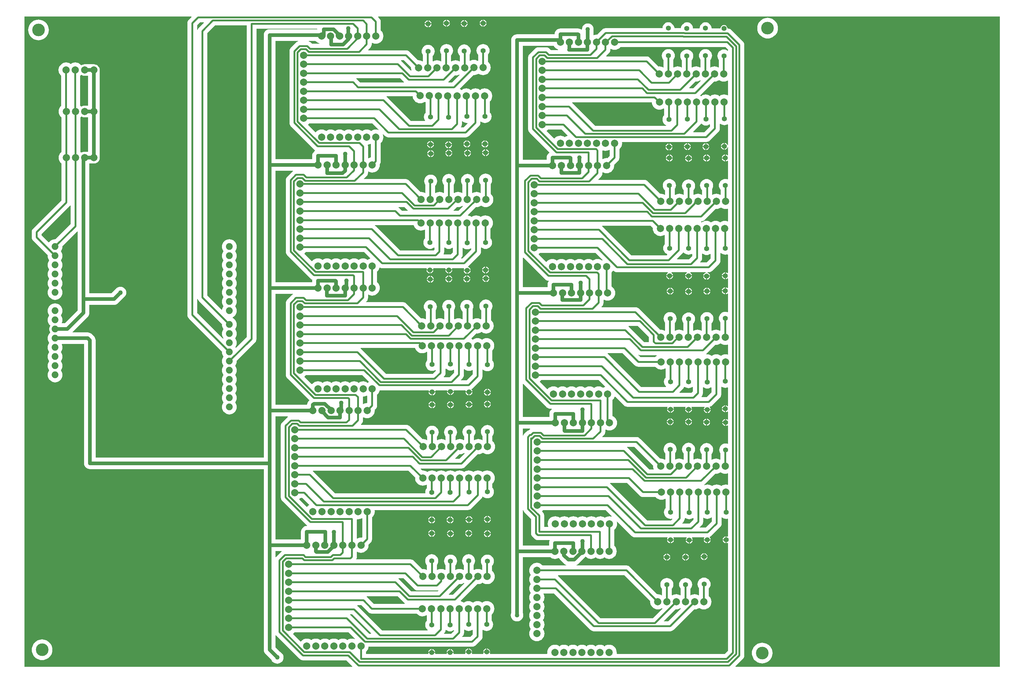
<source format=gbl>
G04 Layer_Physical_Order=2*
G04 Layer_Color=16711680*
%FSLAX42Y42*%
%MOMM*%
G71*
G01*
G75*
%ADD10C,1.00*%
%ADD11C,0.50*%
%ADD12C,2.00*%
%ADD13C,1.40*%
%ADD14C,1.88*%
%ADD15C,3.50*%
%ADD16C,1.27*%
G36*
X18601Y21457D02*
X18599Y21440D01*
X18603Y21399D01*
X18615Y21359D01*
X18635Y21323D01*
X18661Y21291D01*
X18693Y21265D01*
X18729Y21245D01*
X18769Y21233D01*
X18810Y21229D01*
X18851Y21233D01*
X18891Y21245D01*
X18921Y21261D01*
X18934Y21254D01*
Y21009D01*
X18920Y20991D01*
X18903Y20960D01*
X18893Y20926D01*
X18889Y20891D01*
X18893Y20856D01*
X18903Y20822D01*
X18920Y20791D01*
X18942Y20763D01*
X18970Y20741D01*
X18996Y20726D01*
X19000Y20712D01*
X18984Y20696D01*
X18006D01*
X17206Y21496D01*
X17199Y21502D01*
X17203Y21514D01*
X18544D01*
X18601Y21457D01*
D02*
G37*
G36*
X13360Y20891D02*
X13391Y20874D01*
X13425Y20864D01*
X13460Y20860D01*
X13495Y20864D01*
X13529Y20874D01*
X13560Y20891D01*
X13562Y20892D01*
X13574Y20887D01*
Y20856D01*
X13324Y20606D01*
X13295D01*
X13290Y20618D01*
X13296Y20624D01*
X13318Y20652D01*
X13324Y20666D01*
X13332Y20685D01*
X13336Y20720D01*
Y20895D01*
X13348Y20900D01*
X13360Y20891D01*
D02*
G37*
G36*
X19462Y20763D02*
X19490Y20741D01*
X19521Y20724D01*
X19555Y20714D01*
X19590Y20710D01*
X19625Y20714D01*
X19659Y20724D01*
X19681Y20736D01*
X19694Y20728D01*
Y20676D01*
X19604Y20586D01*
X19275D01*
X19270Y20598D01*
X19416Y20744D01*
X19438Y20772D01*
X19439Y20774D01*
X19451Y20776D01*
X19462Y20763D01*
D02*
G37*
G36*
X2478Y22072D02*
Y21555D01*
X2061Y21139D01*
X2050Y21140D01*
X2010Y21136D01*
X1972Y21124D01*
X1936Y21105D01*
X1905Y21080D01*
X1885Y21056D01*
X1869Y21055D01*
X1676Y21247D01*
Y21284D01*
X2456Y22064D01*
X2466Y22076D01*
X2478Y22072D01*
D02*
G37*
G36*
X11985Y21509D02*
X12005Y21473D01*
X12031Y21441D01*
X12063Y21415D01*
X12099Y21395D01*
X12139Y21383D01*
X12180Y21379D01*
X12221Y21383D01*
X12261Y21395D01*
X12283Y21407D01*
X12294Y21400D01*
Y21169D01*
X12280Y21151D01*
X12263Y21120D01*
X12253Y21086D01*
X12249Y21051D01*
X12253Y21016D01*
X12263Y20982D01*
X12280Y20951D01*
X12302Y20923D01*
X12330Y20901D01*
X12361Y20884D01*
X12395Y20874D01*
X12430Y20870D01*
X12465Y20874D01*
X12499Y20884D01*
X12530Y20901D01*
X12542Y20910D01*
X12554Y20905D01*
Y20846D01*
X12534Y20826D01*
X11606D01*
X10916Y21516D01*
X10909Y21522D01*
X10913Y21534D01*
X11978D01*
X11985Y21509D01*
D02*
G37*
G36*
X12850Y20901D02*
X12881Y20884D01*
X12915Y20874D01*
X12950Y20870D01*
X12985Y20874D01*
X13019Y20884D01*
X13050Y20901D01*
X13052Y20902D01*
X13064Y20897D01*
Y20776D01*
X13004Y20716D01*
X12819D01*
X12811Y20729D01*
X12822Y20755D01*
X12826Y20790D01*
Y20905D01*
X12838Y20910D01*
X12850Y20901D01*
D02*
G37*
G36*
X17464Y13463D02*
X17457Y13452D01*
X17441Y13457D01*
X17400Y13461D01*
X17359Y13457D01*
X17319Y13445D01*
X17283Y13425D01*
X17275Y13419D01*
X17267Y13425D01*
X17231Y13445D01*
X17191Y13457D01*
X17150Y13461D01*
X17109Y13457D01*
X17069Y13445D01*
X17033Y13425D01*
X17025Y13419D01*
X17017Y13425D01*
X16981Y13445D01*
X16941Y13457D01*
X16900Y13461D01*
X16859Y13457D01*
X16819Y13445D01*
X16783Y13425D01*
X16775Y13419D01*
X16767Y13425D01*
X16731Y13445D01*
X16691Y13457D01*
X16650Y13461D01*
X16609Y13457D01*
X16569Y13445D01*
X16533Y13425D01*
X16525Y13419D01*
X16517Y13425D01*
X16481Y13445D01*
X16441Y13457D01*
X16400Y13461D01*
X16359Y13457D01*
X16319Y13445D01*
X16283Y13425D01*
X16275Y13419D01*
X16267Y13425D01*
X16231Y13445D01*
X16191Y13457D01*
X16150Y13461D01*
X16109Y13457D01*
X16069Y13445D01*
X16033Y13425D01*
X16025Y13419D01*
X16017Y13425D01*
X15981Y13445D01*
X15941Y13457D01*
X15900Y13461D01*
X15859Y13457D01*
X15819Y13445D01*
X15783Y13425D01*
X15751Y13399D01*
X15725Y13367D01*
X15705Y13331D01*
X15693Y13291D01*
X15689Y13250D01*
X15693Y13209D01*
X15703Y13176D01*
X15695Y13163D01*
X15593D01*
Y13480D01*
X15588Y13515D01*
X15575Y13548D01*
X15553Y13576D01*
X15534Y13596D01*
X15534Y13608D01*
X15549Y13621D01*
X15560Y13634D01*
X17294D01*
X17464Y13463D01*
D02*
G37*
G36*
X9084Y13783D02*
X9082Y13771D01*
X9073Y13765D01*
X9041Y13739D01*
X9028Y13724D01*
X9016Y13724D01*
X8815Y13925D01*
X8816Y13941D01*
X8839Y13961D01*
X8850Y13974D01*
X8894D01*
X9084Y13783D01*
D02*
G37*
G36*
X12021Y14537D02*
X12019Y14520D01*
X12023Y14479D01*
X12035Y14439D01*
X12055Y14403D01*
X12081Y14371D01*
X12113Y14345D01*
X12149Y14325D01*
X12189Y14313D01*
X12230Y14309D01*
X12271Y14313D01*
X12311Y14325D01*
X12333Y14337D01*
X12344Y14330D01*
Y14239D01*
X12330Y14221D01*
X12313Y14190D01*
X12303Y14156D01*
X12299Y14121D01*
X12301Y14106D01*
X12292Y14096D01*
X9806D01*
X9196Y14706D01*
X9189Y14712D01*
X9193Y14724D01*
X11834D01*
X12021Y14537D01*
D02*
G37*
G36*
X10774Y20614D02*
X10771Y20601D01*
X10749Y20595D01*
X10713Y20575D01*
X10705Y20569D01*
X10697Y20575D01*
X10661Y20595D01*
X10621Y20607D01*
X10580Y20611D01*
X10539Y20607D01*
X10499Y20595D01*
X10463Y20575D01*
X10455Y20569D01*
X10447Y20575D01*
X10411Y20595D01*
X10371Y20607D01*
X10330Y20611D01*
X10289Y20607D01*
X10249Y20595D01*
X10213Y20575D01*
X10205Y20569D01*
X10197Y20575D01*
X10161Y20595D01*
X10121Y20607D01*
X10080Y20611D01*
X10039Y20607D01*
X9999Y20595D01*
X9963Y20575D01*
X9955Y20569D01*
X9947Y20575D01*
X9911Y20595D01*
X9871Y20607D01*
X9830Y20611D01*
X9789Y20607D01*
X9749Y20595D01*
X9713Y20575D01*
X9705Y20569D01*
X9697Y20575D01*
X9661Y20595D01*
X9621Y20607D01*
X9580Y20611D01*
X9539Y20607D01*
X9499Y20595D01*
X9463Y20575D01*
X9455Y20569D01*
X9447Y20575D01*
X9411Y20595D01*
X9371Y20607D01*
X9330Y20611D01*
X9289Y20607D01*
X9249Y20595D01*
X9213Y20575D01*
X9181Y20549D01*
X9168Y20534D01*
X9156Y20534D01*
X8955Y20735D01*
X8956Y20751D01*
X8979Y20771D01*
X8990Y20784D01*
X10604D01*
X10774Y20614D01*
D02*
G37*
G36*
X17208Y20570D02*
X17206Y20557D01*
X17203Y20555D01*
X17195Y20549D01*
X17187Y20555D01*
X17151Y20575D01*
X17111Y20587D01*
X17070Y20591D01*
X17029Y20587D01*
X16989Y20575D01*
X16953Y20555D01*
X16945Y20549D01*
X16937Y20555D01*
X16901Y20575D01*
X16861Y20587D01*
X16820Y20591D01*
X16779Y20587D01*
X16739Y20575D01*
X16703Y20555D01*
X16695Y20549D01*
X16687Y20555D01*
X16651Y20575D01*
X16611Y20587D01*
X16570Y20591D01*
X16529Y20587D01*
X16489Y20575D01*
X16453Y20555D01*
X16445Y20549D01*
X16437Y20555D01*
X16401Y20575D01*
X16361Y20587D01*
X16320Y20591D01*
X16279Y20587D01*
X16239Y20575D01*
X16203Y20555D01*
X16195Y20549D01*
X16187Y20555D01*
X16151Y20575D01*
X16111Y20587D01*
X16070Y20591D01*
X16029Y20587D01*
X15989Y20575D01*
X15953Y20555D01*
X15945Y20549D01*
X15937Y20555D01*
X15901Y20575D01*
X15861Y20587D01*
X15820Y20591D01*
X15779Y20587D01*
X15739Y20575D01*
X15703Y20555D01*
X15671Y20529D01*
X15658Y20514D01*
X15646Y20513D01*
X15445Y20715D01*
X15446Y20731D01*
X15469Y20751D01*
X15480Y20764D01*
X17014D01*
X17208Y20570D01*
D02*
G37*
G36*
X19990Y20731D02*
X20021Y20714D01*
X20055Y20704D01*
X20090Y20700D01*
X20125Y20704D01*
X20159Y20714D01*
X20190Y20731D01*
X20192Y20732D01*
X20204Y20727D01*
Y20606D01*
X20094Y20496D01*
X19915D01*
X19910Y20508D01*
X19926Y20524D01*
X19948Y20552D01*
X19962Y20585D01*
X19966Y20620D01*
Y20735D01*
X19978Y20740D01*
X19990Y20731D01*
D02*
G37*
G36*
X11822Y21938D02*
X11817Y21926D01*
X11656D01*
X11566Y22016D01*
X11559Y22022D01*
X11563Y22034D01*
X11726D01*
X11822Y21938D01*
D02*
G37*
G36*
X2781Y24546D02*
X2808Y24531D01*
X2839Y24522D01*
X2870Y24519D01*
X2963D01*
Y23561D01*
X2870D01*
X2855Y23559D01*
X2840Y23561D01*
X2809Y23558D01*
X2778Y23549D01*
X2768Y23543D01*
X2763Y23549D01*
X2750Y23560D01*
Y24520D01*
X2763Y24531D01*
X2778Y24549D01*
X2781Y24546D01*
D02*
G37*
G36*
X19510Y13411D02*
X19541Y13394D01*
X19575Y13384D01*
X19610Y13380D01*
X19645Y13384D01*
X19679Y13394D01*
X19710Y13411D01*
X19712Y13412D01*
X19724Y13407D01*
Y13366D01*
X19614Y13256D01*
X19415D01*
X19410Y13268D01*
X19446Y13304D01*
X19468Y13332D01*
X19482Y13365D01*
X19486Y13400D01*
Y13415D01*
X19498Y13420D01*
X19510Y13411D01*
D02*
G37*
G36*
X18234Y14034D02*
X18262Y14012D01*
X18295Y13998D01*
X18330Y13994D01*
X18680D01*
X18691Y13981D01*
X18723Y13955D01*
X18759Y13935D01*
X18799Y13923D01*
X18840Y13919D01*
X18881Y13923D01*
X18921Y13935D01*
X18943Y13947D01*
X18954Y13940D01*
Y13689D01*
X18940Y13671D01*
X18923Y13640D01*
X18913Y13606D01*
X18909Y13571D01*
X18913Y13536D01*
X18923Y13502D01*
X18940Y13471D01*
X18962Y13443D01*
X18990Y13421D01*
X19021Y13404D01*
X19055Y13394D01*
X19090Y13390D01*
X19125Y13394D01*
X19136Y13397D01*
X19143Y13386D01*
X19104Y13346D01*
X18446D01*
X17426Y14366D01*
X17419Y14372D01*
X17423Y14384D01*
X17884D01*
X18234Y14034D01*
D02*
G37*
G36*
X15013Y13629D02*
X15027Y13596D01*
X15049Y13568D01*
X15230Y13386D01*
Y12989D01*
X15235Y12954D01*
X15249Y12921D01*
X15270Y12893D01*
X15323Y12840D01*
X15351Y12819D01*
X15384Y12805D01*
X15419Y12800D01*
X15739D01*
X15746Y12790D01*
X15741Y12782D01*
X15732Y12751D01*
X15729Y12720D01*
Y12651D01*
X15001D01*
Y13628D01*
X15013Y13629D01*
X15013Y13629D01*
D02*
G37*
G36*
X8496Y16217D02*
X8488Y16211D01*
X8339Y16062D01*
X8317Y16034D01*
X8303Y16001D01*
X8299Y15966D01*
Y13984D01*
X8303Y13949D01*
X8317Y13916D01*
X8339Y13888D01*
X9023Y13204D01*
X9024Y13203D01*
X9021Y13193D01*
X9019Y13191D01*
X8989Y13188D01*
X8958Y13179D01*
X8931Y13164D01*
X8906Y13144D01*
X8886Y13119D01*
X8871Y13092D01*
X8862Y13061D01*
X8859Y13030D01*
Y12821D01*
X8151D01*
Y14930D01*
Y16229D01*
X8492D01*
X8496Y16217D01*
D02*
G37*
G36*
X17404Y23610D02*
Y23456D01*
X17337Y23389D01*
X17320Y23391D01*
X17279Y23387D01*
X17239Y23375D01*
X17217Y23363D01*
X17206Y23370D01*
Y23593D01*
X17213Y23600D01*
X17218Y23602D01*
X17249Y23593D01*
X17290Y23589D01*
X17331Y23593D01*
X17371Y23605D01*
X17393Y23617D01*
X17404Y23610D01*
D02*
G37*
G36*
X20234Y13425D02*
Y13316D01*
X20064Y13146D01*
X19905D01*
X19900Y13158D01*
X19956Y13214D01*
X19978Y13242D01*
X19992Y13275D01*
X19996Y13310D01*
Y13417D01*
X20008Y13422D01*
X20010Y13421D01*
X20041Y13404D01*
X20075Y13394D01*
X20110Y13390D01*
X20145Y13394D01*
X20179Y13404D01*
X20210Y13421D01*
X20222Y13430D01*
X20234Y13425D01*
D02*
G37*
G36*
X13332Y22063D02*
X13335Y22048D01*
X13214Y21926D01*
X13083D01*
X13078Y21938D01*
X13173Y22033D01*
X13210Y22029D01*
X13251Y22033D01*
X13291Y22045D01*
X13327Y22065D01*
X13328Y22065D01*
X13332Y22063D01*
D02*
G37*
G36*
X20497Y22015D02*
X20533Y21995D01*
X20573Y21983D01*
X20614Y21979D01*
X20655Y21983D01*
X20674Y21989D01*
X20684Y21981D01*
Y21643D01*
X20671Y21636D01*
X20635Y21647D01*
X20594Y21651D01*
X20553Y21647D01*
X20513Y21635D01*
X20477Y21615D01*
X20467Y21607D01*
X20457Y21615D01*
X20421Y21635D01*
X20381Y21647D01*
X20340Y21651D01*
X20299Y21647D01*
X20259Y21635D01*
X20223Y21615D01*
X20212Y21607D01*
X20201Y21615D01*
X20165Y21635D01*
X20125Y21647D01*
X20084Y21651D01*
X20043Y21647D01*
X20003Y21635D01*
X19967Y21615D01*
X19957Y21607D01*
X19947Y21615D01*
X19936Y21622D01*
X19939Y21634D01*
X19940D01*
X19975Y21638D01*
X20008Y21652D01*
X20036Y21674D01*
X20343Y21981D01*
X20360Y21979D01*
X20401Y21983D01*
X20441Y21995D01*
X20477Y22015D01*
X20487Y22023D01*
X20497Y22015D01*
D02*
G37*
G36*
X10794Y23780D02*
Y23407D01*
X10789Y23407D01*
X10749Y23395D01*
X10727Y23383D01*
X10716Y23390D01*
Y23710D01*
X10712Y23745D01*
X10709Y23752D01*
X10715Y23762D01*
X10721Y23763D01*
X10761Y23775D01*
X10783Y23787D01*
X10794Y23780D01*
D02*
G37*
G36*
X8782Y26627D02*
X8782Y26627D01*
X8763Y26619D01*
X8750Y26613D01*
X8721Y26591D01*
X8579Y26449D01*
X8557Y26420D01*
X8543Y26388D01*
X8539Y26352D01*
Y24364D01*
X8543Y24329D01*
X8557Y24296D01*
X8579Y24268D01*
X9228Y23619D01*
X9249Y23603D01*
X9248Y23588D01*
X9241Y23584D01*
X9216Y23564D01*
X9196Y23539D01*
X9181Y23512D01*
X9172Y23481D01*
X9169Y23450D01*
Y23361D01*
X8151D01*
Y26639D01*
X8782D01*
X8782Y26627D01*
D02*
G37*
G36*
X10554Y13400D02*
Y12886D01*
X10537Y12869D01*
X10520Y12871D01*
X10479Y12867D01*
X10439Y12855D01*
X10417Y12843D01*
X10406Y12850D01*
Y13373D01*
X10416Y13381D01*
X10440Y13379D01*
X10481Y13383D01*
X10521Y13395D01*
X10543Y13407D01*
X10554Y13400D01*
D02*
G37*
G36*
X18237Y17928D02*
X18273Y17924D01*
X18703D01*
X18708Y17911D01*
X18681Y17889D01*
X18670Y17876D01*
X18256D01*
X18204Y17929D01*
X18211Y17939D01*
X18237Y17928D01*
D02*
G37*
G36*
X12021Y18109D02*
X12041Y18073D01*
X12067Y18041D01*
X12099Y18015D01*
X12135Y17995D01*
X12175Y17983D01*
X12216Y17979D01*
X12257Y17983D01*
X12297Y17995D01*
X12333Y18015D01*
X12343Y18023D01*
X12353Y18015D01*
X12354Y18014D01*
Y17789D01*
X12340Y17771D01*
X12323Y17740D01*
X12313Y17706D01*
X12309Y17671D01*
X12313Y17636D01*
X12323Y17602D01*
X12340Y17571D01*
X12362Y17543D01*
X12390Y17521D01*
X12421Y17504D01*
X12455Y17494D01*
X12490Y17490D01*
X12525Y17494D01*
X12559Y17504D01*
X12579Y17514D01*
X12590Y17508D01*
Y17492D01*
X12504Y17406D01*
X11216D01*
X10516Y18106D01*
X10509Y18112D01*
X10513Y18124D01*
X12017D01*
X12021Y18109D01*
D02*
G37*
G36*
X12900Y17531D02*
X12931Y17514D01*
X12965Y17504D01*
X13000Y17500D01*
X13035Y17504D01*
X13069Y17514D01*
X13089Y17524D01*
X13100Y17518D01*
Y17442D01*
X12974Y17316D01*
X12815D01*
X12810Y17328D01*
X12822Y17340D01*
X12844Y17368D01*
X12858Y17401D01*
X12862Y17436D01*
Y17547D01*
X12875Y17551D01*
X12900Y17531D01*
D02*
G37*
G36*
X18494Y18426D02*
Y18300D01*
X18494Y18296D01*
X18486Y18286D01*
X18366D01*
X17936Y18716D01*
X17929Y18722D01*
X17933Y18734D01*
X18186D01*
X18494Y18426D01*
D02*
G37*
G36*
X20487Y18245D02*
X20523Y18225D01*
X20563Y18213D01*
X20604Y18209D01*
X20645Y18213D01*
X20674Y18222D01*
X20684Y18214D01*
Y17949D01*
X20674Y17941D01*
X20655Y17947D01*
X20614Y17951D01*
X20573Y17947D01*
X20533Y17935D01*
X20497Y17915D01*
X20487Y17907D01*
X20477Y17915D01*
X20441Y17935D01*
X20401Y17947D01*
X20360Y17951D01*
X20319Y17947D01*
X20279Y17935D01*
X20243Y17915D01*
X20232Y17907D01*
X20221Y17915D01*
X20185Y17935D01*
X20145Y17947D01*
X20104Y17951D01*
X20088Y17949D01*
X20083Y17961D01*
X20086Y17964D01*
X20333Y18211D01*
X20350Y18209D01*
X20391Y18213D01*
X20431Y18225D01*
X20467Y18245D01*
X20477Y18253D01*
X20487Y18245D01*
D02*
G37*
G36*
X7354Y18430D02*
X7058Y18135D01*
X7046Y18137D01*
X7041Y18147D01*
X7046Y18154D01*
X7065Y18190D01*
X7077Y18228D01*
X7081Y18268D01*
X7077Y18308D01*
X7065Y18346D01*
X7046Y18382D01*
X7036Y18395D01*
X7046Y18408D01*
X7065Y18444D01*
X7077Y18482D01*
X7081Y18522D01*
X7077Y18562D01*
X7065Y18600D01*
X7046Y18636D01*
X7036Y18649D01*
X7046Y18662D01*
X7065Y18698D01*
X7077Y18736D01*
X7081Y18776D01*
X7077Y18816D01*
X7065Y18854D01*
X7046Y18890D01*
X7021Y18921D01*
X6990Y18946D01*
X6966Y18959D01*
Y18974D01*
X6990Y18987D01*
X7021Y19012D01*
X7046Y19043D01*
X7065Y19079D01*
X7077Y19117D01*
X7081Y19157D01*
X7077Y19197D01*
X7065Y19235D01*
X7046Y19271D01*
X7036Y19284D01*
X7046Y19297D01*
X7065Y19333D01*
X7077Y19371D01*
X7081Y19411D01*
X7077Y19451D01*
X7065Y19489D01*
X7046Y19525D01*
X7036Y19538D01*
X7046Y19551D01*
X7065Y19587D01*
X7077Y19625D01*
X7081Y19665D01*
X7077Y19705D01*
X7065Y19743D01*
X7046Y19779D01*
X7036Y19792D01*
X7046Y19805D01*
X7065Y19841D01*
X7077Y19879D01*
X7081Y19919D01*
X7077Y19959D01*
X7065Y19997D01*
X7046Y20033D01*
X7036Y20046D01*
X7046Y20059D01*
X7065Y20095D01*
X7077Y20133D01*
X7081Y20173D01*
X7077Y20213D01*
X7065Y20251D01*
X7046Y20287D01*
X7036Y20300D01*
X7046Y20313D01*
X7065Y20349D01*
X7077Y20387D01*
X7081Y20427D01*
X7077Y20467D01*
X7065Y20505D01*
X7046Y20541D01*
X7036Y20554D01*
X7046Y20567D01*
X7065Y20603D01*
X7077Y20641D01*
X7081Y20681D01*
X7077Y20721D01*
X7065Y20759D01*
X7046Y20795D01*
X7036Y20808D01*
X7046Y20821D01*
X7065Y20857D01*
X7077Y20895D01*
X7081Y20935D01*
X7077Y20975D01*
X7065Y21013D01*
X7046Y21049D01*
X7021Y21080D01*
X6990Y21105D01*
X6954Y21124D01*
X6916Y21136D01*
X6876Y21140D01*
X6836Y21136D01*
X6798Y21124D01*
X6762Y21105D01*
X6731Y21080D01*
X6706Y21049D01*
X6687Y21013D01*
X6675Y20975D01*
X6671Y20935D01*
X6675Y20895D01*
X6687Y20857D01*
X6706Y20821D01*
X6716Y20808D01*
X6706Y20795D01*
X6687Y20759D01*
X6675Y20721D01*
X6671Y20681D01*
X6675Y20641D01*
X6687Y20603D01*
X6706Y20567D01*
X6716Y20554D01*
X6706Y20541D01*
X6687Y20505D01*
X6675Y20467D01*
X6671Y20427D01*
X6675Y20387D01*
X6687Y20349D01*
X6706Y20313D01*
X6716Y20300D01*
X6706Y20287D01*
X6687Y20251D01*
X6675Y20213D01*
X6671Y20173D01*
X6675Y20133D01*
X6687Y20095D01*
X6706Y20059D01*
X6716Y20046D01*
X6706Y20033D01*
X6687Y19997D01*
X6675Y19959D01*
X6671Y19919D01*
X6675Y19879D01*
X6687Y19841D01*
X6706Y19805D01*
X6716Y19792D01*
X6706Y19779D01*
X6687Y19743D01*
X6675Y19705D01*
X6671Y19665D01*
X6675Y19625D01*
X6687Y19587D01*
X6706Y19551D01*
X6716Y19538D01*
X6706Y19525D01*
X6687Y19489D01*
X6675Y19451D01*
X6671Y19411D01*
X6675Y19371D01*
X6687Y19333D01*
X6706Y19297D01*
X6716Y19284D01*
X6706Y19271D01*
X6687Y19235D01*
X6675Y19197D01*
X6674Y19187D01*
X6662Y19183D01*
X6266Y19578D01*
Y26854D01*
X6476Y27064D01*
X7354D01*
Y18430D01*
D02*
G37*
G36*
X17278Y17059D02*
X17275Y17047D01*
X17269Y17045D01*
X17233Y17025D01*
X17225Y17019D01*
X17217Y17025D01*
X17181Y17045D01*
X17141Y17057D01*
X17100Y17061D01*
X17059Y17057D01*
X17019Y17045D01*
X16983Y17025D01*
X16975Y17019D01*
X16967Y17025D01*
X16931Y17045D01*
X16891Y17057D01*
X16850Y17061D01*
X16809Y17057D01*
X16769Y17045D01*
X16733Y17025D01*
X16725Y17019D01*
X16717Y17025D01*
X16681Y17045D01*
X16641Y17057D01*
X16600Y17061D01*
X16559Y17057D01*
X16519Y17045D01*
X16483Y17025D01*
X16475Y17019D01*
X16467Y17025D01*
X16431Y17045D01*
X16391Y17057D01*
X16350Y17061D01*
X16309Y17057D01*
X16269Y17045D01*
X16233Y17025D01*
X16225Y17019D01*
X16217Y17025D01*
X16181Y17045D01*
X16141Y17057D01*
X16100Y17061D01*
X16059Y17057D01*
X16019Y17045D01*
X15983Y17025D01*
X15975Y17019D01*
X15967Y17025D01*
X15931Y17045D01*
X15891Y17057D01*
X15850Y17061D01*
X15809Y17057D01*
X15769Y17045D01*
X15733Y17025D01*
X15701Y16999D01*
X15688Y16984D01*
X15676Y16984D01*
X15475Y17185D01*
X15476Y17201D01*
X15499Y17221D01*
X15510Y17234D01*
X17104D01*
X17278Y17059D01*
D02*
G37*
G36*
X19714Y17045D02*
Y16926D01*
X19674Y16886D01*
X19345D01*
X19340Y16898D01*
X19436Y16994D01*
X19458Y17022D01*
X19467Y17043D01*
X19472Y17046D01*
X19482Y17047D01*
X19490Y17041D01*
X19521Y17024D01*
X19555Y17014D01*
X19590Y17010D01*
X19625Y17014D01*
X19659Y17024D01*
X19690Y17041D01*
X19702Y17050D01*
X19714Y17045D01*
D02*
G37*
G36*
X20010Y17031D02*
X20041Y17014D01*
X20075Y17004D01*
X20110Y17000D01*
X20145Y17004D01*
X20179Y17014D01*
X20210Y17031D01*
X20212Y17032D01*
X20224Y17027D01*
Y16896D01*
X20094Y16766D01*
X19956D01*
X19950Y16779D01*
X19968Y16802D01*
X19982Y16835D01*
X19986Y16870D01*
Y17035D01*
X19998Y17040D01*
X20010Y17031D01*
D02*
G37*
G36*
X13410Y17521D02*
X13441Y17504D01*
X13475Y17494D01*
X13510Y17490D01*
X13545Y17494D01*
X13579Y17504D01*
X13599Y17514D01*
X13610Y17508D01*
Y17392D01*
X13444Y17226D01*
X13285D01*
X13280Y17238D01*
X13332Y17290D01*
X13354Y17318D01*
X13360Y17332D01*
X13368Y17351D01*
X13372Y17386D01*
Y17537D01*
X13385Y17541D01*
X13410Y17521D01*
D02*
G37*
G36*
X10737Y17190D02*
X10735Y17178D01*
X10713Y17165D01*
X10705Y17159D01*
X10697Y17165D01*
X10661Y17185D01*
X10621Y17197D01*
X10580Y17201D01*
X10539Y17197D01*
X10499Y17185D01*
X10463Y17165D01*
X10455Y17159D01*
X10447Y17165D01*
X10411Y17185D01*
X10371Y17197D01*
X10330Y17201D01*
X10289Y17197D01*
X10249Y17185D01*
X10213Y17165D01*
X10205Y17159D01*
X10197Y17165D01*
X10161Y17185D01*
X10121Y17197D01*
X10080Y17201D01*
X10039Y17197D01*
X9999Y17185D01*
X9963Y17165D01*
X9955Y17159D01*
X9947Y17165D01*
X9911Y17185D01*
X9871Y17197D01*
X9830Y17201D01*
X9789Y17197D01*
X9749Y17185D01*
X9713Y17165D01*
X9705Y17159D01*
X9697Y17165D01*
X9661Y17185D01*
X9621Y17197D01*
X9580Y17201D01*
X9539Y17197D01*
X9499Y17185D01*
X9463Y17165D01*
X9455Y17159D01*
X9447Y17165D01*
X9411Y17185D01*
X9371Y17197D01*
X9330Y17201D01*
X9289Y17197D01*
X9249Y17185D01*
X9213Y17165D01*
X9181Y17139D01*
X9168Y17124D01*
X9156Y17124D01*
X8955Y17325D01*
X8956Y17341D01*
X8979Y17361D01*
X8990Y17374D01*
X10554D01*
X10737Y17190D01*
D02*
G37*
G36*
X18104Y17644D02*
X18132Y17622D01*
X18165Y17608D01*
X18200Y17604D01*
X18670D01*
X18681Y17591D01*
X18713Y17565D01*
X18749Y17545D01*
X18789Y17533D01*
X18830Y17529D01*
X18871Y17533D01*
X18911Y17545D01*
X18941Y17561D01*
X18954Y17554D01*
Y17309D01*
X18940Y17291D01*
X18923Y17260D01*
X18913Y17226D01*
X18909Y17191D01*
X18913Y17156D01*
X18923Y17122D01*
X18940Y17091D01*
X18962Y17063D01*
X18968Y17058D01*
X18964Y17046D01*
X18276D01*
X17356Y17966D01*
X17349Y17972D01*
X17353Y17984D01*
X17764D01*
X18104Y17644D01*
D02*
G37*
G36*
X6012Y19454D02*
X6034Y19426D01*
X6672Y18787D01*
X6671Y18776D01*
X6675Y18736D01*
X6687Y18698D01*
X6706Y18662D01*
X6716Y18649D01*
X6706Y18636D01*
X6687Y18600D01*
X6675Y18562D01*
X6671Y18522D01*
X6675Y18482D01*
X6687Y18444D01*
X6706Y18408D01*
X6711Y18401D01*
X6706Y18391D01*
X6694Y18389D01*
X5986Y19096D01*
Y19485D01*
X5998Y19487D01*
X6012Y19454D01*
D02*
G37*
G36*
X13382Y15213D02*
X13385Y15198D01*
X13244Y15056D01*
X13135D01*
X13130Y15068D01*
X13243Y15181D01*
X13260Y15179D01*
X13301Y15183D01*
X13341Y15195D01*
X13377Y15215D01*
X13378Y15215D01*
X13382Y15213D01*
D02*
G37*
G36*
X15205Y15877D02*
X15198Y15871D01*
X15171Y15844D01*
X15162Y15843D01*
X15130Y15830D01*
X15101Y15808D01*
X15049Y15755D01*
X15027Y15727D01*
X15013Y15694D01*
X15013Y15694D01*
X15001Y15695D01*
Y15889D01*
X15201D01*
X15205Y15877D01*
D02*
G37*
G36*
X20510Y20741D02*
X20541Y20724D01*
X20575Y20714D01*
X20610Y20710D01*
X20645Y20714D01*
X20671Y20721D01*
X20684Y20713D01*
Y20209D01*
X20671Y20202D01*
X20658Y20212D01*
X20635Y20222D01*
X20623Y20224D01*
Y20129D01*
Y20034D01*
X20635Y20036D01*
X20658Y20046D01*
X20671Y20056D01*
X20684Y20049D01*
Y19791D01*
X20671Y19784D01*
X20658Y19794D01*
X20635Y19804D01*
X20623Y19806D01*
Y19711D01*
Y19616D01*
X20635Y19618D01*
X20658Y19628D01*
X20671Y19638D01*
X20684Y19631D01*
Y19127D01*
X20671Y19119D01*
X20645Y19126D01*
X20610Y19130D01*
X20575Y19126D01*
X20541Y19116D01*
X20510Y19099D01*
X20482Y19077D01*
X20460Y19049D01*
X20443Y19018D01*
X20433Y18984D01*
X20429Y18949D01*
X20433Y18914D01*
X20443Y18880D01*
X20460Y18849D01*
X20468Y18838D01*
Y18610D01*
X20455Y18602D01*
X20431Y18615D01*
X20391Y18627D01*
X20350Y18631D01*
X20309Y18627D01*
X20269Y18615D01*
X20243Y18601D01*
X20230Y18608D01*
Y18814D01*
X20250Y18839D01*
X20267Y18870D01*
X20277Y18904D01*
X20281Y18939D01*
X20277Y18974D01*
X20267Y19008D01*
X20250Y19039D01*
X20228Y19067D01*
X20200Y19089D01*
X20169Y19106D01*
X20135Y19116D01*
X20100Y19120D01*
X20065Y19116D01*
X20031Y19106D01*
X20000Y19089D01*
X19972Y19067D01*
X19950Y19039D01*
X19933Y19008D01*
X19923Y18974D01*
X19919Y18939D01*
X19923Y18904D01*
X19933Y18870D01*
X19950Y18839D01*
X19958Y18828D01*
Y18610D01*
X19945Y18602D01*
X19921Y18615D01*
X19881Y18627D01*
X19840Y18631D01*
X19799Y18627D01*
X19759Y18615D01*
X19733Y18601D01*
X19720Y18608D01*
Y18804D01*
X19740Y18829D01*
X19757Y18860D01*
X19767Y18894D01*
X19771Y18929D01*
X19767Y18964D01*
X19757Y18998D01*
X19740Y19029D01*
X19718Y19057D01*
X19690Y19079D01*
X19659Y19096D01*
X19625Y19106D01*
X19590Y19110D01*
X19555Y19106D01*
X19521Y19096D01*
X19490Y19079D01*
X19462Y19057D01*
X19440Y19029D01*
X19423Y18998D01*
X19413Y18964D01*
X19409Y18929D01*
X19413Y18894D01*
X19423Y18860D01*
X19440Y18829D01*
X19448Y18818D01*
Y18610D01*
X19435Y18602D01*
X19411Y18615D01*
X19371Y18627D01*
X19330Y18631D01*
X19289Y18627D01*
X19249Y18615D01*
X19223Y18601D01*
X19210Y18608D01*
Y18814D01*
X19230Y18839D01*
X19247Y18870D01*
X19257Y18904D01*
X19261Y18939D01*
X19257Y18974D01*
X19247Y19008D01*
X19230Y19039D01*
X19208Y19067D01*
X19180Y19089D01*
X19149Y19106D01*
X19115Y19116D01*
X19080Y19120D01*
X19045Y19116D01*
X19011Y19106D01*
X18980Y19089D01*
X18952Y19067D01*
X18930Y19039D01*
X18913Y19008D01*
X18903Y18974D01*
X18899Y18939D01*
X18903Y18904D01*
X18913Y18870D01*
X18930Y18839D01*
X18938Y18828D01*
Y18610D01*
X18925Y18602D01*
X18901Y18615D01*
X18861Y18627D01*
X18820Y18631D01*
X18803Y18629D01*
X18216Y19216D01*
X18188Y19238D01*
X18155Y19252D01*
X18120Y19256D01*
X17185D01*
X17180Y19268D01*
X17196Y19284D01*
X17218Y19312D01*
X17232Y19345D01*
X17236Y19380D01*
Y19460D01*
X17247Y19467D01*
X17269Y19455D01*
X17309Y19443D01*
X17350Y19439D01*
X17391Y19443D01*
X17431Y19455D01*
X17467Y19475D01*
X17499Y19501D01*
X17525Y19533D01*
X17545Y19569D01*
X17557Y19609D01*
X17561Y19650D01*
X17557Y19691D01*
X17545Y19731D01*
X17525Y19767D01*
X17499Y19799D01*
X17467Y19825D01*
X17456Y19831D01*
Y20220D01*
X17469Y20231D01*
X17495Y20263D01*
X17497Y20266D01*
X17510Y20268D01*
X17514Y20264D01*
X17542Y20242D01*
X17575Y20228D01*
X17610Y20224D01*
X19017D01*
X19020Y20217D01*
X19020Y20211D01*
X19002Y20197D01*
X18987Y20177D01*
X18977Y20154D01*
X18975Y20142D01*
X19070D01*
X19165D01*
X19163Y20154D01*
X19153Y20177D01*
X19138Y20197D01*
X19120Y20211D01*
X19120Y20217D01*
X19123Y20224D01*
X19537D01*
X19540Y20217D01*
X19540Y20211D01*
X19522Y20197D01*
X19507Y20177D01*
X19497Y20154D01*
X19495Y20142D01*
X19590D01*
X19685D01*
X19683Y20154D01*
X19673Y20177D01*
X19658Y20197D01*
X19640Y20211D01*
X19640Y20217D01*
X19643Y20224D01*
X20062D01*
X20065Y20212D01*
X20042Y20202D01*
X20022Y20187D01*
X20007Y20167D01*
X19997Y20144D01*
X19995Y20132D01*
X20090D01*
X20185D01*
X20183Y20144D01*
X20173Y20167D01*
X20158Y20187D01*
X20138Y20202D01*
X20115Y20212D01*
X20118Y20224D01*
X20150D01*
X20185Y20228D01*
X20218Y20242D01*
X20246Y20264D01*
X20436Y20454D01*
X20458Y20482D01*
X20472Y20515D01*
X20476Y20550D01*
Y20752D01*
X20489Y20758D01*
X20510Y20741D01*
D02*
G37*
G36*
X20487Y14675D02*
X20523Y14655D01*
X20563Y14643D01*
X20604Y14639D01*
X20645Y14643D01*
X20674Y14652D01*
X20684Y14644D01*
Y14342D01*
X20674Y14334D01*
X20665Y14337D01*
X20624Y14341D01*
X20583Y14337D01*
X20543Y14325D01*
X20507Y14305D01*
X20497Y14297D01*
X20487Y14305D01*
X20451Y14325D01*
X20411Y14337D01*
X20370Y14341D01*
X20329Y14337D01*
X20289Y14325D01*
X20253Y14305D01*
X20242Y14297D01*
X20231Y14305D01*
X20195Y14325D01*
X20155Y14337D01*
X20114Y14341D01*
X20073Y14337D01*
X20033Y14325D01*
X20031Y14324D01*
X20025Y14335D01*
X20036Y14344D01*
X20333Y14641D01*
X20350Y14639D01*
X20391Y14643D01*
X20431Y14655D01*
X20467Y14675D01*
X20477Y14683D01*
X20487Y14675D01*
D02*
G37*
G36*
X18611Y14867D02*
X18609Y14850D01*
X18613Y14809D01*
X18625Y14769D01*
X18626Y14767D01*
X18620Y14756D01*
X18506D01*
X17896Y15366D01*
X17889Y15372D01*
X17893Y15384D01*
X18094D01*
X18611Y14867D01*
D02*
G37*
G36*
X1220Y27310D02*
X5821D01*
X5826Y27298D01*
X5754Y27226D01*
X5732Y27198D01*
X5718Y27165D01*
X5714Y27130D01*
Y19040D01*
X5718Y19005D01*
X5732Y18972D01*
X5754Y18944D01*
X6672Y18025D01*
X6671Y18014D01*
X6675Y17974D01*
X6687Y17936D01*
X6706Y17900D01*
X6716Y17887D01*
X6706Y17874D01*
X6687Y17838D01*
X6675Y17800D01*
X6671Y17760D01*
X6675Y17720D01*
X6687Y17682D01*
X6706Y17646D01*
X6716Y17633D01*
X6706Y17620D01*
X6687Y17584D01*
X6675Y17546D01*
X6671Y17506D01*
X6675Y17466D01*
X6687Y17428D01*
X6706Y17392D01*
X6716Y17379D01*
X6706Y17366D01*
X6687Y17330D01*
X6675Y17292D01*
X6671Y17252D01*
X6675Y17212D01*
X6687Y17174D01*
X6706Y17138D01*
X6716Y17125D01*
X6706Y17112D01*
X6687Y17076D01*
X6675Y17038D01*
X6671Y16998D01*
X6675Y16958D01*
X6687Y16920D01*
X6706Y16884D01*
X6716Y16871D01*
X6706Y16858D01*
X6687Y16822D01*
X6675Y16784D01*
X6671Y16744D01*
X6675Y16704D01*
X6687Y16666D01*
X6706Y16630D01*
X6716Y16617D01*
X6706Y16604D01*
X6687Y16568D01*
X6675Y16530D01*
X6671Y16490D01*
X6675Y16450D01*
X6687Y16412D01*
X6706Y16376D01*
X6731Y16345D01*
X6762Y16320D01*
X6798Y16301D01*
X6836Y16289D01*
X6876Y16285D01*
X6916Y16289D01*
X6954Y16301D01*
X6990Y16320D01*
X7021Y16345D01*
X7046Y16376D01*
X7065Y16412D01*
X7077Y16450D01*
X7081Y16490D01*
X7077Y16530D01*
X7065Y16568D01*
X7046Y16604D01*
X7036Y16617D01*
X7046Y16630D01*
X7065Y16666D01*
X7077Y16704D01*
X7081Y16744D01*
X7077Y16784D01*
X7065Y16822D01*
X7046Y16858D01*
X7036Y16871D01*
X7046Y16884D01*
X7065Y16920D01*
X7077Y16958D01*
X7081Y16998D01*
X7077Y17038D01*
X7065Y17076D01*
X7046Y17112D01*
X7036Y17125D01*
X7046Y17138D01*
X7065Y17174D01*
X7077Y17212D01*
X7081Y17252D01*
X7077Y17292D01*
X7065Y17330D01*
X7046Y17366D01*
X7036Y17379D01*
X7046Y17392D01*
X7065Y17428D01*
X7077Y17466D01*
X7081Y17506D01*
X7077Y17546D01*
X7065Y17584D01*
X7046Y17620D01*
X7036Y17633D01*
X7046Y17646D01*
X7065Y17682D01*
X7077Y17720D01*
X7081Y17760D01*
X7080Y17771D01*
X7586Y18278D01*
X7608Y18306D01*
X7622Y18339D01*
X7626Y18374D01*
Y26974D01*
X9308D01*
X9316Y26961D01*
X9316Y26961D01*
X7990D01*
X7959Y26958D01*
X7928Y26949D01*
X7901Y26934D01*
X7876Y26914D01*
X7856Y26889D01*
X7841Y26862D01*
X7832Y26831D01*
X7829Y26800D01*
Y23190D01*
Y19800D01*
Y16390D01*
Y15091D01*
X3171D01*
Y18340D01*
X3168Y18371D01*
X3159Y18402D01*
X3144Y18429D01*
X3124Y18454D01*
X3069Y18509D01*
X3044Y18529D01*
X3017Y18544D01*
X2986Y18553D01*
X2955Y18556D01*
X2540D01*
X2535Y18568D01*
X2954Y18986D01*
X2974Y19011D01*
X2989Y19038D01*
X2998Y19069D01*
X3001Y19100D01*
X3001Y19100D01*
Y19319D01*
X3680D01*
X3711Y19322D01*
X3742Y19331D01*
X3769Y19346D01*
X3794Y19366D01*
X3974Y19546D01*
X3994Y19571D01*
X4009Y19598D01*
X4018Y19629D01*
X4021Y19660D01*
X4018Y19691D01*
X4009Y19722D01*
X3994Y19749D01*
X3974Y19774D01*
X3949Y19794D01*
X3922Y19809D01*
X3891Y19818D01*
X3860Y19821D01*
X3829Y19818D01*
X3798Y19809D01*
X3771Y19794D01*
X3746Y19774D01*
X3613Y19641D01*
X3001D01*
Y23239D01*
X3124D01*
X3155Y23242D01*
X3186Y23251D01*
X3213Y23266D01*
X3238Y23286D01*
X3258Y23311D01*
X3273Y23338D01*
X3282Y23369D01*
X3285Y23400D01*
Y24680D01*
Y25830D01*
X3282Y25861D01*
X3273Y25892D01*
X3258Y25919D01*
X3238Y25944D01*
X3213Y25964D01*
X3186Y25979D01*
X3155Y25988D01*
X3124Y25991D01*
X2870D01*
X2839Y25988D01*
X2808Y25979D01*
X2781Y25964D01*
X2775Y25959D01*
X2759Y25979D01*
X2727Y26005D01*
X2691Y26025D01*
X2651Y26037D01*
X2610Y26041D01*
X2569Y26037D01*
X2529Y26025D01*
X2493Y26005D01*
X2483Y25997D01*
X2473Y26005D01*
X2437Y26025D01*
X2397Y26037D01*
X2356Y26041D01*
X2315Y26037D01*
X2275Y26025D01*
X2239Y26005D01*
X2207Y25979D01*
X2181Y25947D01*
X2161Y25911D01*
X2149Y25871D01*
X2145Y25830D01*
X2149Y25789D01*
X2161Y25749D01*
X2181Y25713D01*
X2207Y25681D01*
X2220Y25670D01*
Y24837D01*
X2211Y24829D01*
X2185Y24797D01*
X2165Y24761D01*
X2153Y24721D01*
X2149Y24680D01*
X2153Y24639D01*
X2165Y24599D01*
X2185Y24563D01*
X2211Y24531D01*
X2224Y24520D01*
Y23560D01*
X2211Y23549D01*
X2185Y23517D01*
X2165Y23481D01*
X2153Y23441D01*
X2149Y23400D01*
X2153Y23359D01*
X2165Y23319D01*
X2185Y23283D01*
X2211Y23251D01*
X2224Y23240D01*
Y22216D01*
X1444Y21436D01*
X1422Y21408D01*
X1408Y21375D01*
X1404Y21340D01*
Y21191D01*
X1408Y21156D01*
X1422Y21123D01*
X1444Y21095D01*
X1846Y20692D01*
X1845Y20681D01*
X1849Y20641D01*
X1861Y20603D01*
X1880Y20567D01*
X1890Y20554D01*
X1880Y20541D01*
X1861Y20505D01*
X1849Y20467D01*
X1845Y20427D01*
X1849Y20387D01*
X1861Y20349D01*
X1880Y20313D01*
X1890Y20300D01*
X1880Y20287D01*
X1861Y20251D01*
X1849Y20213D01*
X1845Y20173D01*
X1849Y20133D01*
X1861Y20095D01*
X1880Y20059D01*
X1890Y20046D01*
X1880Y20033D01*
X1861Y19997D01*
X1849Y19959D01*
X1845Y19919D01*
X1849Y19879D01*
X1861Y19841D01*
X1880Y19805D01*
X1890Y19792D01*
X1880Y19779D01*
X1861Y19743D01*
X1849Y19705D01*
X1845Y19665D01*
X1849Y19625D01*
X1861Y19587D01*
X1880Y19551D01*
X1905Y19520D01*
X1936Y19495D01*
X1972Y19476D01*
X2010Y19464D01*
X2050Y19460D01*
X2090Y19464D01*
X2128Y19476D01*
X2164Y19495D01*
X2195Y19520D01*
X2220Y19551D01*
X2239Y19587D01*
X2251Y19625D01*
X2255Y19665D01*
X2251Y19705D01*
X2239Y19743D01*
X2220Y19779D01*
X2210Y19792D01*
X2220Y19805D01*
X2239Y19841D01*
X2251Y19879D01*
X2255Y19919D01*
X2251Y19959D01*
X2239Y19997D01*
X2220Y20033D01*
X2210Y20046D01*
X2220Y20059D01*
X2239Y20095D01*
X2251Y20133D01*
X2255Y20173D01*
X2251Y20213D01*
X2239Y20251D01*
X2220Y20287D01*
X2210Y20300D01*
X2220Y20313D01*
X2239Y20349D01*
X2251Y20387D01*
X2255Y20427D01*
X2251Y20467D01*
X2239Y20505D01*
X2220Y20541D01*
X2210Y20554D01*
X2220Y20567D01*
X2239Y20603D01*
X2251Y20641D01*
X2255Y20681D01*
X2251Y20721D01*
X2239Y20759D01*
X2220Y20795D01*
X2210Y20808D01*
X2220Y20821D01*
X2239Y20857D01*
X2251Y20895D01*
X2255Y20935D01*
X2254Y20946D01*
X2667Y21360D01*
X2679Y21355D01*
Y19480D01*
Y19167D01*
X2322Y18810D01*
X2244D01*
X2237Y18821D01*
X2239Y18825D01*
X2251Y18863D01*
X2255Y18903D01*
X2251Y18943D01*
X2239Y18981D01*
X2220Y19017D01*
X2210Y19030D01*
X2220Y19043D01*
X2239Y19079D01*
X2251Y19117D01*
X2255Y19157D01*
X2251Y19197D01*
X2239Y19235D01*
X2220Y19271D01*
X2195Y19302D01*
X2164Y19327D01*
X2128Y19346D01*
X2090Y19358D01*
X2050Y19362D01*
X2010Y19358D01*
X1972Y19346D01*
X1936Y19327D01*
X1905Y19302D01*
X1880Y19271D01*
X1861Y19235D01*
X1849Y19197D01*
X1845Y19157D01*
X1849Y19117D01*
X1861Y19079D01*
X1880Y19043D01*
X1890Y19030D01*
X1880Y19017D01*
X1861Y18981D01*
X1849Y18943D01*
X1845Y18903D01*
X1849Y18863D01*
X1861Y18825D01*
X1880Y18789D01*
X1905Y18758D01*
X1921Y18745D01*
X1916Y18738D01*
X1901Y18711D01*
X1892Y18680D01*
X1889Y18649D01*
X1892Y18618D01*
X1901Y18587D01*
X1916Y18560D01*
X1921Y18553D01*
X1905Y18540D01*
X1880Y18509D01*
X1861Y18473D01*
X1849Y18435D01*
X1845Y18395D01*
X1849Y18355D01*
X1861Y18317D01*
X1880Y18281D01*
X1890Y18268D01*
X1880Y18255D01*
X1861Y18219D01*
X1849Y18181D01*
X1845Y18141D01*
X1849Y18101D01*
X1861Y18063D01*
X1880Y18027D01*
X1890Y18014D01*
X1880Y18001D01*
X1861Y17965D01*
X1849Y17927D01*
X1845Y17887D01*
X1849Y17847D01*
X1861Y17809D01*
X1880Y17773D01*
X1890Y17760D01*
X1880Y17747D01*
X1861Y17711D01*
X1849Y17673D01*
X1845Y17633D01*
X1849Y17593D01*
X1861Y17555D01*
X1880Y17519D01*
X1890Y17506D01*
X1880Y17493D01*
X1861Y17457D01*
X1849Y17419D01*
X1845Y17379D01*
X1849Y17339D01*
X1861Y17301D01*
X1880Y17265D01*
X1905Y17234D01*
X1936Y17209D01*
X1972Y17190D01*
X2010Y17178D01*
X2050Y17174D01*
X2090Y17178D01*
X2128Y17190D01*
X2164Y17209D01*
X2195Y17234D01*
X2220Y17265D01*
X2239Y17301D01*
X2251Y17339D01*
X2255Y17379D01*
X2251Y17419D01*
X2239Y17457D01*
X2220Y17493D01*
X2210Y17506D01*
X2220Y17519D01*
X2239Y17555D01*
X2251Y17593D01*
X2255Y17633D01*
X2251Y17673D01*
X2239Y17711D01*
X2220Y17747D01*
X2210Y17760D01*
X2220Y17773D01*
X2239Y17809D01*
X2251Y17847D01*
X2255Y17887D01*
X2251Y17927D01*
X2239Y17965D01*
X2220Y18001D01*
X2210Y18014D01*
X2220Y18027D01*
X2239Y18063D01*
X2251Y18101D01*
X2255Y18141D01*
X2251Y18181D01*
X2239Y18219D01*
X2237Y18223D01*
X2244Y18234D01*
X2849D01*
Y14930D01*
X2852Y14899D01*
X2861Y14868D01*
X2876Y14841D01*
X2896Y14816D01*
X2921Y14796D01*
X2948Y14781D01*
X2979Y14772D01*
X3010Y14769D01*
X7829D01*
Y12660D01*
Y9760D01*
X7832Y9729D01*
X7841Y9698D01*
X7856Y9671D01*
X7876Y9646D01*
X8039Y9484D01*
X8039Y9483D01*
X8055Y9453D01*
X8077Y9427D01*
X8103Y9405D01*
X8133Y9389D01*
X8166Y9379D01*
X8200Y9376D01*
X8234Y9379D01*
X8267Y9389D01*
X8297Y9405D01*
X8323Y9427D01*
X8345Y9453D01*
X8361Y9483D01*
X8371Y9516D01*
X8374Y9550D01*
X8371Y9584D01*
X8361Y9617D01*
X8345Y9647D01*
X8323Y9673D01*
X8297Y9695D01*
X8267Y9711D01*
X8266Y9711D01*
X8151Y9827D01*
Y10162D01*
X8163Y10166D01*
X8169Y10158D01*
X8818Y9509D01*
X8846Y9487D01*
X8860Y9481D01*
X8879Y9473D01*
X8914Y9469D01*
X10114D01*
X10281Y9302D01*
X10276Y9290D01*
X1200D01*
Y27310D01*
X1210Y27320D01*
X1220Y27310D01*
D02*
G37*
G36*
X15618Y20029D02*
X15646Y20007D01*
X15660Y20001D01*
X15679Y19993D01*
X15714Y19989D01*
X15717D01*
X15723Y19977D01*
X15716Y19969D01*
X15701Y19942D01*
X15692Y19911D01*
X15689Y19880D01*
Y19811D01*
X15001D01*
Y20629D01*
X15013Y20634D01*
X15618Y20029D01*
D02*
G37*
G36*
X8636Y19617D02*
X8628Y19611D01*
X8479Y19462D01*
X8457Y19434D01*
X8443Y19401D01*
X8439Y19366D01*
Y17384D01*
X8443Y17349D01*
X8457Y17316D01*
X8479Y17288D01*
X9090Y16677D01*
X9076Y16664D01*
X9056Y16639D01*
X9041Y16612D01*
X9032Y16581D01*
X9029Y16551D01*
X8151D01*
Y19629D01*
X8632D01*
X8636Y19617D01*
D02*
G37*
G36*
X10694Y16800D02*
Y16604D01*
X10690Y16601D01*
X10649Y16597D01*
X10609Y16585D01*
X10587Y16573D01*
X10576Y16580D01*
Y16760D01*
X10575Y16768D01*
X10586Y16780D01*
X10621Y16783D01*
X10661Y16795D01*
X10683Y16807D01*
X10694Y16800D01*
D02*
G37*
G36*
X15666Y16480D02*
X15695Y16459D01*
X15727Y16445D01*
X15763Y16440D01*
X15799D01*
X15804Y16428D01*
X15786Y16414D01*
X15766Y16389D01*
X15751Y16362D01*
X15742Y16331D01*
X15739Y16300D01*
Y16211D01*
X15001D01*
Y17129D01*
X15013Y17134D01*
X15666Y16480D01*
D02*
G37*
G36*
X8636Y23027D02*
X8628Y23021D01*
X8479Y22872D01*
X8457Y22844D01*
X8443Y22811D01*
X8439Y22776D01*
Y20794D01*
X8443Y20759D01*
X8457Y20726D01*
X8479Y20698D01*
X9128Y20049D01*
X9156Y20027D01*
X9172Y20020D01*
X9169Y19990D01*
Y19951D01*
X8151D01*
Y23039D01*
X8632D01*
X8636Y23027D01*
D02*
G37*
G36*
X20510Y17051D02*
X20541Y17034D01*
X20575Y17024D01*
X20610Y17020D01*
X20645Y17024D01*
X20671Y17031D01*
X20684Y17023D01*
Y16519D01*
X20671Y16512D01*
X20658Y16522D01*
X20635Y16532D01*
X20623Y16534D01*
Y16439D01*
Y16344D01*
X20635Y16346D01*
X20658Y16356D01*
X20671Y16366D01*
X20684Y16359D01*
Y16147D01*
X20672Y16141D01*
X20668Y16144D01*
X20645Y16154D01*
X20633Y16156D01*
Y16061D01*
Y15966D01*
X20645Y15968D01*
X20668Y15978D01*
X20672Y15981D01*
X20684Y15975D01*
Y15478D01*
X20674Y15471D01*
X20655Y15476D01*
X20620Y15480D01*
X20585Y15476D01*
X20551Y15466D01*
X20520Y15449D01*
X20492Y15427D01*
X20470Y15399D01*
X20453Y15368D01*
X20443Y15334D01*
X20439Y15299D01*
X20443Y15264D01*
X20453Y15230D01*
X20468Y15202D01*
Y15040D01*
X20455Y15032D01*
X20431Y15045D01*
X20391Y15057D01*
X20350Y15061D01*
X20309Y15057D01*
X20269Y15045D01*
X20239Y15029D01*
X20226Y15036D01*
Y15191D01*
X20240Y15209D01*
X20257Y15240D01*
X20267Y15274D01*
X20271Y15309D01*
X20267Y15344D01*
X20257Y15378D01*
X20240Y15409D01*
X20218Y15437D01*
X20190Y15459D01*
X20159Y15476D01*
X20125Y15486D01*
X20090Y15490D01*
X20055Y15486D01*
X20021Y15476D01*
X19990Y15459D01*
X19962Y15437D01*
X19940Y15409D01*
X19923Y15378D01*
X19913Y15344D01*
X19909Y15309D01*
X19913Y15274D01*
X19923Y15240D01*
X19940Y15209D01*
X19954Y15191D01*
Y15040D01*
X19943Y15033D01*
X19921Y15045D01*
X19881Y15057D01*
X19840Y15061D01*
X19799Y15057D01*
X19759Y15045D01*
X19737Y15033D01*
X19726Y15040D01*
Y15201D01*
X19740Y15219D01*
X19757Y15250D01*
X19767Y15284D01*
X19771Y15319D01*
X19767Y15354D01*
X19757Y15388D01*
X19740Y15419D01*
X19718Y15447D01*
X19690Y15469D01*
X19659Y15486D01*
X19625Y15496D01*
X19590Y15500D01*
X19555Y15496D01*
X19521Y15486D01*
X19490Y15469D01*
X19462Y15447D01*
X19440Y15419D01*
X19423Y15388D01*
X19413Y15354D01*
X19409Y15319D01*
X19413Y15284D01*
X19423Y15250D01*
X19440Y15219D01*
X19454Y15201D01*
Y15036D01*
X19441Y15029D01*
X19411Y15045D01*
X19371Y15057D01*
X19330Y15061D01*
X19289Y15057D01*
X19249Y15045D01*
X19227Y15033D01*
X19216Y15040D01*
Y15201D01*
X19230Y15219D01*
X19247Y15250D01*
X19257Y15284D01*
X19261Y15319D01*
X19257Y15354D01*
X19247Y15388D01*
X19230Y15419D01*
X19208Y15447D01*
X19180Y15469D01*
X19149Y15486D01*
X19115Y15496D01*
X19080Y15500D01*
X19045Y15496D01*
X19011Y15486D01*
X18980Y15469D01*
X18952Y15447D01*
X18930Y15419D01*
X18913Y15388D01*
X18903Y15354D01*
X18899Y15319D01*
X18903Y15284D01*
X18913Y15250D01*
X18930Y15219D01*
X18944Y15201D01*
Y15036D01*
X18931Y15029D01*
X18901Y15045D01*
X18861Y15057D01*
X18820Y15061D01*
X18803Y15059D01*
X18246Y15616D01*
X18218Y15638D01*
X18185Y15652D01*
X18150Y15656D01*
X17205D01*
X17200Y15668D01*
X17246Y15714D01*
X17268Y15742D01*
X17282Y15775D01*
X17286Y15810D01*
Y15860D01*
X17297Y15867D01*
X17319Y15855D01*
X17359Y15843D01*
X17400Y15839D01*
X17441Y15843D01*
X17481Y15855D01*
X17517Y15875D01*
X17549Y15901D01*
X17575Y15933D01*
X17595Y15969D01*
X17607Y16009D01*
X17611Y16050D01*
X17607Y16091D01*
X17595Y16131D01*
X17575Y16167D01*
X17549Y16199D01*
X17517Y16225D01*
X17486Y16242D01*
Y16690D01*
X17499Y16701D01*
X17525Y16733D01*
X17545Y16769D01*
X17547Y16775D01*
X17559Y16778D01*
X17804Y16534D01*
X17832Y16512D01*
X17865Y16498D01*
X17900Y16494D01*
X19005D01*
X19011Y16482D01*
X19007Y16477D01*
X18997Y16454D01*
X18995Y16442D01*
X19090D01*
X19185D01*
X19183Y16454D01*
X19173Y16477D01*
X19169Y16482D01*
X19175Y16494D01*
X19505D01*
X19511Y16482D01*
X19507Y16477D01*
X19497Y16454D01*
X19495Y16442D01*
X19590D01*
X19685D01*
X19683Y16454D01*
X19673Y16477D01*
X19669Y16482D01*
X19675Y16494D01*
X20031D01*
X20037Y16481D01*
X20027Y16467D01*
X20017Y16444D01*
X20015Y16432D01*
X20110D01*
X20205D01*
X20203Y16444D01*
X20193Y16467D01*
X20180Y16485D01*
X20182Y16498D01*
X20185Y16498D01*
X20218Y16512D01*
X20246Y16534D01*
X20456Y16744D01*
X20478Y16772D01*
X20492Y16805D01*
X20496Y16840D01*
Y17047D01*
X20508Y17052D01*
X20510Y17051D01*
D02*
G37*
G36*
X18577Y24899D02*
X18589Y24859D01*
X18609Y24823D01*
X18635Y24791D01*
X18667Y24765D01*
X18703Y24745D01*
X18743Y24733D01*
X18784Y24729D01*
X18825Y24733D01*
X18865Y24745D01*
X18901Y24765D01*
X18914Y24758D01*
Y24579D01*
X18900Y24561D01*
X18883Y24530D01*
X18873Y24496D01*
X18869Y24461D01*
X18873Y24426D01*
X18883Y24392D01*
X18900Y24361D01*
X18922Y24333D01*
X18950Y24311D01*
X18971Y24299D01*
X18968Y24286D01*
X17006D01*
X16376Y24916D01*
X16369Y24922D01*
X16373Y24934D01*
X18574D01*
X18577Y24899D01*
D02*
G37*
G36*
X13354Y24391D02*
X13385Y24374D01*
X13419Y24364D01*
X13454Y24360D01*
X13471Y24362D01*
X13477Y24350D01*
X13364Y24236D01*
X13292D01*
X13288Y24249D01*
X13298Y24262D01*
X13312Y24295D01*
X13316Y24330D01*
Y24407D01*
X13329Y24411D01*
X13354Y24391D01*
D02*
G37*
G36*
X11009Y24179D02*
X11002Y24168D01*
X10971Y24177D01*
X10930Y24181D01*
X10889Y24177D01*
X10849Y24165D01*
X10813Y24145D01*
X10805Y24139D01*
X10797Y24145D01*
X10761Y24165D01*
X10721Y24177D01*
X10680Y24181D01*
X10639Y24177D01*
X10599Y24165D01*
X10563Y24145D01*
X10555Y24139D01*
X10547Y24145D01*
X10511Y24165D01*
X10471Y24177D01*
X10430Y24181D01*
X10389Y24177D01*
X10349Y24165D01*
X10313Y24145D01*
X10305Y24139D01*
X10297Y24145D01*
X10261Y24165D01*
X10221Y24177D01*
X10180Y24181D01*
X10139Y24177D01*
X10099Y24165D01*
X10063Y24145D01*
X10055Y24139D01*
X10047Y24145D01*
X10011Y24165D01*
X9971Y24177D01*
X9930Y24181D01*
X9889Y24177D01*
X9849Y24165D01*
X9813Y24145D01*
X9805Y24139D01*
X9797Y24145D01*
X9761Y24165D01*
X9721Y24177D01*
X9680Y24181D01*
X9639Y24177D01*
X9599Y24165D01*
X9563Y24145D01*
X9555Y24139D01*
X9547Y24145D01*
X9511Y24165D01*
X9471Y24177D01*
X9430Y24181D01*
X9389Y24177D01*
X9349Y24165D01*
X9313Y24145D01*
X9281Y24119D01*
X9268Y24104D01*
X9256Y24104D01*
X9055Y24305D01*
X9056Y24321D01*
X9079Y24341D01*
X9090Y24354D01*
X10834D01*
X11009Y24179D01*
D02*
G37*
G36*
X11953Y25079D02*
X11965Y25039D01*
X11985Y25003D01*
X12011Y24971D01*
X12043Y24945D01*
X12079Y24925D01*
X12119Y24913D01*
X12160Y24909D01*
X12201Y24913D01*
X12241Y24925D01*
X12277Y24945D01*
X12287Y24953D01*
X12297Y24945D01*
X12308Y24939D01*
Y24649D01*
X12294Y24631D01*
X12277Y24600D01*
X12267Y24566D01*
X12263Y24531D01*
X12267Y24496D01*
X12277Y24462D01*
X12294Y24431D01*
X12296Y24428D01*
X12291Y24416D01*
X11906D01*
X11236Y25086D01*
X11229Y25092D01*
X11233Y25104D01*
X11951D01*
X11953Y25079D01*
D02*
G37*
G36*
X19922Y25543D02*
X19925Y25528D01*
X19724Y25326D01*
X19615D01*
X19610Y25338D01*
X19783Y25511D01*
X19800Y25509D01*
X19841Y25513D01*
X19881Y25525D01*
X19917Y25545D01*
X19918Y25545D01*
X19922Y25543D01*
D02*
G37*
G36*
X11712Y25498D02*
X11707Y25486D01*
X10496D01*
X10396Y25586D01*
X10389Y25592D01*
X10393Y25604D01*
X11606D01*
X11712Y25498D01*
D02*
G37*
G36*
X2781Y25696D02*
X2808Y25681D01*
X2839Y25672D01*
X2870Y25669D01*
X2963D01*
Y24841D01*
X2870D01*
X2839Y24838D01*
X2808Y24829D01*
X2781Y24814D01*
X2778Y24811D01*
X2763Y24829D01*
X2746Y24843D01*
Y25670D01*
X2759Y25681D01*
X2775Y25701D01*
X2781Y25696D01*
D02*
G37*
G36*
X13372Y11613D02*
X13375Y11598D01*
X13064Y11286D01*
X12955D01*
X12950Y11298D01*
X13233Y11581D01*
X13250Y11579D01*
X13291Y11583D01*
X13331Y11595D01*
X13367Y11615D01*
X13368Y11615D01*
X13372Y11613D01*
D02*
G37*
G36*
X20480Y24331D02*
X20511Y24314D01*
X20545Y24304D01*
X20580Y24300D01*
X20615Y24304D01*
X20649Y24314D01*
X20671Y24326D01*
X20684Y24318D01*
Y23751D01*
X20671Y23748D01*
X20663Y23767D01*
X20648Y23787D01*
X20628Y23802D01*
X20605Y23812D01*
X20593Y23814D01*
Y23719D01*
Y23624D01*
X20605Y23626D01*
X20628Y23636D01*
X20648Y23651D01*
X20663Y23671D01*
X20671Y23690D01*
X20684Y23687D01*
Y23471D01*
X20671Y23464D01*
X20658Y23474D01*
X20635Y23484D01*
X20623Y23486D01*
Y23391D01*
Y23296D01*
X20635Y23298D01*
X20658Y23308D01*
X20671Y23318D01*
X20684Y23311D01*
Y22807D01*
X20671Y22799D01*
X20645Y22806D01*
X20610Y22810D01*
X20575Y22806D01*
X20541Y22796D01*
X20510Y22779D01*
X20482Y22757D01*
X20460Y22729D01*
X20443Y22698D01*
X20433Y22664D01*
X20429Y22629D01*
X20433Y22594D01*
X20443Y22560D01*
X20460Y22529D01*
X20478Y22506D01*
Y22380D01*
X20465Y22372D01*
X20441Y22385D01*
X20401Y22397D01*
X20360Y22401D01*
X20319Y22397D01*
X20279Y22385D01*
X20253Y22371D01*
X20240Y22378D01*
Y22528D01*
X20240Y22529D01*
X20257Y22560D01*
X20267Y22594D01*
X20271Y22629D01*
X20267Y22664D01*
X20257Y22698D01*
X20240Y22729D01*
X20218Y22757D01*
X20190Y22779D01*
X20159Y22796D01*
X20125Y22806D01*
X20090Y22810D01*
X20055Y22806D01*
X20021Y22796D01*
X19990Y22779D01*
X19962Y22757D01*
X19940Y22729D01*
X19923Y22698D01*
X19913Y22664D01*
X19909Y22629D01*
X19913Y22594D01*
X19923Y22560D01*
X19940Y22529D01*
X19962Y22501D01*
X19968Y22496D01*
Y22380D01*
X19955Y22372D01*
X19931Y22385D01*
X19891Y22397D01*
X19850Y22401D01*
X19809Y22397D01*
X19769Y22385D01*
X19743Y22371D01*
X19730Y22378D01*
Y22506D01*
X19740Y22519D01*
X19757Y22550D01*
X19767Y22584D01*
X19771Y22619D01*
X19767Y22654D01*
X19757Y22688D01*
X19740Y22719D01*
X19718Y22747D01*
X19690Y22769D01*
X19659Y22786D01*
X19625Y22796D01*
X19590Y22800D01*
X19555Y22796D01*
X19521Y22786D01*
X19490Y22769D01*
X19462Y22747D01*
X19440Y22719D01*
X19423Y22688D01*
X19413Y22654D01*
X19409Y22619D01*
X19413Y22584D01*
X19423Y22550D01*
X19440Y22519D01*
X19458Y22496D01*
Y22380D01*
X19445Y22372D01*
X19421Y22385D01*
X19381Y22397D01*
X19340Y22401D01*
X19299Y22397D01*
X19259Y22385D01*
X19227Y22368D01*
X19214Y22373D01*
Y22536D01*
X19227Y22560D01*
X19237Y22594D01*
X19241Y22629D01*
X19237Y22664D01*
X19227Y22698D01*
X19210Y22729D01*
X19188Y22757D01*
X19160Y22779D01*
X19129Y22796D01*
X19095Y22806D01*
X19060Y22810D01*
X19025Y22806D01*
X18991Y22796D01*
X18960Y22779D01*
X18932Y22757D01*
X18910Y22729D01*
X18893Y22698D01*
X18883Y22664D01*
X18879Y22629D01*
X18883Y22594D01*
X18893Y22560D01*
X18910Y22529D01*
X18932Y22501D01*
X18942Y22493D01*
Y22380D01*
X18929Y22372D01*
X18905Y22385D01*
X18865Y22397D01*
X18824Y22401D01*
X18807Y22399D01*
X18460Y22746D01*
X18432Y22768D01*
X18399Y22782D01*
X18364Y22786D01*
X17095D01*
X17090Y22798D01*
X17166Y22874D01*
X17188Y22902D01*
X17194Y22916D01*
X17202Y22935D01*
X17206Y22970D01*
Y22990D01*
X17217Y22997D01*
X17239Y22985D01*
X17279Y22973D01*
X17320Y22969D01*
X17361Y22973D01*
X17401Y22985D01*
X17437Y23005D01*
X17469Y23031D01*
X17495Y23063D01*
X17515Y23099D01*
X17527Y23139D01*
X17531Y23180D01*
X17529Y23197D01*
X17636Y23304D01*
X17658Y23332D01*
X17672Y23365D01*
X17676Y23400D01*
Y23640D01*
X17689Y23651D01*
X17715Y23683D01*
X17735Y23719D01*
X17747Y23759D01*
X17751Y23800D01*
X17749Y23824D01*
X17757Y23834D01*
X20080D01*
X20115Y23838D01*
X20148Y23852D01*
X20176Y23874D01*
X20416Y24114D01*
X20438Y24142D01*
X20452Y24175D01*
X20456Y24210D01*
Y24335D01*
X20468Y24340D01*
X20480Y24331D01*
D02*
G37*
G36*
X8326Y12487D02*
X8318Y12481D01*
X8169Y12332D01*
X8163Y12324D01*
X8151Y12328D01*
Y12499D01*
X8322D01*
X8326Y12487D01*
D02*
G37*
G36*
X11994Y11444D02*
X12022Y11422D01*
X12055Y11408D01*
X12090Y11404D01*
X12620D01*
X12655Y11408D01*
X12660Y11410D01*
X12667Y11400D01*
X12644Y11376D01*
X11916D01*
X11566Y11726D01*
X11559Y11732D01*
X11563Y11744D01*
X11694D01*
X11994Y11444D01*
D02*
G37*
G36*
X19970Y24321D02*
X20001Y24304D01*
X20035Y24294D01*
X20070Y24290D01*
X20105Y24294D01*
X20139Y24304D01*
X20170Y24321D01*
X20172Y24322D01*
X20184Y24317D01*
Y24266D01*
X20024Y24106D01*
X19725D01*
X19720Y24118D01*
X19906Y24304D01*
X19928Y24332D01*
X19930Y24338D01*
X19934Y24339D01*
X19945Y24341D01*
X19970Y24321D01*
D02*
G37*
G36*
X16240Y24018D02*
X16236Y24003D01*
X16209Y23995D01*
X16173Y23975D01*
X16165Y23969D01*
X16157Y23975D01*
X16121Y23995D01*
X16081Y24007D01*
X16040Y24011D01*
X15999Y24007D01*
X15959Y23995D01*
X15923Y23975D01*
X15891Y23949D01*
X15878Y23934D01*
X15866Y23934D01*
X15665Y24135D01*
X15666Y24151D01*
X15689Y24171D01*
X15700Y24184D01*
X16074D01*
X16240Y24018D01*
D02*
G37*
G36*
X11726Y11054D02*
X11734Y11048D01*
X11730Y11036D01*
X10876D01*
X10686Y11226D01*
X10679Y11232D01*
X10683Y11244D01*
X11536D01*
X11726Y11054D01*
D02*
G37*
G36*
X20447Y25545D02*
X20483Y25525D01*
X20523Y25513D01*
X20564Y25509D01*
X20605Y25513D01*
X20645Y25525D01*
X20671Y25539D01*
X20684Y25532D01*
Y25132D01*
X20673Y25125D01*
X20655Y25135D01*
X20615Y25147D01*
X20574Y25151D01*
X20533Y25147D01*
X20493Y25135D01*
X20457Y25115D01*
X20447Y25107D01*
X20437Y25115D01*
X20401Y25135D01*
X20361Y25147D01*
X20320Y25151D01*
X20279Y25147D01*
X20239Y25135D01*
X20203Y25115D01*
X20192Y25107D01*
X20181Y25115D01*
X20145Y25135D01*
X20105Y25147D01*
X20064Y25151D01*
X20023Y25147D01*
X19983Y25135D01*
X19947Y25115D01*
X19937Y25107D01*
X19927Y25115D01*
X19918Y25121D01*
X19916Y25133D01*
X20293Y25511D01*
X20310Y25509D01*
X20351Y25513D01*
X20391Y25525D01*
X20427Y25545D01*
X20437Y25553D01*
X20447Y25545D01*
D02*
G37*
G36*
X12890Y10301D02*
X12921Y10284D01*
X12955Y10274D01*
X12990Y10270D01*
X13025Y10274D01*
X13059Y10284D01*
X13090Y10301D01*
X13098Y10291D01*
X13014Y10206D01*
X12825D01*
X12820Y10218D01*
X12826Y10224D01*
X12848Y10252D01*
X12862Y10285D01*
X12864Y10307D01*
X12876Y10312D01*
X12890Y10301D01*
D02*
G37*
G36*
X10724Y10804D02*
X10752Y10782D01*
X10785Y10768D01*
X10820Y10764D01*
X12060D01*
X12071Y10751D01*
X12103Y10725D01*
X12139Y10705D01*
X12179Y10693D01*
X12220Y10689D01*
X12261Y10693D01*
X12301Y10705D01*
X12331Y10721D01*
X12344Y10714D01*
Y10569D01*
X12330Y10551D01*
X12313Y10520D01*
X12303Y10486D01*
X12299Y10451D01*
X12303Y10416D01*
X12313Y10382D01*
X12330Y10351D01*
X12352Y10323D01*
X12369Y10309D01*
X12365Y10296D01*
X11106D01*
X10426Y10976D01*
X10419Y10982D01*
X10423Y10994D01*
X10534D01*
X10724Y10804D01*
D02*
G37*
G36*
X6170Y27142D02*
X6034Y27006D01*
X6012Y26978D01*
X5998Y26945D01*
X5986Y26947D01*
Y27074D01*
X6066Y27154D01*
X6165D01*
X6170Y27142D01*
D02*
G37*
G36*
X10800Y10218D02*
X10795Y10206D01*
X10746D01*
X10226Y10726D01*
X10219Y10732D01*
X10223Y10744D01*
X10274D01*
X10800Y10218D01*
D02*
G37*
G36*
X28210Y9294D02*
X28200Y9290D01*
X20894D01*
X20889Y9302D01*
X21096Y9509D01*
X21118Y9537D01*
X21132Y9570D01*
X21136Y9605D01*
Y26525D01*
X21132Y26560D01*
X21118Y26593D01*
X21096Y26621D01*
X20775Y26942D01*
X20747Y26964D01*
X20714Y26978D01*
X20679Y26982D01*
X20666D01*
X20663Y27006D01*
X20653Y27029D01*
X20638Y27049D01*
X20618Y27064D01*
X20595Y27074D01*
X20570Y27077D01*
X20545Y27074D01*
X20522Y27064D01*
X20502Y27049D01*
X20487Y27029D01*
X20477Y27006D01*
X20474Y26982D01*
X20231D01*
X20228Y27012D01*
X20219Y27043D01*
X20204Y27070D01*
X20184Y27095D01*
X20174Y27105D01*
X20149Y27125D01*
X20122Y27140D01*
X20091Y27149D01*
X20060Y27152D01*
X20029Y27149D01*
X19998Y27140D01*
X19971Y27125D01*
X19946Y27105D01*
X19926Y27080D01*
X19911Y27053D01*
X19902Y27022D01*
X19899Y26991D01*
X19891Y26982D01*
X19719D01*
X19711Y26991D01*
X19708Y27022D01*
X19699Y27053D01*
X19684Y27080D01*
X19664Y27105D01*
X19639Y27125D01*
X19612Y27140D01*
X19581Y27149D01*
X19550Y27152D01*
X19519Y27149D01*
X19488Y27140D01*
X19461Y27125D01*
X19436Y27105D01*
X19426Y27095D01*
X19406Y27070D01*
X19391Y27043D01*
X19382Y27012D01*
X19380Y26991D01*
X19200D01*
X19198Y27012D01*
X19189Y27043D01*
X19174Y27070D01*
X19154Y27095D01*
X19144Y27105D01*
X19119Y27125D01*
X19092Y27140D01*
X19061Y27149D01*
X19030Y27152D01*
X18999Y27149D01*
X18968Y27140D01*
X18941Y27125D01*
X18916Y27105D01*
X18896Y27080D01*
X18881Y27053D01*
X18872Y27022D01*
X18869Y26991D01*
X17295D01*
X17260Y26987D01*
X17227Y26973D01*
X17199Y26951D01*
X17057Y26809D01*
X17040Y26811D01*
X16999Y26807D01*
X16971Y26799D01*
X16961Y26806D01*
Y26960D01*
X16958Y26991D01*
X16949Y27022D01*
X16934Y27049D01*
X16914Y27074D01*
X16889Y27094D01*
X16862Y27109D01*
X16831Y27118D01*
X16800Y27121D01*
X16769Y27118D01*
X16738Y27109D01*
X16711Y27094D01*
X16686Y27074D01*
X16666Y27049D01*
X16651Y27022D01*
X16642Y26991D01*
X16639Y26960D01*
Y26952D01*
X16628Y26947D01*
X16619Y26954D01*
X16592Y26969D01*
X16561Y26978D01*
X16530Y26981D01*
X16040D01*
X16009Y26978D01*
X15978Y26969D01*
X15951Y26954D01*
X15926Y26934D01*
X15906Y26909D01*
X15891Y26882D01*
X15882Y26851D01*
X15879Y26821D01*
X14840D01*
X14809Y26818D01*
X14778Y26809D01*
X14751Y26794D01*
X14726Y26774D01*
X14706Y26749D01*
X14691Y26722D01*
X14682Y26691D01*
X14679Y26660D01*
Y23180D01*
Y19640D01*
Y16050D01*
Y12490D01*
Y10787D01*
X14679Y10787D01*
X14669Y10754D01*
X14666Y10720D01*
X14669Y10686D01*
X14679Y10653D01*
X14695Y10623D01*
X14717Y10597D01*
X14743Y10575D01*
X14773Y10559D01*
X14806Y10549D01*
X14840Y10546D01*
X14874Y10549D01*
X14907Y10559D01*
X14937Y10575D01*
X14963Y10597D01*
X14985Y10623D01*
X15001Y10653D01*
X15011Y10686D01*
X15014Y10720D01*
X15011Y10754D01*
X15001Y10787D01*
X15001Y10787D01*
Y12329D01*
X15755D01*
X15773Y12315D01*
X15809Y12295D01*
X15849Y12283D01*
X15890Y12279D01*
X15931Y12283D01*
X15971Y12295D01*
X15985Y12303D01*
X16003Y12298D01*
X16006Y12291D01*
X16026Y12266D01*
X16146Y12146D01*
X16146Y12146D01*
X16171Y12126D01*
X16198Y12111D01*
X16207Y12109D01*
X16205Y12096D01*
X15550D01*
X15539Y12109D01*
X15507Y12135D01*
X15471Y12155D01*
X15431Y12167D01*
X15390Y12171D01*
X15349Y12167D01*
X15309Y12155D01*
X15273Y12135D01*
X15241Y12109D01*
X15215Y12077D01*
X15195Y12041D01*
X15183Y12001D01*
X15179Y11960D01*
X15183Y11919D01*
X15195Y11879D01*
X15215Y11843D01*
X15221Y11835D01*
X15215Y11827D01*
X15195Y11791D01*
X15183Y11751D01*
X15179Y11710D01*
X15183Y11669D01*
X15195Y11629D01*
X15215Y11593D01*
X15221Y11585D01*
X15215Y11577D01*
X15195Y11541D01*
X15183Y11501D01*
X15179Y11460D01*
X15183Y11419D01*
X15195Y11379D01*
X15215Y11343D01*
X15221Y11335D01*
X15215Y11327D01*
X15195Y11291D01*
X15183Y11251D01*
X15179Y11210D01*
X15183Y11169D01*
X15195Y11129D01*
X15215Y11093D01*
X15221Y11085D01*
X15215Y11077D01*
X15195Y11041D01*
X15183Y11001D01*
X15179Y10960D01*
X15183Y10919D01*
X15195Y10879D01*
X15215Y10843D01*
X15221Y10835D01*
X15215Y10827D01*
X15195Y10791D01*
X15183Y10751D01*
X15179Y10710D01*
X15183Y10669D01*
X15195Y10629D01*
X15215Y10593D01*
X15221Y10585D01*
X15215Y10577D01*
X15195Y10541D01*
X15183Y10501D01*
X15179Y10460D01*
X15183Y10419D01*
X15195Y10379D01*
X15215Y10343D01*
X15221Y10335D01*
X15215Y10327D01*
X15195Y10291D01*
X15183Y10251D01*
X15179Y10210D01*
X15183Y10169D01*
X15195Y10129D01*
X15215Y10093D01*
X15241Y10061D01*
X15273Y10035D01*
X15309Y10015D01*
X15349Y10003D01*
X15390Y9999D01*
X15431Y10003D01*
X15471Y10015D01*
X15507Y10035D01*
X15539Y10061D01*
X15565Y10093D01*
X15585Y10129D01*
X15597Y10169D01*
X15601Y10210D01*
X15597Y10251D01*
X15585Y10291D01*
X15565Y10327D01*
X15559Y10335D01*
X15565Y10343D01*
X15585Y10379D01*
X15597Y10419D01*
X15601Y10460D01*
X15597Y10501D01*
X15585Y10541D01*
X15565Y10577D01*
X15559Y10585D01*
X15565Y10593D01*
X15585Y10629D01*
X15597Y10669D01*
X15601Y10710D01*
X15597Y10751D01*
X15585Y10791D01*
X15565Y10827D01*
X15559Y10835D01*
X15565Y10843D01*
X15585Y10879D01*
X15597Y10919D01*
X15601Y10960D01*
X15597Y11001D01*
X15585Y11041D01*
X15565Y11077D01*
X15559Y11085D01*
X15565Y11093D01*
X15585Y11129D01*
X15597Y11169D01*
X15601Y11210D01*
X15597Y11251D01*
X15585Y11291D01*
X15573Y11313D01*
X15580Y11324D01*
X15864D01*
X16874Y10314D01*
X16902Y10292D01*
X16916Y10286D01*
X16935Y10278D01*
X16970Y10274D01*
X19080D01*
X19115Y10278D01*
X19148Y10292D01*
X19176Y10314D01*
X19743Y10881D01*
X19760Y10879D01*
X19801Y10883D01*
X19841Y10895D01*
X19877Y10915D01*
X19887Y10923D01*
X19897Y10915D01*
X19933Y10895D01*
X19973Y10883D01*
X20014Y10879D01*
X20055Y10883D01*
X20095Y10895D01*
X20131Y10915D01*
X20163Y10941D01*
X20189Y10973D01*
X20209Y11009D01*
X20221Y11049D01*
X20225Y11090D01*
X20221Y11131D01*
X20209Y11171D01*
X20189Y11207D01*
X20163Y11239D01*
X20150Y11250D01*
Y11454D01*
X20170Y11479D01*
X20187Y11510D01*
X20197Y11544D01*
X20201Y11579D01*
X20197Y11614D01*
X20187Y11648D01*
X20170Y11679D01*
X20148Y11707D01*
X20120Y11729D01*
X20089Y11746D01*
X20055Y11756D01*
X20020Y11760D01*
X19985Y11756D01*
X19951Y11746D01*
X19920Y11729D01*
X19892Y11707D01*
X19870Y11679D01*
X19853Y11648D01*
X19843Y11614D01*
X19839Y11579D01*
X19843Y11544D01*
X19853Y11510D01*
X19870Y11479D01*
X19878Y11468D01*
Y11280D01*
X19865Y11272D01*
X19841Y11285D01*
X19801Y11297D01*
X19760Y11301D01*
X19719Y11297D01*
X19679Y11285D01*
X19653Y11271D01*
X19640Y11278D01*
Y11444D01*
X19660Y11469D01*
X19677Y11500D01*
X19687Y11534D01*
X19691Y11569D01*
X19687Y11604D01*
X19677Y11638D01*
X19660Y11669D01*
X19638Y11697D01*
X19610Y11719D01*
X19579Y11736D01*
X19545Y11746D01*
X19510Y11750D01*
X19475Y11746D01*
X19441Y11736D01*
X19410Y11719D01*
X19382Y11697D01*
X19360Y11669D01*
X19343Y11638D01*
X19333Y11604D01*
X19329Y11569D01*
X19333Y11534D01*
X19343Y11500D01*
X19360Y11469D01*
X19368Y11458D01*
Y11280D01*
X19355Y11272D01*
X19331Y11285D01*
X19291Y11297D01*
X19250Y11301D01*
X19209Y11297D01*
X19169Y11285D01*
X19143Y11271D01*
X19130Y11278D01*
Y11456D01*
X19140Y11469D01*
X19157Y11500D01*
X19167Y11534D01*
X19171Y11569D01*
X19167Y11604D01*
X19157Y11638D01*
X19140Y11669D01*
X19118Y11697D01*
X19090Y11719D01*
X19059Y11736D01*
X19025Y11746D01*
X18990Y11750D01*
X18955Y11746D01*
X18921Y11736D01*
X18890Y11719D01*
X18862Y11697D01*
X18840Y11669D01*
X18823Y11638D01*
X18813Y11604D01*
X18809Y11569D01*
X18813Y11534D01*
X18823Y11500D01*
X18840Y11469D01*
X18858Y11446D01*
Y11280D01*
X18845Y11272D01*
X18821Y11285D01*
X18781Y11297D01*
X18740Y11301D01*
X18723Y11299D01*
X17966Y12056D01*
X17938Y12078D01*
X17905Y12092D01*
X17870Y12096D01*
X16484D01*
X16482Y12109D01*
X16490Y12111D01*
X16518Y12126D01*
X16542Y12146D01*
X16737Y12341D01*
X16741Y12341D01*
X16773Y12315D01*
X16809Y12295D01*
X16849Y12283D01*
X16890Y12279D01*
X16931Y12283D01*
X16971Y12295D01*
X17007Y12315D01*
X17015Y12321D01*
X17023Y12315D01*
X17059Y12295D01*
X17099Y12283D01*
X17140Y12279D01*
X17181Y12283D01*
X17221Y12295D01*
X17257Y12315D01*
X17265Y12321D01*
X17273Y12315D01*
X17309Y12295D01*
X17349Y12283D01*
X17390Y12279D01*
X17431Y12283D01*
X17471Y12295D01*
X17507Y12315D01*
X17539Y12341D01*
X17565Y12373D01*
X17585Y12409D01*
X17597Y12449D01*
X17601Y12490D01*
X17597Y12531D01*
X17585Y12571D01*
X17565Y12607D01*
X17539Y12639D01*
X17536Y12642D01*
Y13090D01*
X17549Y13101D01*
X17575Y13133D01*
X17595Y13169D01*
X17607Y13209D01*
X17611Y13250D01*
X17607Y13291D01*
X17602Y13307D01*
X17613Y13314D01*
X18014Y12914D01*
X18042Y12892D01*
X18056Y12886D01*
X18075Y12878D01*
X18110Y12874D01*
X19005D01*
X19011Y12862D01*
X19007Y12857D01*
X18997Y12834D01*
X18995Y12822D01*
X19090D01*
X19185D01*
X19183Y12834D01*
X19173Y12857D01*
X19169Y12862D01*
X19175Y12874D01*
X19531D01*
X19537Y12861D01*
X19527Y12847D01*
X19517Y12824D01*
X19515Y12812D01*
X19610D01*
X19705D01*
X19703Y12824D01*
X19693Y12847D01*
X19683Y12861D01*
X19689Y12874D01*
X20025D01*
X20031Y12862D01*
X20027Y12857D01*
X20017Y12834D01*
X20015Y12822D01*
X20110D01*
X20205D01*
X20203Y12834D01*
X20193Y12857D01*
X20180Y12875D01*
X20180Y12884D01*
X20182Y12890D01*
X20188Y12892D01*
X20216Y12914D01*
X20466Y13164D01*
X20488Y13192D01*
X20502Y13225D01*
X20506Y13260D01*
Y13425D01*
X20518Y13430D01*
X20530Y13421D01*
X20561Y13404D01*
X20595Y13394D01*
X20630Y13390D01*
X20665Y13394D01*
X20674Y13396D01*
X20684Y13389D01*
Y12903D01*
X20671Y12895D01*
X20655Y12902D01*
X20643Y12904D01*
Y12809D01*
Y12714D01*
X20655Y12716D01*
X20671Y12723D01*
X20684Y12715D01*
Y9736D01*
X20594Y9646D01*
X17609D01*
X17598Y9659D01*
X17601Y9690D01*
X17597Y9731D01*
X17585Y9771D01*
X17565Y9807D01*
X17539Y9839D01*
X17507Y9865D01*
X17471Y9885D01*
X17431Y9897D01*
X17390Y9901D01*
X17349Y9897D01*
X17309Y9885D01*
X17273Y9865D01*
X17265Y9859D01*
X17257Y9865D01*
X17221Y9885D01*
X17181Y9897D01*
X17140Y9901D01*
X17099Y9897D01*
X17059Y9885D01*
X17023Y9865D01*
X17015Y9859D01*
X17007Y9865D01*
X16971Y9885D01*
X16931Y9897D01*
X16890Y9901D01*
X16849Y9897D01*
X16809Y9885D01*
X16773Y9865D01*
X16765Y9859D01*
X16757Y9865D01*
X16721Y9885D01*
X16681Y9897D01*
X16640Y9901D01*
X16599Y9897D01*
X16559Y9885D01*
X16523Y9865D01*
X16515Y9859D01*
X16507Y9865D01*
X16471Y9885D01*
X16431Y9897D01*
X16390Y9901D01*
X16349Y9897D01*
X16309Y9885D01*
X16273Y9865D01*
X16265Y9859D01*
X16257Y9865D01*
X16221Y9885D01*
X16181Y9897D01*
X16140Y9901D01*
X16099Y9897D01*
X16059Y9885D01*
X16023Y9865D01*
X16015Y9859D01*
X16007Y9865D01*
X15971Y9885D01*
X15931Y9897D01*
X15890Y9901D01*
X15849Y9897D01*
X15809Y9885D01*
X15773Y9865D01*
X15741Y9839D01*
X15715Y9807D01*
X15695Y9771D01*
X15683Y9731D01*
X15679Y9690D01*
X15682Y9659D01*
X15671Y9646D01*
X14095D01*
X14087Y9659D01*
X14093Y9674D01*
X14095Y9686D01*
X14000D01*
X13905D01*
X13907Y9674D01*
X13913Y9659D01*
X13905Y9646D01*
X13595D01*
X13587Y9659D01*
X13593Y9674D01*
X13595Y9686D01*
X13500D01*
X13405D01*
X13407Y9674D01*
X13413Y9659D01*
X13405Y9646D01*
X13087D01*
X13080Y9657D01*
X13083Y9664D01*
X13085Y9676D01*
X12990D01*
X12895D01*
X12897Y9664D01*
X12900Y9657D01*
X12893Y9646D01*
X12577D01*
X12570Y9657D01*
X12573Y9664D01*
X12575Y9676D01*
X12480D01*
X12385D01*
X12387Y9664D01*
X12390Y9657D01*
X12383Y9646D01*
X10656D01*
Y9700D01*
X10669Y9711D01*
X10695Y9743D01*
X10715Y9779D01*
X10727Y9819D01*
X10729Y9844D01*
X13600D01*
X13635Y9848D01*
X13668Y9862D01*
X13696Y9884D01*
X13846Y10034D01*
X13868Y10062D01*
X13874Y10076D01*
X13882Y10095D01*
X13886Y10130D01*
Y10307D01*
X13898Y10312D01*
X13900Y10311D01*
X13931Y10294D01*
X13965Y10284D01*
X14000Y10280D01*
X14035Y10284D01*
X14069Y10294D01*
X14100Y10311D01*
X14128Y10333D01*
X14150Y10361D01*
X14167Y10392D01*
X14177Y10426D01*
X14181Y10461D01*
X14177Y10496D01*
X14167Y10530D01*
X14150Y10561D01*
X14136Y10579D01*
Y10737D01*
X14153Y10751D01*
X14179Y10783D01*
X14199Y10819D01*
X14211Y10859D01*
X14215Y10900D01*
X14211Y10941D01*
X14199Y10981D01*
X14179Y11017D01*
X14153Y11049D01*
X14121Y11075D01*
X14085Y11095D01*
X14045Y11107D01*
X14004Y11111D01*
X13963Y11107D01*
X13923Y11095D01*
X13887Y11075D01*
X13877Y11067D01*
X13867Y11075D01*
X13831Y11095D01*
X13791Y11107D01*
X13750Y11111D01*
X13709Y11107D01*
X13669Y11095D01*
X13633Y11075D01*
X13622Y11067D01*
X13611Y11075D01*
X13575Y11095D01*
X13535Y11107D01*
X13494Y11111D01*
X13453Y11107D01*
X13413Y11095D01*
X13377Y11075D01*
X13367Y11067D01*
X13357Y11075D01*
X13321Y11095D01*
X13286Y11105D01*
X13281Y11119D01*
X13743Y11581D01*
X13760Y11579D01*
X13801Y11583D01*
X13841Y11595D01*
X13877Y11615D01*
X13887Y11623D01*
X13897Y11615D01*
X13933Y11595D01*
X13973Y11583D01*
X14014Y11579D01*
X14055Y11583D01*
X14095Y11595D01*
X14131Y11615D01*
X14163Y11641D01*
X14189Y11673D01*
X14209Y11709D01*
X14221Y11749D01*
X14225Y11790D01*
X14221Y11831D01*
X14209Y11871D01*
X14189Y11907D01*
X14163Y11939D01*
X14150Y11950D01*
Y12093D01*
X14170Y12118D01*
X14187Y12149D01*
X14197Y12183D01*
X14201Y12218D01*
X14197Y12253D01*
X14187Y12287D01*
X14170Y12318D01*
X14148Y12346D01*
X14120Y12368D01*
X14089Y12385D01*
X14055Y12395D01*
X14020Y12399D01*
X13985Y12395D01*
X13951Y12385D01*
X13920Y12368D01*
X13892Y12346D01*
X13870Y12318D01*
X13853Y12287D01*
X13843Y12253D01*
X13839Y12218D01*
X13843Y12183D01*
X13853Y12149D01*
X13870Y12118D01*
X13878Y12107D01*
Y11980D01*
X13865Y11972D01*
X13841Y11985D01*
X13801Y11997D01*
X13760Y12001D01*
X13719Y11997D01*
X13679Y11985D01*
X13653Y11971D01*
X13640Y11978D01*
Y12115D01*
X13650Y12128D01*
X13667Y12159D01*
X13677Y12193D01*
X13681Y12228D01*
X13677Y12263D01*
X13667Y12297D01*
X13650Y12328D01*
X13628Y12356D01*
X13600Y12378D01*
X13569Y12395D01*
X13535Y12405D01*
X13500Y12409D01*
X13465Y12405D01*
X13431Y12395D01*
X13400Y12378D01*
X13372Y12356D01*
X13350Y12328D01*
X13333Y12297D01*
X13323Y12263D01*
X13319Y12228D01*
X13323Y12193D01*
X13333Y12159D01*
X13350Y12128D01*
X13368Y12105D01*
Y11980D01*
X13355Y11972D01*
X13331Y11985D01*
X13291Y11997D01*
X13250Y12001D01*
X13209Y11997D01*
X13169Y11985D01*
X13143Y11971D01*
X13130Y11978D01*
Y12093D01*
X13150Y12118D01*
X13167Y12149D01*
X13177Y12183D01*
X13181Y12218D01*
X13177Y12253D01*
X13167Y12287D01*
X13150Y12318D01*
X13128Y12346D01*
X13100Y12368D01*
X13069Y12385D01*
X13035Y12395D01*
X13000Y12399D01*
X12965Y12395D01*
X12931Y12385D01*
X12900Y12368D01*
X12872Y12346D01*
X12850Y12318D01*
X12833Y12287D01*
X12823Y12253D01*
X12819Y12218D01*
X12823Y12183D01*
X12833Y12149D01*
X12850Y12118D01*
X12858Y12107D01*
Y11980D01*
X12845Y11972D01*
X12821Y11985D01*
X12781Y11997D01*
X12740Y12001D01*
X12699Y11997D01*
X12659Y11985D01*
X12633Y11971D01*
X12620Y11978D01*
Y12115D01*
X12630Y12128D01*
X12647Y12159D01*
X12657Y12193D01*
X12661Y12228D01*
X12657Y12263D01*
X12647Y12297D01*
X12630Y12328D01*
X12608Y12356D01*
X12580Y12378D01*
X12549Y12395D01*
X12515Y12405D01*
X12480Y12409D01*
X12445Y12405D01*
X12411Y12395D01*
X12380Y12378D01*
X12352Y12356D01*
X12330Y12328D01*
X12313Y12297D01*
X12303Y12263D01*
X12299Y12228D01*
X12303Y12193D01*
X12313Y12159D01*
X12330Y12128D01*
X12348Y12105D01*
Y11980D01*
X12335Y11972D01*
X12311Y11985D01*
X12271Y11997D01*
X12230Y12001D01*
X12213Y11999D01*
X11986Y12226D01*
X11958Y12248D01*
X11925Y12262D01*
X11890Y12266D01*
X10399D01*
X10391Y12279D01*
X10402Y12305D01*
X10406Y12340D01*
Y12470D01*
X10417Y12477D01*
X10439Y12465D01*
X10479Y12453D01*
X10520Y12449D01*
X10561Y12453D01*
X10601Y12465D01*
X10637Y12485D01*
X10669Y12511D01*
X10695Y12543D01*
X10715Y12579D01*
X10727Y12619D01*
X10731Y12660D01*
X10729Y12677D01*
X10786Y12734D01*
X10808Y12762D01*
X10822Y12795D01*
X10826Y12830D01*
Y13430D01*
X10839Y13441D01*
X10865Y13473D01*
X10885Y13509D01*
X10897Y13549D01*
X10901Y13590D01*
X10898Y13621D01*
X10909Y13634D01*
X13480D01*
X13515Y13638D01*
X13548Y13652D01*
X13576Y13674D01*
X13856Y13954D01*
X13878Y13982D01*
X13886Y14002D01*
X13901Y14005D01*
X13920Y13991D01*
X13951Y13974D01*
X13985Y13964D01*
X14020Y13960D01*
X14055Y13964D01*
X14089Y13974D01*
X14120Y13991D01*
X14148Y14013D01*
X14170Y14041D01*
X14187Y14072D01*
X14197Y14106D01*
X14201Y14141D01*
X14197Y14176D01*
X14187Y14210D01*
X14170Y14241D01*
X14156Y14259D01*
Y14365D01*
X14163Y14371D01*
X14189Y14403D01*
X14209Y14439D01*
X14221Y14479D01*
X14225Y14520D01*
X14221Y14561D01*
X14209Y14601D01*
X14189Y14637D01*
X14163Y14669D01*
X14131Y14695D01*
X14095Y14715D01*
X14055Y14727D01*
X14014Y14731D01*
X13973Y14727D01*
X13933Y14715D01*
X13897Y14695D01*
X13887Y14687D01*
X13877Y14695D01*
X13841Y14715D01*
X13801Y14727D01*
X13760Y14731D01*
X13719Y14727D01*
X13679Y14715D01*
X13643Y14695D01*
X13632Y14687D01*
X13621Y14695D01*
X13585Y14715D01*
X13545Y14727D01*
X13504Y14731D01*
X13463Y14727D01*
X13423Y14715D01*
X13387Y14695D01*
X13377Y14687D01*
X13367Y14695D01*
X13331Y14715D01*
X13291Y14727D01*
X13250Y14731D01*
X13209Y14727D01*
X13169Y14715D01*
X13133Y14695D01*
X13122Y14687D01*
X13111Y14695D01*
X13075Y14715D01*
X13035Y14727D01*
X12994Y14731D01*
X12953Y14727D01*
X12913Y14715D01*
X12877Y14695D01*
X12867Y14687D01*
X12857Y14695D01*
X12821Y14715D01*
X12781Y14727D01*
X12740Y14731D01*
X12699Y14727D01*
X12659Y14715D01*
X12623Y14695D01*
X12612Y14687D01*
X12601Y14695D01*
X12565Y14715D01*
X12525Y14727D01*
X12484Y14731D01*
X12443Y14727D01*
X12403Y14715D01*
X12367Y14695D01*
X12357Y14687D01*
X12347Y14695D01*
X12311Y14715D01*
X12271Y14727D01*
X12230Y14731D01*
X12213Y14729D01*
X12170Y14772D01*
X12175Y14784D01*
X13300D01*
X13335Y14788D01*
X13368Y14802D01*
X13396Y14824D01*
X13753Y15181D01*
X13770Y15179D01*
X13811Y15183D01*
X13851Y15195D01*
X13887Y15215D01*
X13897Y15223D01*
X13907Y15215D01*
X13943Y15195D01*
X13983Y15183D01*
X14024Y15179D01*
X14065Y15183D01*
X14105Y15195D01*
X14141Y15215D01*
X14173Y15241D01*
X14199Y15273D01*
X14219Y15309D01*
X14231Y15349D01*
X14235Y15390D01*
X14231Y15431D01*
X14219Y15471D01*
X14199Y15507D01*
X14173Y15539D01*
X14156Y15553D01*
Y15691D01*
X14170Y15709D01*
X14187Y15740D01*
X14197Y15774D01*
X14201Y15809D01*
X14197Y15844D01*
X14187Y15878D01*
X14170Y15909D01*
X14148Y15937D01*
X14120Y15959D01*
X14089Y15976D01*
X14055Y15986D01*
X14020Y15990D01*
X13985Y15986D01*
X13951Y15976D01*
X13920Y15959D01*
X13892Y15937D01*
X13870Y15909D01*
X13853Y15878D01*
X13843Y15844D01*
X13839Y15809D01*
X13843Y15774D01*
X13853Y15740D01*
X13870Y15709D01*
X13884Y15691D01*
Y15580D01*
X13873Y15573D01*
X13851Y15585D01*
X13811Y15597D01*
X13770Y15601D01*
X13729Y15597D01*
X13689Y15585D01*
X13659Y15569D01*
X13646Y15576D01*
Y15681D01*
X13660Y15699D01*
X13677Y15730D01*
X13687Y15764D01*
X13691Y15799D01*
X13687Y15834D01*
X13677Y15868D01*
X13660Y15899D01*
X13638Y15927D01*
X13610Y15949D01*
X13579Y15966D01*
X13545Y15976D01*
X13510Y15980D01*
X13475Y15976D01*
X13441Y15966D01*
X13410Y15949D01*
X13382Y15927D01*
X13360Y15899D01*
X13343Y15868D01*
X13333Y15834D01*
X13329Y15799D01*
X13333Y15764D01*
X13343Y15730D01*
X13360Y15699D01*
X13374Y15681D01*
Y15580D01*
X13363Y15573D01*
X13341Y15585D01*
X13301Y15597D01*
X13260Y15601D01*
X13219Y15597D01*
X13179Y15585D01*
X13149Y15569D01*
X13136Y15576D01*
Y15671D01*
X13150Y15689D01*
X13167Y15720D01*
X13177Y15754D01*
X13181Y15789D01*
X13177Y15824D01*
X13167Y15858D01*
X13150Y15889D01*
X13128Y15917D01*
X13100Y15939D01*
X13069Y15956D01*
X13035Y15966D01*
X13000Y15970D01*
X12965Y15966D01*
X12931Y15956D01*
X12900Y15939D01*
X12872Y15917D01*
X12850Y15889D01*
X12833Y15858D01*
X12823Y15824D01*
X12819Y15789D01*
X12823Y15754D01*
X12833Y15720D01*
X12850Y15689D01*
X12864Y15671D01*
Y15580D01*
X12853Y15573D01*
X12831Y15585D01*
X12791Y15597D01*
X12750Y15601D01*
X12709Y15597D01*
X12669Y15585D01*
X12639Y15569D01*
X12626Y15576D01*
Y15671D01*
X12640Y15689D01*
X12657Y15720D01*
X12667Y15754D01*
X12671Y15789D01*
X12667Y15824D01*
X12657Y15858D01*
X12640Y15889D01*
X12618Y15917D01*
X12590Y15939D01*
X12559Y15956D01*
X12525Y15966D01*
X12490Y15970D01*
X12455Y15966D01*
X12421Y15956D01*
X12390Y15939D01*
X12362Y15917D01*
X12340Y15889D01*
X12323Y15858D01*
X12313Y15824D01*
X12309Y15789D01*
X12313Y15754D01*
X12323Y15720D01*
X12340Y15689D01*
X12354Y15671D01*
Y15580D01*
X12343Y15573D01*
X12321Y15585D01*
X12281Y15597D01*
X12240Y15601D01*
X12223Y15599D01*
X11866Y15956D01*
X11838Y15978D01*
X11805Y15992D01*
X11770Y15996D01*
X10525D01*
X10520Y16008D01*
X10536Y16024D01*
X10558Y16052D01*
X10564Y16066D01*
X10572Y16085D01*
X10576Y16120D01*
Y16200D01*
X10587Y16207D01*
X10609Y16195D01*
X10649Y16183D01*
X10690Y16179D01*
X10731Y16183D01*
X10771Y16195D01*
X10807Y16215D01*
X10839Y16241D01*
X10865Y16273D01*
X10885Y16309D01*
X10897Y16349D01*
X10901Y16390D01*
X10899Y16407D01*
X10926Y16434D01*
X10948Y16462D01*
X10962Y16495D01*
X10966Y16530D01*
Y16830D01*
X10979Y16841D01*
X11005Y16873D01*
X11025Y16909D01*
X11037Y16949D01*
X11037Y16954D01*
X12394D01*
X12401Y16943D01*
X12397Y16934D01*
X12395Y16922D01*
X12490D01*
X12585D01*
X12583Y16934D01*
X12579Y16943D01*
X12586Y16954D01*
X12899D01*
X12907Y16941D01*
X12905Y16932D01*
X13000D01*
X13095D01*
X13093Y16941D01*
X13101Y16954D01*
X13414D01*
X13421Y16943D01*
X13417Y16934D01*
X13415Y16922D01*
X13510D01*
X13605D01*
X13603Y16934D01*
X13593Y16957D01*
X13578Y16977D01*
Y16980D01*
X13596Y16994D01*
X13842Y17240D01*
X13864Y17268D01*
X13878Y17301D01*
X13882Y17336D01*
Y17527D01*
X13895Y17531D01*
X13920Y17511D01*
X13951Y17494D01*
X13985Y17484D01*
X14020Y17480D01*
X14055Y17484D01*
X14089Y17494D01*
X14120Y17511D01*
X14148Y17533D01*
X14170Y17561D01*
X14187Y17592D01*
X14197Y17626D01*
X14201Y17661D01*
X14197Y17696D01*
X14187Y17730D01*
X14170Y17761D01*
X14156Y17779D01*
Y18049D01*
X14175Y18073D01*
X14195Y18109D01*
X14207Y18149D01*
X14211Y18190D01*
X14207Y18231D01*
X14195Y18271D01*
X14175Y18307D01*
X14149Y18339D01*
X14117Y18365D01*
X14081Y18385D01*
X14041Y18397D01*
X14000Y18401D01*
X13959Y18397D01*
X13919Y18385D01*
X13883Y18365D01*
X13873Y18357D01*
X13863Y18365D01*
X13827Y18385D01*
X13787Y18397D01*
X13746Y18401D01*
X13705Y18397D01*
X13665Y18385D01*
X13629Y18365D01*
X13618Y18357D01*
X13607Y18365D01*
X13580Y18380D01*
X13578Y18395D01*
X13713Y18531D01*
X13730Y18529D01*
X13771Y18533D01*
X13811Y18545D01*
X13847Y18565D01*
X13857Y18573D01*
X13867Y18565D01*
X13903Y18545D01*
X13943Y18533D01*
X13984Y18529D01*
X14025Y18533D01*
X14065Y18545D01*
X14101Y18565D01*
X14133Y18591D01*
X14159Y18623D01*
X14179Y18659D01*
X14191Y18699D01*
X14195Y18740D01*
X14191Y18781D01*
X14179Y18821D01*
X14159Y18857D01*
X14133Y18889D01*
X14120Y18900D01*
Y19176D01*
X14130Y19189D01*
X14147Y19220D01*
X14157Y19254D01*
X14161Y19289D01*
X14157Y19324D01*
X14147Y19358D01*
X14130Y19389D01*
X14108Y19417D01*
X14080Y19439D01*
X14049Y19456D01*
X14015Y19466D01*
X13980Y19470D01*
X13945Y19466D01*
X13911Y19456D01*
X13880Y19439D01*
X13852Y19417D01*
X13830Y19389D01*
X13813Y19358D01*
X13803Y19324D01*
X13799Y19289D01*
X13803Y19254D01*
X13813Y19220D01*
X13830Y19189D01*
X13848Y19166D01*
Y18930D01*
X13835Y18922D01*
X13811Y18935D01*
X13771Y18947D01*
X13730Y18951D01*
X13689Y18947D01*
X13649Y18935D01*
X13623Y18921D01*
X13610Y18928D01*
Y19197D01*
X13617Y19210D01*
X13627Y19244D01*
X13631Y19279D01*
X13627Y19314D01*
X13617Y19348D01*
X13600Y19379D01*
X13578Y19407D01*
X13550Y19429D01*
X13519Y19446D01*
X13485Y19456D01*
X13450Y19460D01*
X13415Y19456D01*
X13381Y19446D01*
X13350Y19429D01*
X13322Y19407D01*
X13300Y19379D01*
X13283Y19348D01*
X13273Y19314D01*
X13269Y19279D01*
X13273Y19244D01*
X13283Y19210D01*
X13300Y19179D01*
X13322Y19151D01*
X13338Y19138D01*
Y18930D01*
X13325Y18922D01*
X13301Y18935D01*
X13261Y18947D01*
X13220Y18951D01*
X13179Y18947D01*
X13139Y18935D01*
X13113Y18921D01*
X13100Y18928D01*
Y19178D01*
X13100Y19179D01*
X13117Y19210D01*
X13127Y19244D01*
X13131Y19279D01*
X13127Y19314D01*
X13117Y19348D01*
X13100Y19379D01*
X13078Y19407D01*
X13050Y19429D01*
X13019Y19446D01*
X12985Y19456D01*
X12950Y19460D01*
X12915Y19456D01*
X12881Y19446D01*
X12850Y19429D01*
X12822Y19407D01*
X12800Y19379D01*
X12783Y19348D01*
X12773Y19314D01*
X12769Y19279D01*
X12773Y19244D01*
X12783Y19210D01*
X12800Y19179D01*
X12822Y19151D01*
X12828Y19146D01*
Y18930D01*
X12815Y18922D01*
X12791Y18935D01*
X12751Y18947D01*
X12710Y18951D01*
X12669Y18947D01*
X12629Y18935D01*
X12603Y18921D01*
X12590Y18928D01*
Y19168D01*
X12590Y19169D01*
X12607Y19200D01*
X12617Y19234D01*
X12621Y19269D01*
X12617Y19304D01*
X12607Y19338D01*
X12590Y19369D01*
X12568Y19397D01*
X12540Y19419D01*
X12509Y19436D01*
X12475Y19446D01*
X12440Y19450D01*
X12405Y19446D01*
X12371Y19436D01*
X12340Y19419D01*
X12312Y19397D01*
X12290Y19369D01*
X12273Y19338D01*
X12263Y19304D01*
X12259Y19269D01*
X12263Y19234D01*
X12273Y19200D01*
X12290Y19169D01*
X12312Y19141D01*
X12318Y19136D01*
Y18930D01*
X12305Y18922D01*
X12281Y18935D01*
X12241Y18947D01*
X12200Y18951D01*
X12183Y18949D01*
X11776Y19356D01*
X11748Y19378D01*
X11715Y19392D01*
X11680Y19396D01*
X10665D01*
X10660Y19408D01*
X10676Y19424D01*
X10698Y19452D01*
X10704Y19466D01*
X10712Y19485D01*
X10716Y19520D01*
Y19600D01*
X10727Y19607D01*
X10749Y19595D01*
X10789Y19583D01*
X10830Y19579D01*
X10871Y19583D01*
X10911Y19595D01*
X10947Y19615D01*
X10979Y19641D01*
X11005Y19673D01*
X11025Y19709D01*
X11037Y19749D01*
X11041Y19790D01*
X11037Y19831D01*
X11025Y19871D01*
X11005Y19907D01*
X10979Y19939D01*
X10966Y19950D01*
Y20240D01*
X10979Y20251D01*
X11005Y20283D01*
X11025Y20319D01*
X11033Y20345D01*
X11047Y20350D01*
X11075Y20338D01*
X11110Y20334D01*
X12334D01*
X12341Y20323D01*
X12337Y20314D01*
X12335Y20302D01*
X12430D01*
X12525D01*
X12523Y20314D01*
X12519Y20323D01*
X12526Y20334D01*
X12854D01*
X12861Y20323D01*
X12857Y20314D01*
X12855Y20302D01*
X12950D01*
X13045D01*
X13043Y20314D01*
X13039Y20323D01*
X13046Y20334D01*
X13366D01*
X13367Y20333D01*
X13374Y20321D01*
X13367Y20304D01*
X13365Y20292D01*
X13460D01*
X13555D01*
X13553Y20304D01*
X13543Y20327D01*
X13528Y20347D01*
X13508Y20362D01*
X13490Y20370D01*
X13487Y20382D01*
X13487Y20384D01*
X13806Y20704D01*
X13828Y20732D01*
X13834Y20746D01*
X13842Y20765D01*
X13846Y20800D01*
Y20905D01*
X13858Y20910D01*
X13870Y20901D01*
X13901Y20884D01*
X13935Y20874D01*
X13970Y20870D01*
X14005Y20874D01*
X14039Y20884D01*
X14070Y20901D01*
X14098Y20923D01*
X14120Y20951D01*
X14137Y20982D01*
X14147Y21016D01*
X14151Y21051D01*
X14147Y21086D01*
X14137Y21120D01*
X14120Y21151D01*
X14106Y21169D01*
Y21435D01*
X14113Y21441D01*
X14139Y21473D01*
X14159Y21509D01*
X14171Y21549D01*
X14175Y21590D01*
X14171Y21631D01*
X14159Y21671D01*
X14139Y21707D01*
X14113Y21739D01*
X14081Y21765D01*
X14045Y21785D01*
X14005Y21797D01*
X13964Y21801D01*
X13923Y21797D01*
X13883Y21785D01*
X13847Y21765D01*
X13837Y21757D01*
X13827Y21765D01*
X13791Y21785D01*
X13751Y21797D01*
X13710Y21801D01*
X13669Y21797D01*
X13629Y21785D01*
X13593Y21765D01*
X13582Y21757D01*
X13571Y21765D01*
X13535Y21785D01*
X13495Y21797D01*
X13487Y21798D01*
X13482Y21810D01*
X13703Y22031D01*
X13720Y22029D01*
X13761Y22033D01*
X13801Y22045D01*
X13837Y22065D01*
X13847Y22073D01*
X13857Y22065D01*
X13893Y22045D01*
X13933Y22033D01*
X13974Y22029D01*
X14015Y22033D01*
X14055Y22045D01*
X14091Y22065D01*
X14123Y22091D01*
X14149Y22123D01*
X14169Y22159D01*
X14181Y22199D01*
X14185Y22240D01*
X14181Y22281D01*
X14169Y22321D01*
X14149Y22357D01*
X14123Y22389D01*
X14110Y22400D01*
Y22666D01*
X14120Y22679D01*
X14137Y22710D01*
X14147Y22744D01*
X14151Y22779D01*
X14147Y22814D01*
X14137Y22848D01*
X14120Y22879D01*
X14098Y22907D01*
X14070Y22929D01*
X14039Y22946D01*
X14005Y22956D01*
X13970Y22960D01*
X13935Y22956D01*
X13901Y22946D01*
X13870Y22929D01*
X13842Y22907D01*
X13820Y22879D01*
X13803Y22848D01*
X13793Y22814D01*
X13789Y22779D01*
X13793Y22744D01*
X13803Y22710D01*
X13820Y22679D01*
X13838Y22656D01*
Y22430D01*
X13825Y22422D01*
X13801Y22435D01*
X13761Y22447D01*
X13720Y22451D01*
X13679Y22447D01*
X13639Y22435D01*
X13613Y22421D01*
X13600Y22428D01*
Y22644D01*
X13620Y22669D01*
X13637Y22700D01*
X13647Y22734D01*
X13651Y22769D01*
X13647Y22804D01*
X13637Y22838D01*
X13620Y22869D01*
X13598Y22897D01*
X13570Y22919D01*
X13539Y22936D01*
X13505Y22946D01*
X13470Y22950D01*
X13435Y22946D01*
X13401Y22936D01*
X13370Y22919D01*
X13342Y22897D01*
X13320Y22869D01*
X13303Y22838D01*
X13293Y22804D01*
X13289Y22769D01*
X13293Y22734D01*
X13303Y22700D01*
X13320Y22669D01*
X13328Y22658D01*
Y22430D01*
X13315Y22422D01*
X13291Y22435D01*
X13251Y22447D01*
X13210Y22451D01*
X13169Y22447D01*
X13129Y22435D01*
X13103Y22421D01*
X13090Y22428D01*
Y22656D01*
X13100Y22669D01*
X13117Y22700D01*
X13127Y22734D01*
X13131Y22769D01*
X13127Y22804D01*
X13117Y22838D01*
X13100Y22869D01*
X13078Y22897D01*
X13050Y22919D01*
X13019Y22936D01*
X12985Y22946D01*
X12950Y22950D01*
X12915Y22946D01*
X12881Y22936D01*
X12850Y22919D01*
X12822Y22897D01*
X12800Y22869D01*
X12783Y22838D01*
X12773Y22804D01*
X12769Y22769D01*
X12773Y22734D01*
X12783Y22700D01*
X12800Y22669D01*
X12818Y22646D01*
Y22430D01*
X12805Y22422D01*
X12781Y22435D01*
X12741Y22447D01*
X12700Y22451D01*
X12659Y22447D01*
X12619Y22435D01*
X12589Y22419D01*
X12576Y22426D01*
Y22620D01*
X12578Y22621D01*
X12600Y22649D01*
X12617Y22680D01*
X12627Y22714D01*
X12631Y22749D01*
X12627Y22784D01*
X12617Y22818D01*
X12600Y22849D01*
X12578Y22877D01*
X12550Y22899D01*
X12519Y22916D01*
X12485Y22926D01*
X12450Y22930D01*
X12415Y22926D01*
X12381Y22916D01*
X12350Y22899D01*
X12322Y22877D01*
X12300Y22849D01*
X12283Y22818D01*
X12273Y22784D01*
X12269Y22749D01*
X12273Y22714D01*
X12283Y22680D01*
X12300Y22649D01*
X12304Y22643D01*
Y22430D01*
X12291Y22422D01*
X12267Y22435D01*
X12227Y22447D01*
X12186Y22451D01*
X12169Y22449D01*
X11852Y22766D01*
X11824Y22788D01*
X11791Y22802D01*
X11756Y22806D01*
X10605D01*
X10600Y22818D01*
X10676Y22894D01*
X10698Y22922D01*
X10712Y22955D01*
X10716Y22990D01*
Y23010D01*
X10727Y23017D01*
X10749Y23005D01*
X10789Y22993D01*
X10830Y22989D01*
X10871Y22993D01*
X10911Y23005D01*
X10947Y23025D01*
X10979Y23051D01*
X11005Y23083D01*
X11025Y23119D01*
X11037Y23159D01*
X11041Y23200D01*
X11039Y23220D01*
X11048Y23232D01*
X11054Y23246D01*
X11062Y23265D01*
X11064Y23283D01*
X11066Y23300D01*
Y23810D01*
X11079Y23821D01*
X11105Y23853D01*
X11125Y23889D01*
X11137Y23929D01*
X11141Y23970D01*
X11137Y24011D01*
X11128Y24042D01*
X11139Y24049D01*
X11184Y24004D01*
X11212Y23982D01*
X11226Y23976D01*
X11245Y23968D01*
X11280Y23964D01*
X13420D01*
X13455Y23968D01*
X13488Y23982D01*
X13516Y24004D01*
X13786Y24274D01*
X13808Y24302D01*
X13814Y24316D01*
X13822Y24335D01*
X13826Y24370D01*
Y24398D01*
X13838Y24404D01*
X13854Y24391D01*
X13885Y24374D01*
X13919Y24364D01*
X13954Y24360D01*
X13989Y24364D01*
X14023Y24374D01*
X14054Y24391D01*
X14082Y24413D01*
X14104Y24441D01*
X14121Y24472D01*
X14131Y24506D01*
X14135Y24541D01*
X14131Y24576D01*
X14121Y24610D01*
X14104Y24641D01*
X14090Y24659D01*
Y24958D01*
X14093Y24961D01*
X14119Y24993D01*
X14139Y25029D01*
X14151Y25069D01*
X14155Y25110D01*
X14151Y25151D01*
X14139Y25191D01*
X14119Y25227D01*
X14093Y25259D01*
X14061Y25285D01*
X14025Y25305D01*
X13985Y25317D01*
X13944Y25321D01*
X13903Y25317D01*
X13863Y25305D01*
X13827Y25285D01*
X13817Y25277D01*
X13807Y25285D01*
X13771Y25305D01*
X13731Y25317D01*
X13690Y25321D01*
X13649Y25317D01*
X13609Y25305D01*
X13573Y25285D01*
X13562Y25277D01*
X13551Y25285D01*
X13515Y25305D01*
X13475Y25317D01*
X13434Y25321D01*
X13393Y25317D01*
X13353Y25305D01*
X13317Y25285D01*
X13307Y25277D01*
X13297Y25285D01*
X13261Y25305D01*
X13259Y25305D01*
X13256Y25318D01*
X13629Y25691D01*
X13646Y25689D01*
X13687Y25693D01*
X13727Y25705D01*
X13763Y25725D01*
X13773Y25733D01*
X13783Y25725D01*
X13819Y25705D01*
X13859Y25693D01*
X13900Y25689D01*
X13941Y25693D01*
X13981Y25705D01*
X14017Y25725D01*
X14049Y25751D01*
X14075Y25783D01*
X14095Y25819D01*
X14107Y25859D01*
X14111Y25900D01*
X14107Y25941D01*
X14095Y25981D01*
X14075Y26017D01*
X14049Y26049D01*
X14036Y26060D01*
Y26251D01*
X14050Y26269D01*
X14067Y26300D01*
X14077Y26334D01*
X14081Y26369D01*
X14077Y26404D01*
X14067Y26438D01*
X14050Y26469D01*
X14028Y26497D01*
X14000Y26519D01*
X13969Y26536D01*
X13935Y26546D01*
X13900Y26550D01*
X13865Y26546D01*
X13831Y26536D01*
X13800Y26519D01*
X13772Y26497D01*
X13750Y26469D01*
X13733Y26438D01*
X13723Y26404D01*
X13719Y26369D01*
X13723Y26334D01*
X13733Y26300D01*
X13750Y26269D01*
X13764Y26251D01*
Y26090D01*
X13751Y26082D01*
X13727Y26095D01*
X13687Y26107D01*
X13646Y26111D01*
X13605Y26107D01*
X13565Y26095D01*
X13541Y26082D01*
X13530Y26089D01*
Y26258D01*
X13530Y26259D01*
X13547Y26290D01*
X13557Y26324D01*
X13561Y26359D01*
X13557Y26394D01*
X13547Y26428D01*
X13530Y26459D01*
X13508Y26487D01*
X13480Y26509D01*
X13449Y26526D01*
X13415Y26536D01*
X13380Y26540D01*
X13345Y26536D01*
X13311Y26526D01*
X13280Y26509D01*
X13252Y26487D01*
X13230Y26459D01*
X13213Y26428D01*
X13203Y26394D01*
X13199Y26359D01*
X13203Y26324D01*
X13213Y26290D01*
X13230Y26259D01*
X13252Y26231D01*
X13258Y26226D01*
Y26080D01*
X13245Y26072D01*
X13221Y26085D01*
X13181Y26097D01*
X13140Y26101D01*
X13099Y26097D01*
X13059Y26085D01*
X13029Y26069D01*
X13016Y26076D01*
Y26240D01*
X13018Y26241D01*
X13040Y26269D01*
X13057Y26300D01*
X13067Y26334D01*
X13071Y26369D01*
X13067Y26404D01*
X13057Y26438D01*
X13040Y26469D01*
X13018Y26497D01*
X12990Y26519D01*
X12959Y26536D01*
X12925Y26546D01*
X12890Y26550D01*
X12855Y26546D01*
X12821Y26536D01*
X12790Y26519D01*
X12762Y26497D01*
X12740Y26469D01*
X12723Y26438D01*
X12713Y26404D01*
X12709Y26369D01*
X12713Y26334D01*
X12723Y26300D01*
X12740Y26269D01*
X12744Y26263D01*
Y26080D01*
X12731Y26072D01*
X12707Y26085D01*
X12667Y26097D01*
X12626Y26101D01*
X12585Y26097D01*
X12545Y26085D01*
X12519Y26071D01*
X12506Y26078D01*
Y26220D01*
X12508Y26221D01*
X12530Y26249D01*
X12547Y26280D01*
X12557Y26314D01*
X12561Y26349D01*
X12557Y26384D01*
X12547Y26418D01*
X12530Y26449D01*
X12508Y26477D01*
X12480Y26499D01*
X12449Y26516D01*
X12415Y26526D01*
X12380Y26530D01*
X12345Y26526D01*
X12311Y26516D01*
X12280Y26499D01*
X12252Y26477D01*
X12230Y26449D01*
X12213Y26418D01*
X12203Y26384D01*
X12199Y26349D01*
X12203Y26314D01*
X12213Y26280D01*
X12230Y26249D01*
X12234Y26243D01*
Y26080D01*
X12221Y26072D01*
X12197Y26085D01*
X12157Y26097D01*
X12116Y26101D01*
X12099Y26099D01*
X11862Y26336D01*
X11834Y26358D01*
X11801Y26372D01*
X11766Y26376D01*
X10725D01*
X10720Y26388D01*
X10776Y26444D01*
X10798Y26472D01*
X10812Y26505D01*
X10816Y26540D01*
Y26580D01*
X10827Y26587D01*
X10849Y26575D01*
X10889Y26563D01*
X10930Y26559D01*
X10971Y26563D01*
X11011Y26575D01*
X11047Y26595D01*
X11079Y26621D01*
X11105Y26653D01*
X11125Y26689D01*
X11137Y26729D01*
X11141Y26770D01*
X11137Y26811D01*
X11125Y26851D01*
X11105Y26887D01*
X11079Y26919D01*
X11066Y26930D01*
Y27170D01*
X11062Y27205D01*
X11048Y27238D01*
X11026Y27266D01*
X10994Y27298D01*
X10999Y27310D01*
X28210D01*
Y9294D01*
D02*
G37*
G36*
X10353Y10067D02*
X10347Y10056D01*
X10311Y10067D01*
X10270Y10071D01*
X10229Y10067D01*
X10189Y10055D01*
X10153Y10035D01*
X10145Y10029D01*
X10137Y10035D01*
X10101Y10055D01*
X10061Y10067D01*
X10020Y10071D01*
X9979Y10067D01*
X9939Y10055D01*
X9903Y10035D01*
X9895Y10029D01*
X9887Y10035D01*
X9851Y10055D01*
X9811Y10067D01*
X9770Y10071D01*
X9729Y10067D01*
X9689Y10055D01*
X9653Y10035D01*
X9645Y10029D01*
X9637Y10035D01*
X9601Y10055D01*
X9561Y10067D01*
X9520Y10071D01*
X9479Y10067D01*
X9439Y10055D01*
X9403Y10035D01*
X9395Y10029D01*
X9387Y10035D01*
X9351Y10055D01*
X9311Y10067D01*
X9270Y10071D01*
X9229Y10067D01*
X9189Y10055D01*
X9153Y10035D01*
X9145Y10029D01*
X9137Y10035D01*
X9101Y10055D01*
X9061Y10067D01*
X9020Y10071D01*
X8979Y10067D01*
X8939Y10055D01*
X8903Y10035D01*
X8871Y10009D01*
X8858Y9994D01*
X8846Y9993D01*
X8645Y10195D01*
X8646Y10211D01*
X8669Y10231D01*
X8680Y10244D01*
X10177D01*
X10353Y10067D01*
D02*
G37*
G36*
X13400Y10311D02*
X13431Y10294D01*
X13465Y10284D01*
X13500Y10280D01*
X13535Y10284D01*
X13569Y10294D01*
X13600Y10311D01*
X13602Y10312D01*
X13614Y10307D01*
Y10186D01*
X13544Y10116D01*
X13325D01*
X13320Y10128D01*
X13336Y10144D01*
X13358Y10172D01*
X13372Y10205D01*
X13376Y10240D01*
Y10315D01*
X13388Y10320D01*
X13400Y10311D01*
D02*
G37*
G36*
X15865Y26483D02*
X15891Y26451D01*
X15923Y26425D01*
X15959Y26405D01*
X15980Y26399D01*
X15978Y26386D01*
X15777D01*
X15742Y26421D01*
X15714Y26443D01*
X15681Y26457D01*
X15646Y26461D01*
X15434D01*
X15399Y26457D01*
X15380Y26449D01*
X15366Y26443D01*
X15338Y26421D01*
X15189Y26272D01*
X15167Y26244D01*
X15153Y26211D01*
X15149Y26176D01*
Y24194D01*
X15153Y24159D01*
X15167Y24126D01*
X15189Y24098D01*
X15738Y23549D01*
X15736Y23536D01*
X15731Y23534D01*
X15706Y23514D01*
X15686Y23489D01*
X15671Y23462D01*
X15662Y23431D01*
X15659Y23400D01*
Y23341D01*
X15001D01*
Y26499D01*
X15856D01*
X15865Y26483D01*
D02*
G37*
G36*
X11907Y25907D02*
X11905Y25890D01*
X11909Y25849D01*
X11917Y25824D01*
X11905Y25817D01*
X11636Y26086D01*
X11629Y26092D01*
X11633Y26104D01*
X11710D01*
X11907Y25907D01*
D02*
G37*
G36*
X13249Y25696D02*
X13040Y25486D01*
X12945D01*
X12940Y25498D01*
X13123Y25681D01*
X13140Y25679D01*
X13181Y25683D01*
X13221Y25695D01*
X13242Y25706D01*
X13249Y25696D01*
D02*
G37*
G36*
X20684Y26394D02*
Y26373D01*
X20672Y26368D01*
X20670Y26369D01*
X20639Y26386D01*
X20605Y26396D01*
X20570Y26400D01*
X20535Y26396D01*
X20501Y26386D01*
X20470Y26369D01*
X20442Y26347D01*
X20420Y26319D01*
X20403Y26288D01*
X20393Y26254D01*
X20389Y26219D01*
X20393Y26184D01*
X20403Y26150D01*
X20420Y26119D01*
X20428Y26108D01*
Y25910D01*
X20415Y25902D01*
X20391Y25915D01*
X20351Y25927D01*
X20310Y25931D01*
X20269Y25927D01*
X20229Y25915D01*
X20203Y25901D01*
X20190Y25908D01*
Y26104D01*
X20210Y26129D01*
X20227Y26160D01*
X20237Y26194D01*
X20241Y26229D01*
X20237Y26264D01*
X20227Y26298D01*
X20210Y26329D01*
X20188Y26357D01*
X20160Y26379D01*
X20129Y26396D01*
X20095Y26406D01*
X20060Y26410D01*
X20025Y26406D01*
X19991Y26396D01*
X19960Y26379D01*
X19932Y26357D01*
X19910Y26329D01*
X19893Y26298D01*
X19883Y26264D01*
X19879Y26229D01*
X19883Y26194D01*
X19893Y26160D01*
X19910Y26129D01*
X19918Y26118D01*
Y25910D01*
X19905Y25902D01*
X19881Y25915D01*
X19841Y25927D01*
X19800Y25931D01*
X19759Y25927D01*
X19719Y25915D01*
X19693Y25901D01*
X19680Y25908D01*
Y26106D01*
X19690Y26119D01*
X19707Y26150D01*
X19717Y26184D01*
X19721Y26219D01*
X19717Y26254D01*
X19707Y26288D01*
X19690Y26319D01*
X19668Y26347D01*
X19640Y26369D01*
X19609Y26386D01*
X19575Y26396D01*
X19540Y26400D01*
X19505Y26396D01*
X19471Y26386D01*
X19440Y26369D01*
X19412Y26347D01*
X19390Y26319D01*
X19373Y26288D01*
X19363Y26254D01*
X19359Y26219D01*
X19363Y26184D01*
X19373Y26150D01*
X19390Y26119D01*
X19408Y26096D01*
Y25910D01*
X19395Y25902D01*
X19371Y25915D01*
X19331Y25927D01*
X19290Y25931D01*
X19249Y25927D01*
X19209Y25915D01*
X19183Y25901D01*
X19170Y25908D01*
Y26116D01*
X19180Y26129D01*
X19197Y26160D01*
X19207Y26194D01*
X19211Y26229D01*
X19207Y26264D01*
X19197Y26298D01*
X19180Y26329D01*
X19158Y26357D01*
X19130Y26379D01*
X19099Y26396D01*
X19065Y26406D01*
X19030Y26410D01*
X18995Y26406D01*
X18961Y26396D01*
X18930Y26379D01*
X18902Y26357D01*
X18880Y26329D01*
X18863Y26298D01*
X18853Y26264D01*
X18849Y26229D01*
X18853Y26194D01*
X18863Y26160D01*
X18880Y26129D01*
X18898Y26106D01*
Y25910D01*
X18885Y25902D01*
X18861Y25915D01*
X18821Y25927D01*
X18780Y25931D01*
X18763Y25929D01*
X18526Y26166D01*
X18498Y26188D01*
X18465Y26202D01*
X18430Y26206D01*
X17315D01*
X17310Y26218D01*
X17386Y26294D01*
X17408Y26322D01*
X17422Y26355D01*
X17426Y26390D01*
Y26410D01*
X17437Y26417D01*
X17459Y26405D01*
X17499Y26393D01*
X17540Y26389D01*
X17581Y26393D01*
X17621Y26405D01*
X17657Y26425D01*
X17689Y26451D01*
X17700Y26464D01*
X20614D01*
X20684Y26394D01*
D02*
G37*
G36*
X18531Y11107D02*
X18529Y11090D01*
X18533Y11049D01*
X18545Y11009D01*
X18565Y10973D01*
X18591Y10941D01*
X18623Y10915D01*
X18659Y10895D01*
X18699Y10883D01*
X18740Y10879D01*
X18781Y10883D01*
X18821Y10895D01*
X18857Y10915D01*
X18858Y10915D01*
X18862Y10913D01*
X18865Y10898D01*
X18604Y10636D01*
X17156D01*
X15986Y11806D01*
X15979Y11812D01*
X15983Y11824D01*
X17814D01*
X18531Y11107D01*
D02*
G37*
G36*
X19372Y10913D02*
X19375Y10898D01*
X19024Y10546D01*
X18915D01*
X18910Y10558D01*
X19233Y10881D01*
X19250Y10879D01*
X19291Y10883D01*
X19331Y10895D01*
X19367Y10915D01*
X19368Y10915D01*
X19372Y10913D01*
D02*
G37*
G36*
X9281Y26621D02*
X9313Y26595D01*
X9349Y26575D01*
X9370Y26569D01*
X9368Y26556D01*
X9167D01*
X9132Y26591D01*
X9104Y26613D01*
X9071Y26627D01*
X9071Y26627D01*
X9072Y26639D01*
X9266D01*
X9281Y26621D01*
D02*
G37*
%LPC*%
G36*
X19067Y19796D02*
X19055Y19794D01*
X19032Y19784D01*
X19012Y19769D01*
X18997Y19749D01*
X18987Y19726D01*
X18985Y19714D01*
X19067D01*
Y19796D01*
D02*
G37*
G36*
X20113D02*
Y19714D01*
X20195D01*
X20193Y19726D01*
X20183Y19749D01*
X20168Y19769D01*
X20148Y19784D01*
X20125Y19794D01*
X20113Y19796D01*
D02*
G37*
G36*
X20597Y19806D02*
X20585Y19804D01*
X20562Y19794D01*
X20542Y19779D01*
X20527Y19759D01*
X20517Y19736D01*
X20515Y19724D01*
X20597D01*
Y19806D01*
D02*
G37*
G36*
X19093Y19796D02*
Y19714D01*
X19175D01*
X19173Y19726D01*
X19163Y19749D01*
X19148Y19769D01*
X19128Y19784D01*
X19105Y19794D01*
X19093Y19796D01*
D02*
G37*
G36*
X20185Y20106D02*
X20103D01*
Y20024D01*
X20115Y20026D01*
X20138Y20036D01*
X20158Y20051D01*
X20173Y20071D01*
X20183Y20094D01*
X20185Y20106D01*
D02*
G37*
G36*
X20077D02*
X19995D01*
X19997Y20094D01*
X20007Y20071D01*
X20022Y20051D01*
X20042Y20036D01*
X20065Y20026D01*
X20077Y20024D01*
Y20106D01*
D02*
G37*
G36*
X20597Y20116D02*
X20515D01*
X20517Y20104D01*
X20527Y20081D01*
X20542Y20061D01*
X20562Y20046D01*
X20585Y20036D01*
X20597Y20034D01*
Y20116D01*
D02*
G37*
G36*
X19057D02*
X18975D01*
X18977Y20104D01*
X18987Y20081D01*
X19002Y20061D01*
X19022Y20046D01*
X19045Y20036D01*
X19057Y20034D01*
Y20116D01*
D02*
G37*
G36*
X20087Y19796D02*
X20075Y19794D01*
X20052Y19784D01*
X20032Y19769D01*
X20017Y19749D01*
X20007Y19726D01*
X20005Y19714D01*
X20087D01*
Y19796D01*
D02*
G37*
G36*
X19685Y19678D02*
X19603D01*
Y19596D01*
X19615Y19598D01*
X19638Y19608D01*
X19658Y19623D01*
X19673Y19643D01*
X19683Y19666D01*
X19685Y19678D01*
D02*
G37*
G36*
X20597Y19698D02*
X20515D01*
X20517Y19686D01*
X20527Y19663D01*
X20542Y19643D01*
X20562Y19628D01*
X20585Y19618D01*
X20597Y19616D01*
Y19698D01*
D02*
G37*
G36*
X20087Y19688D02*
X20005D01*
X20007Y19676D01*
X20017Y19653D01*
X20032Y19633D01*
X20052Y19618D01*
X20075Y19608D01*
X20087Y19606D01*
Y19688D01*
D02*
G37*
G36*
X19603Y19786D02*
Y19704D01*
X19685D01*
X19683Y19716D01*
X19673Y19739D01*
X19658Y19759D01*
X19638Y19774D01*
X19615Y19784D01*
X19603Y19786D01*
D02*
G37*
G36*
X19577Y19786D02*
X19565Y19784D01*
X19542Y19774D01*
X19522Y19759D01*
X19507Y19739D01*
X19497Y19716D01*
X19495Y19704D01*
X19577D01*
Y19786D01*
D02*
G37*
G36*
X20195Y19688D02*
X20113D01*
Y19606D01*
X20125Y19608D01*
X20148Y19618D01*
X20168Y19633D01*
X20183Y19653D01*
X20193Y19676D01*
X20195Y19688D01*
D02*
G37*
G36*
X19577Y19678D02*
X19495D01*
X19497Y19666D01*
X19507Y19643D01*
X19522Y19623D01*
X19542Y19608D01*
X19565Y19598D01*
X19577Y19596D01*
Y19678D01*
D02*
G37*
G36*
X19175Y19688D02*
X19093D01*
Y19606D01*
X19105Y19608D01*
X19128Y19618D01*
X19148Y19633D01*
X19163Y19653D01*
X19173Y19676D01*
X19175Y19688D01*
D02*
G37*
G36*
X19067D02*
X18985D01*
X18987Y19676D01*
X18997Y19653D01*
X19012Y19633D01*
X19032Y19618D01*
X19055Y19608D01*
X19067Y19606D01*
Y19688D01*
D02*
G37*
G36*
X19577Y20116D02*
X19495D01*
X19497Y20104D01*
X19507Y20081D01*
X19522Y20061D01*
X19542Y20046D01*
X19565Y20036D01*
X19577Y20034D01*
Y20116D01*
D02*
G37*
G36*
X19685D02*
X19603D01*
Y20034D01*
X19615Y20036D01*
X19638Y20046D01*
X19658Y20061D01*
X19673Y20081D01*
X19683Y20104D01*
X19685Y20116D01*
D02*
G37*
G36*
X19165Y20116D02*
X19083D01*
Y20034D01*
X19095Y20036D01*
X19118Y20046D01*
X19138Y20061D01*
X19153Y20081D01*
X19163Y20104D01*
X19165Y20116D01*
D02*
G37*
G36*
X20597Y20224D02*
X20585Y20222D01*
X20562Y20212D01*
X20542Y20197D01*
X20527Y20177D01*
X20517Y20154D01*
X20515Y20142D01*
X20597D01*
Y20224D01*
D02*
G37*
G36*
X1690Y10046D02*
X1645Y10042D01*
X1602Y10032D01*
X1560Y10015D01*
X1522Y9991D01*
X1488Y9962D01*
X1459Y9928D01*
X1435Y9890D01*
X1418Y9848D01*
X1408Y9805D01*
X1404Y9760D01*
X1408Y9715D01*
X1418Y9672D01*
X1435Y9630D01*
X1459Y9592D01*
X1488Y9558D01*
X1522Y9529D01*
X1560Y9505D01*
X1602Y9488D01*
X1645Y9478D01*
X1690Y9474D01*
X1735Y9478D01*
X1778Y9488D01*
X1820Y9505D01*
X1858Y9529D01*
X1892Y9558D01*
X1921Y9592D01*
X1945Y9630D01*
X1962Y9672D01*
X1972Y9715D01*
X1976Y9760D01*
X1972Y9805D01*
X1962Y9848D01*
X1945Y9890D01*
X1921Y9928D01*
X1892Y9962D01*
X1858Y9991D01*
X1820Y10015D01*
X1778Y10032D01*
X1735Y10042D01*
X1690Y10046D01*
D02*
G37*
G36*
X1590Y27226D02*
X1545Y27222D01*
X1502Y27212D01*
X1460Y27195D01*
X1422Y27171D01*
X1388Y27142D01*
X1359Y27108D01*
X1335Y27070D01*
X1318Y27028D01*
X1308Y26985D01*
X1304Y26940D01*
X1308Y26895D01*
X1318Y26852D01*
X1335Y26810D01*
X1359Y26772D01*
X1388Y26738D01*
X1422Y26709D01*
X1460Y26685D01*
X1502Y26668D01*
X1545Y26658D01*
X1590Y26654D01*
X1635Y26658D01*
X1678Y26668D01*
X1720Y26685D01*
X1758Y26709D01*
X1792Y26738D01*
X1821Y26772D01*
X1845Y26810D01*
X1862Y26852D01*
X1872Y26895D01*
X1876Y26940D01*
X1872Y26985D01*
X1862Y27028D01*
X1845Y27070D01*
X1821Y27108D01*
X1792Y27142D01*
X1758Y27171D01*
X1720Y27195D01*
X1678Y27212D01*
X1635Y27222D01*
X1590Y27226D01*
D02*
G37*
G36*
X20597Y16534D02*
X20585Y16532D01*
X20562Y16522D01*
X20542Y16507D01*
X20527Y16487D01*
X20517Y16464D01*
X20515Y16452D01*
X20597D01*
Y16534D01*
D02*
G37*
G36*
X19577Y16416D02*
X19495D01*
X19497Y16404D01*
X19507Y16381D01*
X19522Y16361D01*
X19542Y16346D01*
X19565Y16336D01*
X19577Y16334D01*
Y16416D01*
D02*
G37*
G36*
X20597Y16426D02*
X20515D01*
X20517Y16414D01*
X20527Y16391D01*
X20542Y16371D01*
X20562Y16356D01*
X20585Y16346D01*
X20597Y16344D01*
Y16426D01*
D02*
G37*
G36*
X19077Y16416D02*
X18995D01*
X18997Y16404D01*
X19007Y16381D01*
X19022Y16361D01*
X19042Y16346D01*
X19065Y16336D01*
X19077Y16334D01*
Y16416D01*
D02*
G37*
G36*
X19603Y16176D02*
Y16094D01*
X19685D01*
X19683Y16106D01*
X19673Y16129D01*
X19658Y16149D01*
X19638Y16164D01*
X19615Y16174D01*
X19603Y16176D01*
D02*
G37*
G36*
X19067D02*
X19055Y16174D01*
X19032Y16164D01*
X19012Y16149D01*
X18997Y16129D01*
X18987Y16106D01*
X18985Y16094D01*
X19067D01*
Y16176D01*
D02*
G37*
G36*
X19093D02*
Y16094D01*
X19175D01*
X19173Y16106D01*
X19163Y16129D01*
X19148Y16149D01*
X19128Y16164D01*
X19105Y16174D01*
X19093Y16176D01*
D02*
G37*
G36*
X20077Y16166D02*
X20065Y16164D01*
X20042Y16154D01*
X20022Y16139D01*
X20007Y16119D01*
X19997Y16096D01*
X19995Y16084D01*
X20077D01*
Y16166D01*
D02*
G37*
G36*
X20103Y16166D02*
Y16084D01*
X20185D01*
X20183Y16096D01*
X20173Y16119D01*
X20158Y16139D01*
X20138Y16154D01*
X20115Y16164D01*
X20103Y16166D01*
D02*
G37*
G36*
X19577Y16176D02*
X19565Y16174D01*
X19542Y16164D01*
X19522Y16149D01*
X19507Y16129D01*
X19497Y16106D01*
X19495Y16094D01*
X19577D01*
Y16176D01*
D02*
G37*
G36*
X19185Y16416D02*
X19103D01*
Y16334D01*
X19115Y16336D01*
X19138Y16346D01*
X19158Y16361D01*
X19173Y16381D01*
X19183Y16404D01*
X19185Y16416D01*
D02*
G37*
G36*
X19685D02*
X19603D01*
Y16334D01*
X19615Y16336D01*
X19638Y16346D01*
X19658Y16361D01*
X19673Y16381D01*
X19683Y16404D01*
X19685Y16416D01*
D02*
G37*
G36*
X20097Y16406D02*
X20015D01*
X20017Y16394D01*
X20027Y16371D01*
X20042Y16351D01*
X20062Y16336D01*
X20085Y16326D01*
X20097Y16324D01*
Y16406D01*
D02*
G37*
G36*
X20205D02*
X20123D01*
Y16324D01*
X20135Y16326D01*
X20158Y16336D01*
X20178Y16351D01*
X20193Y16371D01*
X20203Y16394D01*
X20205Y16406D01*
D02*
G37*
G36*
X20607Y16048D02*
X20525D01*
X20527Y16036D01*
X20537Y16013D01*
X20552Y15993D01*
X20572Y15978D01*
X20595Y15968D01*
X20607Y15966D01*
Y16048D01*
D02*
G37*
G36*
X20185Y16058D02*
X20103D01*
Y15976D01*
X20115Y15978D01*
X20138Y15988D01*
X20158Y16003D01*
X20173Y16023D01*
X20183Y16046D01*
X20185Y16058D01*
D02*
G37*
G36*
X19175Y16068D02*
X19093D01*
Y15986D01*
X19105Y15988D01*
X19128Y15998D01*
X19148Y16013D01*
X19163Y16033D01*
X19173Y16056D01*
X19175Y16068D01*
D02*
G37*
G36*
X19577Y16068D02*
X19495D01*
X19497Y16056D01*
X19507Y16033D01*
X19522Y16013D01*
X19542Y15998D01*
X19565Y15988D01*
X19577Y15986D01*
Y16068D01*
D02*
G37*
G36*
X20607Y16156D02*
X20595Y16154D01*
X20572Y16144D01*
X20552Y16129D01*
X20537Y16109D01*
X20527Y16086D01*
X20525Y16074D01*
X20607D01*
Y16156D01*
D02*
G37*
G36*
X20077Y16058D02*
X19995D01*
X19997Y16046D01*
X20007Y16023D01*
X20022Y16003D01*
X20042Y15988D01*
X20065Y15978D01*
X20077Y15976D01*
Y16058D01*
D02*
G37*
G36*
X19685Y16068D02*
X19603D01*
Y15986D01*
X19615Y15988D01*
X19638Y15998D01*
X19658Y16013D01*
X19673Y16033D01*
X19683Y16056D01*
X19685Y16068D01*
D02*
G37*
G36*
X19067Y16068D02*
X18985D01*
X18987Y16056D01*
X18997Y16033D01*
X19012Y16013D01*
X19032Y15998D01*
X19055Y15988D01*
X19067Y15986D01*
Y16068D01*
D02*
G37*
G36*
X20165Y23696D02*
X20083D01*
Y23614D01*
X20095Y23616D01*
X20118Y23626D01*
X20138Y23641D01*
X20153Y23661D01*
X20163Y23684D01*
X20165Y23696D01*
D02*
G37*
G36*
X20057D02*
X19975D01*
X19977Y23684D01*
X19987Y23661D01*
X20002Y23641D01*
X20022Y23626D01*
X20045Y23616D01*
X20057Y23614D01*
Y23696D01*
D02*
G37*
G36*
X20567Y23706D02*
X20485D01*
X20487Y23694D01*
X20497Y23671D01*
X20512Y23651D01*
X20532Y23636D01*
X20555Y23626D01*
X20567Y23624D01*
Y23706D01*
D02*
G37*
G36*
X19547Y23696D02*
X19465D01*
X19467Y23684D01*
X19477Y23661D01*
X19492Y23641D01*
X19512Y23626D01*
X19535Y23616D01*
X19547Y23614D01*
Y23696D01*
D02*
G37*
G36*
X19037Y23686D02*
X18955D01*
X18957Y23674D01*
X18967Y23651D01*
X18982Y23631D01*
X19002Y23616D01*
X19025Y23606D01*
X19037Y23604D01*
Y23686D01*
D02*
G37*
G36*
X19655Y23696D02*
X19573D01*
Y23614D01*
X19585Y23616D01*
X19608Y23626D01*
X19628Y23641D01*
X19643Y23661D01*
X19653Y23684D01*
X19655Y23696D01*
D02*
G37*
G36*
X19145Y23686D02*
X19063D01*
Y23604D01*
X19075Y23606D01*
X19098Y23616D01*
X19118Y23631D01*
X19133Y23651D01*
X19143Y23674D01*
X19145Y23686D01*
D02*
G37*
G36*
X19073Y23486D02*
Y23404D01*
X19155D01*
X19153Y23416D01*
X19143Y23439D01*
X19128Y23459D01*
X19108Y23474D01*
X19085Y23484D01*
X19073Y23486D01*
D02*
G37*
G36*
X19047Y23486D02*
X19035Y23484D01*
X19012Y23474D01*
X18992Y23459D01*
X18977Y23439D01*
X18967Y23416D01*
X18965Y23404D01*
X19047D01*
Y23486D01*
D02*
G37*
G36*
X19573Y23804D02*
Y23722D01*
X19655D01*
X19653Y23734D01*
X19643Y23757D01*
X19628Y23777D01*
X19608Y23792D01*
X19585Y23802D01*
X19573Y23804D01*
D02*
G37*
G36*
X19547Y23804D02*
X19535Y23802D01*
X19512Y23792D01*
X19492Y23777D01*
X19477Y23757D01*
X19467Y23734D01*
X19465Y23722D01*
X19547D01*
Y23804D01*
D02*
G37*
G36*
X20567Y23814D02*
X20555Y23812D01*
X20532Y23802D01*
X20512Y23787D01*
X20497Y23767D01*
X20487Y23744D01*
X20485Y23732D01*
X20567D01*
Y23814D01*
D02*
G37*
G36*
X19063Y23794D02*
Y23712D01*
X19145D01*
X19143Y23724D01*
X19133Y23747D01*
X19118Y23767D01*
X19098Y23782D01*
X19075Y23792D01*
X19063Y23794D01*
D02*
G37*
G36*
X19037D02*
X19025Y23792D01*
X19002Y23782D01*
X18982Y23767D01*
X18967Y23747D01*
X18957Y23724D01*
X18955Y23712D01*
X19037D01*
Y23794D01*
D02*
G37*
G36*
X20083Y23804D02*
Y23722D01*
X20165D01*
X20163Y23734D01*
X20153Y23757D01*
X20138Y23777D01*
X20118Y23792D01*
X20095Y23802D01*
X20083Y23804D01*
D02*
G37*
G36*
X20057Y23804D02*
X20045Y23802D01*
X20022Y23792D01*
X20002Y23777D01*
X19987Y23757D01*
X19977Y23734D01*
X19975Y23722D01*
X20057D01*
Y23804D01*
D02*
G37*
G36*
X20597Y23486D02*
X20585Y23484D01*
X20562Y23474D01*
X20542Y23459D01*
X20527Y23439D01*
X20517Y23416D01*
X20515Y23404D01*
X20597D01*
Y23486D01*
D02*
G37*
G36*
X19685Y23368D02*
X19603D01*
Y23286D01*
X19615Y23288D01*
X19638Y23298D01*
X19658Y23313D01*
X19673Y23333D01*
X19683Y23356D01*
X19685Y23368D01*
D02*
G37*
G36*
X19047Y23378D02*
X18965D01*
X18967Y23366D01*
X18977Y23343D01*
X18992Y23323D01*
X19012Y23308D01*
X19035Y23298D01*
X19047Y23296D01*
Y23378D01*
D02*
G37*
G36*
X19577Y23368D02*
X19495D01*
X19497Y23356D01*
X19507Y23333D01*
X19522Y23313D01*
X19542Y23298D01*
X19565Y23288D01*
X19577Y23286D01*
Y23368D01*
D02*
G37*
G36*
X19603Y23476D02*
Y23394D01*
X19685D01*
X19683Y23406D01*
X19673Y23429D01*
X19658Y23449D01*
X19638Y23464D01*
X19615Y23474D01*
X19603Y23476D01*
D02*
G37*
G36*
X19577Y23476D02*
X19565Y23474D01*
X19542Y23464D01*
X19522Y23449D01*
X19507Y23429D01*
X19497Y23406D01*
X19495Y23394D01*
X19577D01*
Y23476D01*
D02*
G37*
G36*
X20103Y23486D02*
Y23404D01*
X20185D01*
X20183Y23416D01*
X20173Y23439D01*
X20158Y23459D01*
X20138Y23474D01*
X20115Y23484D01*
X20103Y23486D01*
D02*
G37*
G36*
X20077Y23486D02*
X20065Y23484D01*
X20042Y23474D01*
X20022Y23459D01*
X20007Y23439D01*
X19997Y23416D01*
X19995Y23404D01*
X20077D01*
Y23486D01*
D02*
G37*
G36*
X20185Y23378D02*
X20103D01*
Y23296D01*
X20115Y23298D01*
X20138Y23308D01*
X20158Y23323D01*
X20173Y23343D01*
X20183Y23366D01*
X20185Y23378D01*
D02*
G37*
G36*
X20597Y23378D02*
X20515D01*
X20517Y23366D01*
X20527Y23343D01*
X20542Y23323D01*
X20562Y23308D01*
X20585Y23298D01*
X20597Y23296D01*
Y23378D01*
D02*
G37*
G36*
X19155Y23378D02*
X19073D01*
Y23296D01*
X19085Y23298D01*
X19108Y23308D01*
X19128Y23323D01*
X19143Y23343D01*
X19153Y23366D01*
X19155Y23378D01*
D02*
G37*
G36*
X20077Y23378D02*
X19995D01*
X19997Y23366D01*
X20007Y23343D01*
X20022Y23323D01*
X20042Y23308D01*
X20065Y23298D01*
X20077Y23296D01*
Y23378D01*
D02*
G37*
G36*
X19077Y12796D02*
X18995D01*
X18997Y12784D01*
X19007Y12761D01*
X19022Y12741D01*
X19042Y12726D01*
X19065Y12716D01*
X19077Y12714D01*
Y12796D01*
D02*
G37*
G36*
X12987Y16538D02*
X12905D01*
X12907Y16526D01*
X12917Y16503D01*
X12932Y16483D01*
X12952Y16468D01*
X12975Y16458D01*
X12987Y16456D01*
Y16538D01*
D02*
G37*
G36*
X20617Y12796D02*
X20535D01*
X20537Y12784D01*
X20547Y12761D01*
X20562Y12741D01*
X20582Y12726D01*
X20605Y12716D01*
X20617Y12714D01*
Y12796D01*
D02*
G37*
G36*
X13605Y16548D02*
X13523D01*
Y16466D01*
X13535Y16468D01*
X13558Y16478D01*
X13578Y16493D01*
X13593Y16513D01*
X13603Y16536D01*
X13605Y16548D01*
D02*
G37*
G36*
X13497D02*
X13415D01*
X13417Y16536D01*
X13427Y16513D01*
X13442Y16493D01*
X13462Y16478D01*
X13485Y16468D01*
X13497Y16466D01*
Y16548D01*
D02*
G37*
G36*
X14115Y16558D02*
X14033D01*
Y16476D01*
X14045Y16478D01*
X14068Y16488D01*
X14088Y16503D01*
X14103Y16523D01*
X14113Y16546D01*
X14115Y16558D01*
D02*
G37*
G36*
X12477Y16538D02*
X12395D01*
X12397Y16526D01*
X12407Y16503D01*
X12422Y16483D01*
X12442Y16468D01*
X12465Y16458D01*
X12477Y16456D01*
Y16538D01*
D02*
G37*
G36*
X12585D02*
X12503D01*
Y16456D01*
X12515Y16458D01*
X12538Y16468D01*
X12558Y16483D01*
X12573Y16503D01*
X12583Y16526D01*
X12585Y16538D01*
D02*
G37*
G36*
X13095Y16538D02*
X13013D01*
Y16456D01*
X13025Y16458D01*
X13048Y16468D01*
X13068Y16483D01*
X13083Y16503D01*
X13093Y16526D01*
X13095Y16538D01*
D02*
G37*
G36*
X19185Y12796D02*
X19103D01*
Y12714D01*
X19115Y12716D01*
X19138Y12726D01*
X19158Y12741D01*
X19173Y12761D01*
X19183Y12784D01*
X19185Y12796D01*
D02*
G37*
G36*
X20205Y12796D02*
X20123D01*
Y12714D01*
X20135Y12716D01*
X20158Y12726D01*
X20178Y12741D01*
X20193Y12761D01*
X20203Y12784D01*
X20205Y12796D01*
D02*
G37*
G36*
X14007Y16558D02*
X13925D01*
X13927Y16546D01*
X13937Y16523D01*
X13952Y16503D01*
X13972Y16488D01*
X13995Y16478D01*
X14007Y16476D01*
Y16558D01*
D02*
G37*
G36*
X21630Y9956D02*
X21585Y9952D01*
X21542Y9942D01*
X21500Y9925D01*
X21462Y9901D01*
X21428Y9872D01*
X21399Y9838D01*
X21375Y9800D01*
X21358Y9758D01*
X21348Y9715D01*
X21344Y9670D01*
X21348Y9625D01*
X21358Y9582D01*
X21375Y9540D01*
X21399Y9502D01*
X21428Y9468D01*
X21462Y9439D01*
X21500Y9415D01*
X21542Y9398D01*
X21585Y9388D01*
X21630Y9384D01*
X21675Y9388D01*
X21718Y9398D01*
X21760Y9415D01*
X21798Y9439D01*
X21832Y9468D01*
X21861Y9502D01*
X21885Y9540D01*
X21902Y9582D01*
X21912Y9625D01*
X21916Y9670D01*
X21912Y9715D01*
X21902Y9758D01*
X21885Y9800D01*
X21861Y9838D01*
X21832Y9872D01*
X21798Y9901D01*
X21760Y9925D01*
X21718Y9942D01*
X21675Y9952D01*
X21630Y9956D01*
D02*
G37*
G36*
X13497Y16656D02*
X13485Y16654D01*
X13462Y16644D01*
X13442Y16629D01*
X13427Y16609D01*
X13417Y16586D01*
X13415Y16574D01*
X13497D01*
Y16656D01*
D02*
G37*
G36*
X12977Y9784D02*
X12965Y9782D01*
X12942Y9772D01*
X12922Y9757D01*
X12907Y9737D01*
X12897Y9714D01*
X12895Y9702D01*
X12977D01*
Y9784D01*
D02*
G37*
G36*
X12493Y9784D02*
Y9702D01*
X12575D01*
X12573Y9714D01*
X12563Y9737D01*
X12548Y9757D01*
X12528Y9772D01*
X12505Y9782D01*
X12493Y9784D01*
D02*
G37*
G36*
X12467Y9784D02*
X12455Y9782D01*
X12432Y9772D01*
X12412Y9757D01*
X12397Y9737D01*
X12387Y9714D01*
X12385Y9702D01*
X12467D01*
Y9784D01*
D02*
G37*
G36*
X20033Y12436D02*
Y12354D01*
X20115D01*
X20113Y12366D01*
X20103Y12389D01*
X20088Y12409D01*
X20068Y12424D01*
X20045Y12434D01*
X20033Y12436D01*
D02*
G37*
G36*
X14007Y16886D02*
X13925D01*
X13927Y16874D01*
X13937Y16851D01*
X13952Y16831D01*
X13972Y16816D01*
X13995Y16806D01*
X14007Y16804D01*
Y16886D01*
D02*
G37*
G36*
X14115D02*
X14033D01*
Y16804D01*
X14045Y16806D01*
X14068Y16816D01*
X14088Y16831D01*
X14103Y16851D01*
X14113Y16874D01*
X14115Y16886D01*
D02*
G37*
G36*
X13523Y16656D02*
Y16574D01*
X13605D01*
X13603Y16586D01*
X13593Y16609D01*
X13578Y16629D01*
X13558Y16644D01*
X13535Y16654D01*
X13523Y16656D01*
D02*
G37*
G36*
X14007Y16666D02*
X13995Y16664D01*
X13972Y16654D01*
X13952Y16639D01*
X13937Y16619D01*
X13927Y16596D01*
X13925Y16584D01*
X14007D01*
Y16666D01*
D02*
G37*
G36*
X14033Y16666D02*
Y16584D01*
X14115D01*
X14113Y16596D01*
X14103Y16619D01*
X14088Y16639D01*
X14068Y16654D01*
X14045Y16664D01*
X14033Y16666D01*
D02*
G37*
G36*
X13003Y9784D02*
Y9702D01*
X13085D01*
X13083Y9714D01*
X13073Y9737D01*
X13058Y9757D01*
X13038Y9772D01*
X13015Y9782D01*
X13003Y9784D01*
D02*
G37*
G36*
X12987Y16646D02*
X12975Y16644D01*
X12952Y16634D01*
X12932Y16619D01*
X12917Y16599D01*
X12907Y16576D01*
X12905Y16564D01*
X12987D01*
Y16646D01*
D02*
G37*
G36*
X13013Y16646D02*
Y16564D01*
X13095D01*
X13093Y16576D01*
X13083Y16599D01*
X13068Y16619D01*
X13048Y16634D01*
X13025Y16644D01*
X13013Y16646D01*
D02*
G37*
G36*
X19705Y12786D02*
X19623D01*
Y12704D01*
X19635Y12706D01*
X19658Y12716D01*
X19678Y12731D01*
X19693Y12751D01*
X19703Y12774D01*
X19705Y12786D01*
D02*
G37*
G36*
X20097Y12796D02*
X20015D01*
X20017Y12784D01*
X20027Y12761D01*
X20042Y12741D01*
X20062Y12726D01*
X20085Y12716D01*
X20097Y12714D01*
Y12796D01*
D02*
G37*
G36*
X12477Y16646D02*
X12465Y16644D01*
X12442Y16634D01*
X12422Y16619D01*
X12407Y16599D01*
X12397Y16576D01*
X12395Y16564D01*
X12477D01*
Y16646D01*
D02*
G37*
G36*
X12503Y16646D02*
Y16564D01*
X12585D01*
X12583Y16576D01*
X12573Y16599D01*
X12558Y16619D01*
X12538Y16634D01*
X12515Y16644D01*
X12503Y16646D01*
D02*
G37*
G36*
X13513Y9794D02*
Y9712D01*
X13595D01*
X13593Y9724D01*
X13583Y9747D01*
X13568Y9767D01*
X13548Y9782D01*
X13525Y9792D01*
X13513Y9794D01*
D02*
G37*
G36*
X13987Y9794D02*
X13975Y9792D01*
X13952Y9782D01*
X13932Y9767D01*
X13917Y9747D01*
X13907Y9724D01*
X13905Y9712D01*
X13987D01*
Y9794D01*
D02*
G37*
G36*
X13487D02*
X13475Y9792D01*
X13452Y9782D01*
X13432Y9767D01*
X13417Y9747D01*
X13407Y9724D01*
X13405Y9712D01*
X13487D01*
Y9794D01*
D02*
G37*
G36*
X19597Y12786D02*
X19515D01*
X19517Y12774D01*
X19527Y12751D01*
X19542Y12731D01*
X19562Y12716D01*
X19585Y12706D01*
X19597Y12704D01*
Y12786D01*
D02*
G37*
G36*
X20007Y12436D02*
X19995Y12434D01*
X19972Y12424D01*
X19952Y12409D01*
X19937Y12389D01*
X19927Y12366D01*
X19925Y12354D01*
X20007D01*
Y12436D01*
D02*
G37*
G36*
X14013Y9794D02*
Y9712D01*
X14095D01*
X14093Y9724D01*
X14083Y9747D01*
X14068Y9767D01*
X14048Y9782D01*
X14025Y9792D01*
X14013Y9794D01*
D02*
G37*
G36*
X20115Y12328D02*
X20033D01*
Y12246D01*
X20045Y12248D01*
X20068Y12258D01*
X20088Y12273D01*
X20103Y12293D01*
X20113Y12316D01*
X20115Y12328D01*
D02*
G37*
G36*
X13497Y13464D02*
X13485Y13462D01*
X13462Y13452D01*
X13442Y13437D01*
X13427Y13417D01*
X13417Y13394D01*
X13415Y13382D01*
X13497D01*
Y13464D01*
D02*
G37*
G36*
X13523Y13464D02*
Y13382D01*
X13605D01*
X13603Y13394D01*
X13593Y13417D01*
X13578Y13437D01*
X13558Y13452D01*
X13535Y13462D01*
X13523Y13464D01*
D02*
G37*
G36*
X13003Y13454D02*
Y13372D01*
X13085D01*
X13083Y13384D01*
X13073Y13407D01*
X13058Y13427D01*
X13038Y13442D01*
X13015Y13452D01*
X13003Y13454D01*
D02*
G37*
G36*
X12467D02*
X12455Y13452D01*
X12432Y13442D01*
X12412Y13427D01*
X12397Y13407D01*
X12387Y13384D01*
X12385Y13372D01*
X12467D01*
Y13454D01*
D02*
G37*
G36*
X12493Y13454D02*
Y13372D01*
X12575D01*
X12573Y13384D01*
X12563Y13407D01*
X12548Y13427D01*
X12528Y13442D01*
X12505Y13452D01*
X12493Y13454D01*
D02*
G37*
G36*
X18977Y12318D02*
X18895D01*
X18897Y12306D01*
X18907Y12283D01*
X18922Y12263D01*
X18942Y12248D01*
X18965Y12238D01*
X18977Y12236D01*
Y12318D01*
D02*
G37*
G36*
X13487Y13085D02*
X13475Y13083D01*
X13452Y13073D01*
X13432Y13058D01*
X13417Y13038D01*
X13407Y13015D01*
X13405Y13003D01*
X13487D01*
Y13085D01*
D02*
G37*
G36*
X12467D02*
X12455Y13083D01*
X12432Y13073D01*
X12412Y13058D01*
X12397Y13038D01*
X12387Y13015D01*
X12385Y13003D01*
X12467D01*
Y13085D01*
D02*
G37*
G36*
X19085Y12318D02*
X19003D01*
Y12236D01*
X19015Y12238D01*
X19038Y12248D01*
X19058Y12263D01*
X19073Y12283D01*
X19083Y12306D01*
X19085Y12318D01*
D02*
G37*
G36*
X19497Y12318D02*
X19415D01*
X19417Y12306D01*
X19427Y12283D01*
X19442Y12263D01*
X19462Y12248D01*
X19485Y12238D01*
X19497Y12236D01*
Y12318D01*
D02*
G37*
G36*
X19605D02*
X19523D01*
Y12236D01*
X19535Y12238D01*
X19558Y12248D01*
X19578Y12263D01*
X19593Y12283D01*
X19603Y12306D01*
X19605Y12318D01*
D02*
G37*
G36*
X12493Y13085D02*
Y13003D01*
X12575D01*
X12573Y13015D01*
X12563Y13038D01*
X12548Y13058D01*
X12528Y13073D01*
X12505Y13083D01*
X12493Y13085D01*
D02*
G37*
G36*
X12467Y13346D02*
X12385D01*
X12387Y13334D01*
X12397Y13311D01*
X12412Y13291D01*
X12432Y13276D01*
X12455Y13266D01*
X12467Y13264D01*
Y13346D01*
D02*
G37*
G36*
X13085Y13346D02*
X13003D01*
Y13264D01*
X13015Y13266D01*
X13038Y13276D01*
X13058Y13291D01*
X13073Y13311D01*
X13083Y13334D01*
X13085Y13346D01*
D02*
G37*
G36*
X13605Y13356D02*
X13523D01*
Y13274D01*
X13535Y13276D01*
X13558Y13286D01*
X13578Y13301D01*
X13593Y13321D01*
X13603Y13344D01*
X13605Y13356D01*
D02*
G37*
G36*
X19497Y12426D02*
X19485Y12424D01*
X19462Y12414D01*
X19442Y12399D01*
X19427Y12379D01*
X19417Y12356D01*
X19415Y12344D01*
X19497D01*
Y12426D01*
D02*
G37*
G36*
X12977Y13346D02*
X12895D01*
X12897Y13334D01*
X12907Y13311D01*
X12922Y13291D01*
X12942Y13276D01*
X12965Y13266D01*
X12977Y13264D01*
Y13346D01*
D02*
G37*
G36*
X12575Y13346D02*
X12493D01*
Y13264D01*
X12505Y13266D01*
X12528Y13276D01*
X12548Y13291D01*
X12563Y13311D01*
X12573Y13334D01*
X12575Y13346D01*
D02*
G37*
G36*
X13513Y13085D02*
Y13003D01*
X13595D01*
X13593Y13015D01*
X13583Y13038D01*
X13568Y13058D01*
X13548Y13073D01*
X13525Y13083D01*
X13513Y13085D01*
D02*
G37*
G36*
X12977Y13454D02*
X12965Y13452D01*
X12942Y13442D01*
X12922Y13427D01*
X12907Y13407D01*
X12897Y13384D01*
X12895Y13372D01*
X12977D01*
Y13454D01*
D02*
G37*
G36*
X20007Y12328D02*
X19925D01*
X19927Y12316D01*
X19937Y12293D01*
X19952Y12273D01*
X19972Y12258D01*
X19995Y12248D01*
X20007Y12246D01*
Y12328D01*
D02*
G37*
G36*
X13497Y13356D02*
X13415D01*
X13417Y13344D01*
X13427Y13321D01*
X13442Y13301D01*
X13462Y13286D01*
X13485Y13276D01*
X13497Y13274D01*
Y13356D01*
D02*
G37*
G36*
X14115Y13366D02*
X14033D01*
Y13284D01*
X14045Y13286D01*
X14068Y13296D01*
X14088Y13311D01*
X14103Y13331D01*
X14113Y13354D01*
X14115Y13366D01*
D02*
G37*
G36*
X14007D02*
X13925D01*
X13927Y13354D01*
X13937Y13331D01*
X13952Y13311D01*
X13972Y13296D01*
X13995Y13286D01*
X14007Y13284D01*
Y13366D01*
D02*
G37*
G36*
X14033Y13075D02*
Y12993D01*
X14115D01*
X14113Y13005D01*
X14103Y13028D01*
X14088Y13048D01*
X14068Y13063D01*
X14045Y13073D01*
X14033Y13075D01*
D02*
G37*
G36*
X19003Y12426D02*
Y12344D01*
X19085D01*
X19083Y12356D01*
X19073Y12379D01*
X19058Y12399D01*
X19038Y12414D01*
X19015Y12424D01*
X19003Y12426D01*
D02*
G37*
G36*
X14007Y12967D02*
X13925D01*
X13927Y12955D01*
X13937Y12932D01*
X13952Y12912D01*
X13972Y12897D01*
X13995Y12887D01*
X14007Y12885D01*
Y12967D01*
D02*
G37*
G36*
X12987D02*
X12905D01*
X12907Y12955D01*
X12917Y12932D01*
X12932Y12912D01*
X12952Y12897D01*
X12975Y12887D01*
X12987Y12885D01*
Y12967D01*
D02*
G37*
G36*
X20617Y12904D02*
X20605Y12902D01*
X20582Y12892D01*
X20562Y12877D01*
X20547Y12857D01*
X20537Y12834D01*
X20535Y12822D01*
X20617D01*
Y12904D01*
D02*
G37*
G36*
X13095Y12967D02*
X13013D01*
Y12885D01*
X13025Y12887D01*
X13048Y12897D01*
X13068Y12912D01*
X13083Y12932D01*
X13093Y12955D01*
X13095Y12967D01*
D02*
G37*
G36*
X13595Y12977D02*
X13513D01*
Y12895D01*
X13525Y12897D01*
X13548Y12907D01*
X13568Y12922D01*
X13583Y12942D01*
X13593Y12965D01*
X13595Y12977D01*
D02*
G37*
G36*
X12575D02*
X12493D01*
Y12895D01*
X12505Y12897D01*
X12528Y12907D01*
X12548Y12922D01*
X12563Y12942D01*
X12573Y12965D01*
X12575Y12977D01*
D02*
G37*
G36*
X13487D02*
X13405D01*
X13407Y12965D01*
X13417Y12942D01*
X13432Y12922D01*
X13452Y12907D01*
X13475Y12897D01*
X13487Y12895D01*
Y12977D01*
D02*
G37*
G36*
X13013Y13075D02*
Y12993D01*
X13095D01*
X13093Y13005D01*
X13083Y13028D01*
X13068Y13048D01*
X13048Y13063D01*
X13025Y13073D01*
X13013Y13075D01*
D02*
G37*
G36*
X14007D02*
X13995Y13073D01*
X13972Y13063D01*
X13952Y13048D01*
X13937Y13028D01*
X13927Y13005D01*
X13925Y12993D01*
X14007D01*
Y13075D01*
D02*
G37*
G36*
X12987D02*
X12975Y13073D01*
X12952Y13063D01*
X12932Y13048D01*
X12917Y13028D01*
X12907Y13005D01*
X12905Y12993D01*
X12987D01*
Y13075D01*
D02*
G37*
G36*
X19523Y12426D02*
Y12344D01*
X19605D01*
X19603Y12356D01*
X19593Y12379D01*
X19578Y12399D01*
X19558Y12414D01*
X19535Y12424D01*
X19523Y12426D01*
D02*
G37*
G36*
X18977D02*
X18965Y12424D01*
X18942Y12414D01*
X18922Y12399D01*
X18907Y12379D01*
X18897Y12356D01*
X18895Y12344D01*
X18977D01*
Y12426D01*
D02*
G37*
G36*
X14115Y12967D02*
X14033D01*
Y12885D01*
X14045Y12887D01*
X14068Y12897D01*
X14088Y12912D01*
X14103Y12932D01*
X14113Y12955D01*
X14115Y12967D01*
D02*
G37*
G36*
X14007Y13474D02*
X13995Y13472D01*
X13972Y13462D01*
X13952Y13447D01*
X13937Y13427D01*
X13927Y13404D01*
X13925Y13392D01*
X14007D01*
Y13474D01*
D02*
G37*
G36*
X14033Y13474D02*
Y13392D01*
X14115D01*
X14113Y13404D01*
X14103Y13427D01*
X14088Y13447D01*
X14068Y13462D01*
X14045Y13472D01*
X14033Y13474D01*
D02*
G37*
G36*
X12467Y12977D02*
X12385D01*
X12387Y12965D01*
X12397Y12942D01*
X12412Y12922D01*
X12432Y12907D01*
X12455Y12897D01*
X12467Y12895D01*
Y12977D01*
D02*
G37*
G36*
X12585Y16896D02*
X12503D01*
Y16814D01*
X12515Y16816D01*
X12538Y16826D01*
X12558Y16841D01*
X12573Y16861D01*
X12583Y16884D01*
X12585Y16896D01*
D02*
G37*
G36*
X13983Y23636D02*
Y23554D01*
X14065D01*
X14063Y23566D01*
X14053Y23589D01*
X14038Y23609D01*
X14018Y23624D01*
X13995Y23634D01*
X13983Y23636D01*
D02*
G37*
G36*
X13941Y23766D02*
X13859D01*
X13861Y23754D01*
X13871Y23731D01*
X13886Y23711D01*
X13906Y23696D01*
X13929Y23686D01*
X13941Y23684D01*
Y23766D01*
D02*
G37*
G36*
X13441D02*
X13359D01*
X13361Y23754D01*
X13371Y23731D01*
X13386Y23711D01*
X13406Y23696D01*
X13429Y23686D01*
X13441Y23684D01*
Y23766D01*
D02*
G37*
G36*
X14049D02*
X13967D01*
Y23684D01*
X13979Y23686D01*
X14002Y23696D01*
X14022Y23711D01*
X14037Y23731D01*
X14047Y23754D01*
X14049Y23766D01*
D02*
G37*
G36*
X13549D02*
X13467D01*
Y23684D01*
X13479Y23686D01*
X13502Y23696D01*
X13522Y23711D01*
X13537Y23731D01*
X13547Y23754D01*
X13549Y23766D01*
D02*
G37*
G36*
X13039Y23746D02*
X12957D01*
Y23664D01*
X12969Y23666D01*
X12992Y23676D01*
X13012Y23691D01*
X13027Y23711D01*
X13037Y23734D01*
X13039Y23746D01*
D02*
G37*
G36*
X12931D02*
X12849D01*
X12851Y23734D01*
X12861Y23711D01*
X12876Y23691D01*
X12896Y23676D01*
X12919Y23666D01*
X12931Y23664D01*
Y23746D01*
D02*
G37*
G36*
X12539Y23756D02*
X12457D01*
Y23674D01*
X12469Y23676D01*
X12492Y23686D01*
X12512Y23701D01*
X12527Y23721D01*
X12537Y23744D01*
X12539Y23756D01*
D02*
G37*
G36*
X12431D02*
X12349D01*
X12351Y23744D01*
X12361Y23721D01*
X12376Y23701D01*
X12396Y23686D01*
X12419Y23676D01*
X12431Y23674D01*
Y23756D01*
D02*
G37*
G36*
X13957Y23636D02*
X13945Y23634D01*
X13922Y23624D01*
X13902Y23609D01*
X13887Y23589D01*
X13877Y23566D01*
X13875Y23554D01*
X13957D01*
Y23636D01*
D02*
G37*
G36*
X13565Y23518D02*
X13483D01*
Y23436D01*
X13495Y23438D01*
X13518Y23448D01*
X13538Y23463D01*
X13553Y23483D01*
X13563Y23506D01*
X13565Y23518D01*
D02*
G37*
G36*
X13045D02*
X12963D01*
Y23436D01*
X12975Y23438D01*
X12998Y23448D01*
X13018Y23463D01*
X13033Y23483D01*
X13043Y23506D01*
X13045Y23518D01*
D02*
G37*
G36*
X13457D02*
X13375D01*
X13377Y23506D01*
X13387Y23483D01*
X13402Y23463D01*
X13422Y23448D01*
X13445Y23438D01*
X13457Y23436D01*
Y23518D01*
D02*
G37*
G36*
X12937D02*
X12855D01*
X12857Y23506D01*
X12867Y23483D01*
X12882Y23463D01*
X12902Y23448D01*
X12925Y23438D01*
X12937Y23436D01*
Y23518D01*
D02*
G37*
G36*
X12545Y23498D02*
X12463D01*
Y23416D01*
X12475Y23418D01*
X12498Y23428D01*
X12518Y23443D01*
X12533Y23463D01*
X12543Y23486D01*
X12545Y23498D01*
D02*
G37*
G36*
X12437D02*
X12355D01*
X12357Y23486D01*
X12367Y23463D01*
X12382Y23443D01*
X12402Y23428D01*
X12425Y23418D01*
X12437Y23416D01*
Y23498D01*
D02*
G37*
G36*
X13457Y23626D02*
X13445Y23624D01*
X13422Y23614D01*
X13402Y23599D01*
X13387Y23579D01*
X13377Y23556D01*
X13375Y23544D01*
X13457D01*
Y23626D01*
D02*
G37*
G36*
X12937D02*
X12925Y23624D01*
X12902Y23614D01*
X12882Y23599D01*
X12867Y23579D01*
X12857Y23556D01*
X12855Y23544D01*
X12937D01*
Y23626D01*
D02*
G37*
G36*
X13483Y23626D02*
Y23544D01*
X13565D01*
X13563Y23556D01*
X13553Y23579D01*
X13538Y23599D01*
X13518Y23614D01*
X13495Y23624D01*
X13483Y23626D01*
D02*
G37*
G36*
X12963D02*
Y23544D01*
X13045D01*
X13043Y23556D01*
X13033Y23579D01*
X13018Y23599D01*
X12998Y23614D01*
X12975Y23624D01*
X12963Y23626D01*
D02*
G37*
G36*
X13957Y23528D02*
X13875D01*
X13877Y23516D01*
X13887Y23493D01*
X13902Y23473D01*
X13922Y23458D01*
X13945Y23448D01*
X13957Y23446D01*
Y23528D01*
D02*
G37*
G36*
X14065D02*
X13983D01*
Y23446D01*
X13995Y23448D01*
X14018Y23458D01*
X14038Y23473D01*
X14053Y23493D01*
X14063Y23516D01*
X14065Y23528D01*
D02*
G37*
G36*
X12463Y23606D02*
Y23524D01*
X12545D01*
X12543Y23536D01*
X12533Y23559D01*
X12518Y23579D01*
X12498Y23594D01*
X12475Y23604D01*
X12463Y23606D01*
D02*
G37*
G36*
X12437D02*
X12425Y23604D01*
X12402Y23594D01*
X12382Y23579D01*
X12367Y23559D01*
X12357Y23536D01*
X12355Y23524D01*
X12437D01*
Y23606D01*
D02*
G37*
G36*
X12877Y27118D02*
X12795D01*
X12797Y27106D01*
X12807Y27083D01*
X12822Y27063D01*
X12842Y27048D01*
X12865Y27038D01*
X12877Y27036D01*
Y27118D01*
D02*
G37*
G36*
X13887Y27118D02*
X13805D01*
X13807Y27106D01*
X13817Y27083D01*
X13832Y27063D01*
X13852Y27048D01*
X13875Y27038D01*
X13887Y27036D01*
Y27118D01*
D02*
G37*
G36*
X13995D02*
X13913D01*
Y27036D01*
X13925Y27038D01*
X13948Y27048D01*
X13968Y27063D01*
X13983Y27083D01*
X13993Y27106D01*
X13995Y27118D01*
D02*
G37*
G36*
X12985Y27118D02*
X12903D01*
Y27036D01*
X12915Y27038D01*
X12938Y27048D01*
X12958Y27063D01*
X12973Y27083D01*
X12983Y27106D01*
X12985Y27118D01*
D02*
G37*
G36*
X12367Y27098D02*
X12285D01*
X12287Y27086D01*
X12297Y27063D01*
X12312Y27043D01*
X12332Y27028D01*
X12355Y27018D01*
X12367Y27016D01*
Y27098D01*
D02*
G37*
G36*
X12475D02*
X12393D01*
Y27016D01*
X12405Y27018D01*
X12428Y27028D01*
X12448Y27043D01*
X12463Y27063D01*
X12473Y27086D01*
X12475Y27098D01*
D02*
G37*
G36*
X13475Y27108D02*
X13393D01*
Y27026D01*
X13405Y27028D01*
X13428Y27038D01*
X13448Y27053D01*
X13463Y27073D01*
X13473Y27096D01*
X13475Y27108D01*
D02*
G37*
G36*
X13367D02*
X13285D01*
X13287Y27096D01*
X13297Y27073D01*
X13312Y27053D01*
X13332Y27038D01*
X13355Y27028D01*
X13367Y27026D01*
Y27108D01*
D02*
G37*
G36*
X12903Y27226D02*
Y27144D01*
X12985D01*
X12983Y27156D01*
X12973Y27179D01*
X12958Y27199D01*
X12938Y27214D01*
X12915Y27224D01*
X12903Y27226D01*
D02*
G37*
G36*
X12877D02*
X12865Y27224D01*
X12842Y27214D01*
X12822Y27199D01*
X12807Y27179D01*
X12797Y27156D01*
X12795Y27144D01*
X12877D01*
Y27226D01*
D02*
G37*
G36*
X13913Y27226D02*
Y27144D01*
X13995D01*
X13993Y27156D01*
X13983Y27179D01*
X13968Y27199D01*
X13948Y27214D01*
X13925Y27224D01*
X13913Y27226D01*
D02*
G37*
G36*
X13887Y27226D02*
X13875Y27224D01*
X13852Y27214D01*
X13832Y27199D01*
X13817Y27179D01*
X13807Y27156D01*
X13805Y27144D01*
X13887D01*
Y27226D01*
D02*
G37*
G36*
X12393Y27206D02*
Y27124D01*
X12475D01*
X12473Y27136D01*
X12463Y27159D01*
X12448Y27179D01*
X12428Y27194D01*
X12405Y27204D01*
X12393Y27206D01*
D02*
G37*
G36*
X12367Y27206D02*
X12355Y27204D01*
X12332Y27194D01*
X12312Y27179D01*
X12297Y27159D01*
X12287Y27136D01*
X12285Y27124D01*
X12367D01*
Y27206D01*
D02*
G37*
G36*
X13393Y27216D02*
Y27134D01*
X13475D01*
X13473Y27146D01*
X13463Y27169D01*
X13448Y27189D01*
X13428Y27204D01*
X13405Y27214D01*
X13393Y27216D01*
D02*
G37*
G36*
X13367D02*
X13355Y27214D01*
X13332Y27204D01*
X13312Y27189D01*
X13297Y27169D01*
X13287Y27146D01*
X13285Y27134D01*
X13367D01*
Y27216D01*
D02*
G37*
G36*
X21780Y27276D02*
X21735Y27272D01*
X21692Y27262D01*
X21650Y27245D01*
X21612Y27221D01*
X21578Y27192D01*
X21549Y27158D01*
X21525Y27120D01*
X21508Y27078D01*
X21498Y27035D01*
X21494Y26990D01*
X21498Y26945D01*
X21508Y26902D01*
X21525Y26860D01*
X21549Y26822D01*
X21578Y26788D01*
X21612Y26759D01*
X21650Y26735D01*
X21692Y26718D01*
X21735Y26708D01*
X21780Y26704D01*
X21825Y26708D01*
X21868Y26718D01*
X21910Y26735D01*
X21948Y26759D01*
X21982Y26788D01*
X22011Y26822D01*
X22035Y26860D01*
X22052Y26902D01*
X22062Y26945D01*
X22066Y26990D01*
X22062Y27035D01*
X22052Y27078D01*
X22035Y27120D01*
X22011Y27158D01*
X21982Y27192D01*
X21948Y27221D01*
X21910Y27245D01*
X21868Y27262D01*
X21825Y27272D01*
X21780Y27276D01*
D02*
G37*
G36*
X12931Y23854D02*
X12919Y23852D01*
X12896Y23842D01*
X12876Y23827D01*
X12861Y23807D01*
X12851Y23784D01*
X12849Y23772D01*
X12931D01*
Y23854D01*
D02*
G37*
G36*
X13467Y23874D02*
Y23792D01*
X13549D01*
X13547Y23804D01*
X13537Y23827D01*
X13522Y23847D01*
X13502Y23862D01*
X13479Y23872D01*
X13467Y23874D01*
D02*
G37*
G36*
X13941Y23874D02*
X13929Y23872D01*
X13906Y23862D01*
X13886Y23847D01*
X13871Y23827D01*
X13861Y23804D01*
X13859Y23792D01*
X13941D01*
Y23874D01*
D02*
G37*
G36*
X13967Y23874D02*
Y23792D01*
X14049D01*
X14047Y23804D01*
X14037Y23827D01*
X14022Y23847D01*
X14002Y23862D01*
X13979Y23872D01*
X13967Y23874D01*
D02*
G37*
G36*
X12431Y23864D02*
X12419Y23862D01*
X12396Y23852D01*
X12376Y23837D01*
X12361Y23817D01*
X12351Y23794D01*
X12349Y23782D01*
X12431D01*
Y23864D01*
D02*
G37*
G36*
X12957Y23854D02*
Y23772D01*
X13039D01*
X13037Y23784D01*
X13027Y23807D01*
X13012Y23827D01*
X12992Y23842D01*
X12969Y23852D01*
X12957Y23854D01*
D02*
G37*
G36*
X13441Y23874D02*
X13429Y23872D01*
X13406Y23862D01*
X13386Y23847D01*
X13371Y23827D01*
X13361Y23804D01*
X13359Y23792D01*
X13441D01*
Y23874D01*
D02*
G37*
G36*
X12457Y23864D02*
Y23782D01*
X12539D01*
X12537Y23794D01*
X12527Y23817D01*
X12512Y23837D01*
X12492Y23852D01*
X12469Y23862D01*
X12457Y23864D01*
D02*
G37*
G36*
X12427Y20018D02*
X12345D01*
X12347Y20006D01*
X12357Y19983D01*
X12372Y19963D01*
X12392Y19948D01*
X12415Y19938D01*
X12427Y19936D01*
Y20018D01*
D02*
G37*
G36*
X12535D02*
X12453D01*
Y19936D01*
X12465Y19938D01*
X12488Y19948D01*
X12508Y19963D01*
X12523Y19983D01*
X12533Y20006D01*
X12535Y20018D01*
D02*
G37*
G36*
X13545Y20028D02*
X13463D01*
Y19946D01*
X13475Y19948D01*
X13498Y19958D01*
X13518Y19973D01*
X13533Y19993D01*
X13543Y20016D01*
X13545Y20028D01*
D02*
G37*
G36*
X13045D02*
X12963D01*
Y19946D01*
X12975Y19948D01*
X12998Y19958D01*
X13018Y19973D01*
X13033Y19993D01*
X13043Y20016D01*
X13045Y20028D01*
D02*
G37*
G36*
X13437D02*
X13355D01*
X13357Y20016D01*
X13367Y19993D01*
X13382Y19973D01*
X13402Y19958D01*
X13425Y19948D01*
X13437Y19946D01*
Y20028D01*
D02*
G37*
G36*
X12937D02*
X12855D01*
X12857Y20016D01*
X12867Y19993D01*
X12882Y19973D01*
X12902Y19958D01*
X12925Y19948D01*
X12937Y19946D01*
Y20028D01*
D02*
G37*
G36*
X14075Y20038D02*
X13993D01*
Y19956D01*
X14005Y19958D01*
X14028Y19968D01*
X14048Y19983D01*
X14063Y20003D01*
X14073Y20026D01*
X14075Y20038D01*
D02*
G37*
G36*
X13967D02*
X13885D01*
X13887Y20026D01*
X13897Y20003D01*
X13912Y19983D01*
X13932Y19968D01*
X13955Y19958D01*
X13967Y19956D01*
Y20038D01*
D02*
G37*
G36*
X14007Y16994D02*
X13995Y16992D01*
X13972Y16982D01*
X13952Y16967D01*
X13937Y16947D01*
X13927Y16924D01*
X13925Y16912D01*
X14007D01*
Y16994D01*
D02*
G37*
G36*
X13095Y16906D02*
X13013D01*
Y16824D01*
X13025Y16826D01*
X13048Y16836D01*
X13068Y16851D01*
X13083Y16871D01*
X13093Y16894D01*
X13095Y16906D01*
D02*
G37*
G36*
X14033Y16994D02*
Y16912D01*
X14115D01*
X14113Y16924D01*
X14103Y16947D01*
X14088Y16967D01*
X14068Y16982D01*
X14045Y16992D01*
X14033Y16994D01*
D02*
G37*
G36*
X12477Y16896D02*
X12395D01*
X12397Y16884D01*
X12407Y16861D01*
X12422Y16841D01*
X12442Y16826D01*
X12465Y16816D01*
X12477Y16814D01*
Y16896D01*
D02*
G37*
G36*
X13605D02*
X13523D01*
Y16814D01*
X13535Y16816D01*
X13558Y16826D01*
X13578Y16841D01*
X13593Y16861D01*
X13603Y16884D01*
X13605Y16896D01*
D02*
G37*
G36*
X12987Y16906D02*
X12905D01*
X12907Y16894D01*
X12917Y16871D01*
X12932Y16851D01*
X12952Y16836D01*
X12975Y16826D01*
X12987Y16824D01*
Y16906D01*
D02*
G37*
G36*
X13497Y16896D02*
X13415D01*
X13417Y16884D01*
X13427Y16861D01*
X13442Y16841D01*
X13462Y16826D01*
X13485Y16816D01*
X13497Y16814D01*
Y16896D01*
D02*
G37*
G36*
X13983Y20384D02*
Y20302D01*
X14065D01*
X14063Y20314D01*
X14053Y20337D01*
X14038Y20357D01*
X14018Y20372D01*
X13995Y20382D01*
X13983Y20384D01*
D02*
G37*
G36*
X12937Y20276D02*
X12855D01*
X12857Y20264D01*
X12867Y20241D01*
X12882Y20221D01*
X12902Y20206D01*
X12925Y20196D01*
X12937Y20194D01*
Y20276D01*
D02*
G37*
G36*
X12417D02*
X12335D01*
X12337Y20264D01*
X12347Y20241D01*
X12362Y20221D01*
X12382Y20206D01*
X12405Y20196D01*
X12417Y20194D01*
Y20276D01*
D02*
G37*
G36*
X13957Y20384D02*
X13945Y20382D01*
X13922Y20372D01*
X13902Y20357D01*
X13887Y20337D01*
X13877Y20314D01*
X13875Y20302D01*
X13957D01*
Y20384D01*
D02*
G37*
G36*
Y20276D02*
X13875D01*
X13877Y20264D01*
X13887Y20241D01*
X13902Y20221D01*
X13922Y20206D01*
X13945Y20196D01*
X13957Y20194D01*
Y20276D01*
D02*
G37*
G36*
X14065D02*
X13983D01*
Y20194D01*
X13995Y20196D01*
X14018Y20206D01*
X14038Y20221D01*
X14053Y20241D01*
X14063Y20264D01*
X14065Y20276D01*
D02*
G37*
G36*
X12937Y20136D02*
X12925Y20134D01*
X12902Y20124D01*
X12882Y20109D01*
X12867Y20089D01*
X12857Y20066D01*
X12855Y20054D01*
X12937D01*
Y20136D01*
D02*
G37*
G36*
X12453Y20126D02*
Y20044D01*
X12535D01*
X12533Y20056D01*
X12523Y20079D01*
X12508Y20099D01*
X12488Y20114D01*
X12465Y20124D01*
X12453Y20126D01*
D02*
G37*
G36*
X12963Y20136D02*
Y20054D01*
X13045D01*
X13043Y20066D01*
X13033Y20089D01*
X13018Y20109D01*
X12998Y20124D01*
X12975Y20134D01*
X12963Y20136D01*
D02*
G37*
G36*
X13437Y20136D02*
X13425Y20134D01*
X13402Y20124D01*
X13382Y20109D01*
X13367Y20089D01*
X13357Y20066D01*
X13355Y20054D01*
X13437D01*
Y20136D01*
D02*
G37*
G36*
X12427Y20126D02*
X12415Y20124D01*
X12392Y20114D01*
X12372Y20099D01*
X12357Y20079D01*
X12347Y20056D01*
X12345Y20044D01*
X12427D01*
Y20126D01*
D02*
G37*
G36*
X13555Y20266D02*
X13473D01*
Y20184D01*
X13485Y20186D01*
X13508Y20196D01*
X13528Y20211D01*
X13543Y20231D01*
X13553Y20254D01*
X13555Y20266D01*
D02*
G37*
G36*
X13447D02*
X13365D01*
X13367Y20254D01*
X13377Y20231D01*
X13392Y20211D01*
X13412Y20196D01*
X13435Y20186D01*
X13447Y20184D01*
Y20266D01*
D02*
G37*
G36*
X13045Y20276D02*
X12963D01*
Y20194D01*
X12975Y20196D01*
X12998Y20206D01*
X13018Y20221D01*
X13033Y20241D01*
X13043Y20264D01*
X13045Y20276D01*
D02*
G37*
G36*
X12525D02*
X12443D01*
Y20194D01*
X12455Y20196D01*
X12478Y20206D01*
X12498Y20221D01*
X12513Y20241D01*
X12523Y20264D01*
X12525Y20276D01*
D02*
G37*
G36*
X13967Y20146D02*
X13955Y20144D01*
X13932Y20134D01*
X13912Y20119D01*
X13897Y20099D01*
X13887Y20076D01*
X13885Y20064D01*
X13967D01*
Y20146D01*
D02*
G37*
G36*
X13463Y20136D02*
Y20054D01*
X13545D01*
X13543Y20066D01*
X13533Y20089D01*
X13518Y20109D01*
X13498Y20124D01*
X13475Y20134D01*
X13463Y20136D01*
D02*
G37*
G36*
X13993Y20146D02*
Y20064D01*
X14075D01*
X14073Y20076D01*
X14063Y20099D01*
X14048Y20119D01*
X14028Y20134D01*
X14005Y20144D01*
X13993Y20146D01*
D02*
G37*
%LPD*%
D10*
X2840Y19480D02*
Y23400D01*
X9870Y26770D02*
Y26849D01*
X9490Y26770D02*
Y26960D01*
X9000Y12660D02*
X9010Y12670D01*
X16640Y12471D02*
Y12490D01*
X16429Y12260D02*
X16640Y12471D01*
X16260Y12260D02*
X16429D01*
X16140Y12380D02*
X16260Y12260D01*
X16140Y12380D02*
Y12490D01*
X20060Y26991D02*
X20070Y26981D01*
X19540D02*
X19550Y26991D01*
X19030D02*
X19040Y26981D01*
X2389Y18649D02*
X2840Y19100D01*
X9020Y12660D02*
Y13030D01*
X9530D01*
Y12670D02*
Y13030D01*
X9520Y12660D02*
X9530Y12670D01*
X9270Y12490D02*
Y12660D01*
Y12490D02*
X9290Y12470D01*
X9599D01*
X9770Y12641D01*
Y12660D01*
Y13020D01*
X9970Y16420D02*
Y16600D01*
X9940Y16390D02*
X9970Y16420D01*
X9440Y16371D02*
Y16390D01*
X9190D02*
Y16550D01*
X9220Y16580D01*
X9519D01*
X9690Y16409D01*
Y16390D02*
Y16409D01*
X9010Y12670D02*
X9020Y12660D01*
X7990D02*
X9000D01*
X7990Y9760D02*
Y12660D01*
Y9760D02*
X8200Y9550D01*
X2050Y18649D02*
X2389D01*
X7990Y16390D02*
X9190D01*
X9440Y16371D02*
X9611Y16200D01*
X9940D01*
Y16390D01*
X7990Y26800D02*
X9400D01*
X9430Y26770D01*
X9490D01*
Y26960D02*
X9759D01*
X9870Y26849D01*
Y26770D02*
X9930D01*
X8000Y23200D02*
X9330D01*
X7990Y23190D02*
X8000Y23200D01*
X7990Y23190D02*
Y26800D01*
X9330Y23200D02*
Y23450D01*
X9830D01*
X9830Y23450D01*
Y23200D02*
Y23450D01*
X8000Y19790D02*
X9330D01*
X7990Y19800D02*
X8000Y19790D01*
X7990Y19800D02*
Y23190D01*
X9330Y19790D02*
Y19990D01*
X9810D01*
X9830Y19970D01*
Y19790D02*
Y19970D01*
X14840Y26660D02*
X15980D01*
X16040Y26600D01*
Y26820D01*
X16530D01*
X16540Y26810D01*
Y26600D02*
Y26810D01*
X14840Y23180D02*
X15820D01*
X14840D02*
Y26660D01*
X15820Y23180D02*
Y23400D01*
X16310D01*
X16320Y23390D01*
Y23180D02*
Y23390D01*
X14850Y19650D02*
X15850D01*
X14840Y19640D02*
X14850Y19650D01*
X14840Y19640D02*
Y23180D01*
X15850Y19650D02*
Y19880D01*
X16350D01*
Y19650D02*
Y19880D01*
Y19650D02*
X16350Y19650D01*
X14840Y16050D02*
X15900D01*
X14840Y16050D02*
X14840Y16050D01*
X14840Y16050D02*
Y19640D01*
X15900Y16050D02*
Y16300D01*
X16400D01*
Y16050D02*
Y16300D01*
X14840Y12490D02*
X15890D01*
X14840Y12490D02*
X14840Y12490D01*
X14840Y10720D02*
Y12490D01*
Y16050D01*
X15890Y12490D02*
Y12720D01*
X16400D01*
Y12500D02*
Y12720D01*
X16390Y12490D02*
X16400Y12500D01*
X10120Y19830D02*
Y19990D01*
X10080Y19790D02*
X10120Y19830D01*
X10080Y19575D02*
Y19790D01*
X9575Y19575D02*
X10080D01*
X9575D02*
Y19785D01*
X9580Y19790D01*
X10080Y23200D02*
Y23500D01*
Y23200D02*
X10080Y23200D01*
Y23040D02*
Y23200D01*
X10010Y22970D02*
X10080Y23040D01*
X9580Y22970D02*
X10010D01*
X9580Y23200D02*
X9580Y23200D01*
X7990Y16390D02*
Y19800D01*
X10180Y26690D02*
Y26770D01*
X10025Y26535D02*
X10180Y26690D01*
X9690Y26535D02*
X10025D01*
X9690D02*
Y26760D01*
X9680Y26770D02*
X9690Y26760D01*
X3010Y14930D02*
X7990D01*
X3010D02*
Y18340D01*
X2955Y18395D02*
X3010Y18340D01*
X2050Y18395D02*
X2955D01*
X7990Y12660D02*
Y14930D01*
Y16390D01*
X9580Y22970D02*
Y23200D01*
X3680Y19480D02*
X3860Y19660D01*
X2840Y19480D02*
X3680D01*
X2840Y19100D02*
Y19480D01*
X16800Y26610D02*
Y26960D01*
X16790Y26600D02*
X16800Y26610D01*
X16790Y26390D02*
Y26600D01*
X16280Y26390D02*
X16790D01*
X16280D02*
X16290Y26400D01*
Y26600D01*
X16570Y23180D02*
Y23400D01*
Y23180D02*
X16570Y23180D01*
Y22980D02*
Y23180D01*
X16070Y22980D02*
X16570D01*
X16070D02*
Y23180D01*
X16070Y23180D01*
X16600Y19650D02*
Y19930D01*
Y19650D02*
X16600Y19650D01*
Y19453D02*
Y19650D01*
X16097Y19453D02*
X16600D01*
X16097D02*
Y19647D01*
X16100Y19650D01*
X16650Y16050D02*
Y16420D01*
Y16050D02*
X16650Y16050D01*
Y15820D02*
Y16050D01*
X16160Y15820D02*
X16650D01*
X16150Y15830D02*
X16160Y15820D01*
X16150Y15830D02*
Y16050D01*
X16650Y12500D02*
Y12770D01*
X16640Y12490D02*
X16650Y12500D01*
X10170Y26780D02*
X10180Y26770D01*
X10170Y26780D02*
Y26980D01*
X2870Y23400D02*
X3124D01*
Y24680D01*
Y25830D01*
X2870D02*
X3124D01*
X2870Y24680D02*
X3124D01*
D11*
X6130Y26910D02*
X6420Y27200D01*
X6130Y19522D02*
Y26910D01*
Y19522D02*
X6876Y18776D01*
X13096Y25350D02*
X13646Y25900D01*
X10440Y25350D02*
X13096D01*
X12490Y15394D02*
X12494Y15390D01*
X13000Y15394D02*
X13004Y15390D01*
X13510Y15394D02*
X13514Y15390D01*
X14020Y15394D02*
X14024Y15390D01*
X12480Y14516D02*
X12484Y14520D01*
X12990Y14516D02*
X12994Y14520D01*
X13504D02*
X13510Y14514D01*
X14014Y14520D02*
X14020Y14514D01*
X11770Y15860D02*
X12240Y15390D01*
X8690Y15610D02*
X11710D01*
X12220Y15100D01*
X12460D01*
X12750Y15390D01*
X8690Y15360D02*
X11833D01*
X12183Y15010D01*
X12880D01*
X13260Y15390D01*
X8690Y15110D02*
X11955D01*
X12145Y14920D01*
X13300D01*
X13770Y15390D01*
X8690Y14110D02*
X8950D01*
X9290Y13770D01*
X13480D01*
X13760Y14050D01*
Y14520D01*
X8690Y14360D02*
X9000D01*
X9490Y13870D01*
X13080D01*
X13250Y14040D01*
Y14520D01*
X8690Y14610D02*
X9100D01*
X9750Y13960D01*
X12580D01*
X12740Y14120D01*
Y14520D01*
X8690Y14860D02*
X11890D01*
X12230Y14520D01*
X11890Y12130D02*
X12230Y11790D01*
X8520Y11880D02*
X11750D01*
X12090Y11540D01*
X12620D01*
X12740Y11660D01*
Y11790D01*
X8520Y11630D02*
X11470D01*
X11860Y11240D01*
X12700D01*
X13250Y11790D01*
X8520Y11380D02*
X11593D01*
X11823Y11150D01*
X13120D01*
X13760Y11790D01*
X8520Y10380D02*
X10233D01*
X10633Y9980D01*
X13600D01*
X13750Y10130D01*
Y10900D01*
X8520Y10630D02*
X10130D01*
X10690Y10070D01*
X13070D01*
X13240Y10240D01*
Y10900D01*
X8520Y10880D02*
X10330D01*
X11050Y10160D01*
X12570D01*
X12730Y10320D01*
Y10900D01*
X8520Y11130D02*
X10590D01*
X10820Y10900D01*
X12220D01*
X12480Y12228D02*
X12484Y12224D01*
X12994Y12212D02*
X13000Y12218D01*
X13500Y12228D02*
X13504Y12224D01*
X14014Y12212D02*
X14020Y12218D01*
X12474Y10900D02*
X12480Y10894D01*
X12984Y10900D02*
X12990Y10894D01*
X13494Y10900D02*
X13500Y10894D01*
X14000Y10896D02*
X14004Y10900D01*
X15540Y26070D02*
X18430D01*
X18780Y25720D01*
X15540Y25820D02*
X18230D01*
X18570Y25480D01*
X19050D01*
X19290Y25720D01*
X15540Y25570D02*
X18190D01*
X18480Y25280D01*
X19360D01*
X19800Y25720D01*
X15540Y25320D02*
X18313D01*
X18443Y25190D01*
X19780D01*
X20310Y25720D01*
X15540Y25070D02*
X18654D01*
X18784Y24940D01*
X20080Y23970D02*
X20320Y24210D01*
Y24940D01*
X15540Y24570D02*
X16220D01*
X16730Y24060D01*
X19470D01*
X19810Y24400D01*
Y24940D01*
X15540Y24820D02*
X16280D01*
X16950Y24150D01*
X19120D01*
X19280Y24310D01*
Y24920D01*
X19300Y24940D01*
X19030Y26229D02*
X19034Y26225D01*
X19540Y26219D02*
X19544Y26215D01*
X20054Y26223D02*
X20060Y26229D01*
X20564Y26213D02*
X20570Y26219D01*
X19038Y24940D02*
X19050Y24928D01*
X19554Y24940D02*
X19560Y24934D01*
X20064Y24940D02*
X20070Y24934D01*
X20574Y24940D02*
X20580Y24934D01*
X19060Y22629D02*
X19078Y22611D01*
X19590Y22619D02*
X19594Y22615D01*
X20090Y22629D02*
X20104Y22615D01*
X20610Y22629D02*
X20614Y22625D01*
X20594Y21440D02*
X20610Y21424D01*
X20084Y21440D02*
X20090Y21434D01*
X19574Y21440D02*
X19590Y21424D01*
X19064Y21440D02*
X19070Y21434D01*
X15320Y22650D02*
X18364D01*
X18824Y22190D01*
X15320Y22400D02*
X18200D01*
X18650Y21950D01*
X19100D01*
X19340Y22190D01*
X15320Y22150D02*
X18323D01*
X18613Y21860D01*
X19497D01*
X19759Y22122D01*
Y22150D01*
X19810D01*
X19850Y22190D01*
X15320Y21900D02*
X18445D01*
X18575Y21770D01*
X19940D01*
X20360Y22190D01*
X15320Y21650D02*
X18600D01*
X18810Y21440D01*
X17070Y20900D02*
X17610Y20360D01*
X20150D01*
X20340Y20550D01*
Y21440D01*
X15320Y21150D02*
X17200D01*
X17900Y20450D01*
X19660D01*
X19830Y20620D01*
Y21440D01*
X15320Y21400D02*
X17110D01*
X17950Y20560D01*
X19040D01*
X19320Y20840D01*
Y21440D01*
X15350Y19120D02*
X18120D01*
X18820Y18420D01*
X15350Y18870D02*
X18243D01*
X18630Y18300D02*
X18675Y18255D01*
X19142D01*
X19307Y18420D01*
X19330D01*
X18243Y18870D02*
X18630Y18483D01*
Y18300D02*
Y18483D01*
X15350Y18620D02*
X17840D01*
X18310Y18150D01*
X19570D01*
X19840Y18420D01*
X15350Y18370D02*
X17963D01*
X18273Y18060D01*
X19990D01*
X20350Y18420D01*
X15350Y18120D02*
X17820D01*
X18200Y17740D01*
X18830D01*
X15350Y17370D02*
X17160D01*
X17900Y16630D01*
X20150D01*
X20360Y16840D01*
Y17740D01*
X15350Y17620D02*
X17190D01*
X18060Y16750D01*
X19730D01*
X19850Y16870D01*
Y17740D01*
X15350Y17870D02*
X17260D01*
X18220Y16910D01*
X19160D01*
X19340Y17090D01*
Y17740D01*
X19074Y18933D02*
X19080Y18939D01*
X19584Y18923D02*
X19590Y18929D01*
X20094Y18933D02*
X20100Y18939D01*
X20604Y18943D02*
X20610Y18949D01*
X19084Y17740D02*
X19090Y17734D01*
X19590Y17736D02*
X19594Y17740D01*
X20104D02*
X20110Y17734D01*
X20610Y17736D02*
X20614Y17740D01*
X15400Y15520D02*
X18150D01*
X18820Y14850D01*
X15400Y15270D02*
X17800D01*
X18450Y14620D01*
X19100D01*
X19330Y14850D01*
X15400Y15020D02*
X17923D01*
X18413Y14530D01*
X19520D01*
X19840Y14850D01*
X15400Y14770D02*
X18045D01*
X18375Y14440D01*
X19940D01*
X20350Y14850D01*
X15400Y14520D02*
X17940D01*
X18330Y14130D01*
X18840D01*
X15400Y13770D02*
X17350D01*
X18110Y13010D01*
X20120D01*
X20370Y13260D01*
Y14130D01*
X15400Y14020D02*
X17370D01*
X18270Y13120D01*
X19670D01*
X19860Y13310D01*
Y14130D01*
X15400Y14270D02*
X17330D01*
X18390Y13210D01*
X19160D01*
X19350Y13400D01*
Y14130D01*
X19074Y14850D02*
X19080Y14856D01*
X19584Y14850D02*
X19590Y14856D01*
X20090Y14854D02*
X20094Y14850D01*
X20624Y14130D02*
X20630Y14124D01*
X20110Y14126D02*
X20114Y14130D01*
X19604D02*
X19610Y14124D01*
X19090Y14126D02*
X19094Y14130D01*
X15390Y11460D02*
X15920D01*
X16970Y10410D01*
X19080D01*
X19760Y11090D01*
X15390Y11710D02*
X15890D01*
X17100Y10500D01*
X18660D01*
X19250Y11090D01*
X15390Y11960D02*
X17870D01*
X18740Y11090D01*
X20604Y15283D02*
X20620Y15299D01*
X8930Y26240D02*
X11766D01*
X12116Y25890D01*
X8930Y25990D02*
X11540D01*
X11880Y25650D01*
X12386D01*
X12626Y25890D01*
X8930Y25740D02*
X11663D01*
X11843Y25560D01*
X12810D01*
X13140Y25890D01*
X8930Y25490D02*
X10300D01*
X10440Y25350D01*
X8930Y25240D02*
X12040D01*
X12160Y25120D01*
X8930Y24490D02*
X10890D01*
X11280Y24100D01*
X13420D01*
X13690Y24370D01*
Y25110D01*
X8930Y24740D02*
X11030D01*
X11580Y24190D01*
X13040D01*
X13180Y24330D01*
Y25110D01*
X8930Y24990D02*
X11140D01*
X11850Y24280D01*
X12500D01*
X12670Y24450D01*
Y25110D01*
X8830Y22670D02*
X11756D01*
X12186Y22240D01*
X8830Y22420D02*
X11660D01*
X12005Y22075D01*
X12535D01*
X12700Y22240D01*
X8830Y22170D02*
X11783D01*
X11968Y21985D01*
X12932D01*
X13187Y22240D01*
X13210D01*
X8830Y21920D02*
X11470D01*
X11600Y21790D01*
X13270D01*
X13720Y22240D01*
X8830Y21670D02*
X12100D01*
X12180Y21590D01*
X8830Y20920D02*
X10660D01*
X11110Y20470D01*
X13380D01*
X13710Y20800D01*
Y21590D01*
X8830Y21170D02*
X10740D01*
X11330Y20580D01*
X13060D01*
X13200Y20720D01*
Y21590D01*
X8830Y21420D02*
X10820D01*
X11550Y20690D01*
X12590D01*
X12690Y20790D01*
Y21590D01*
X8830Y19260D02*
X11680D01*
X12200Y18740D01*
X8830Y19010D02*
X11520D01*
X11970Y18560D01*
X12530D01*
X12710Y18740D01*
X8830Y18760D02*
X11643D01*
X11933Y18470D01*
X12950D01*
X13220Y18740D01*
X8830Y18510D02*
X11765D01*
X11895Y18380D01*
X13370D01*
X13730Y18740D01*
X8830Y18260D02*
X12146D01*
X12216Y18190D01*
X13500Y17090D02*
X13746Y17336D01*
Y18190D01*
X13030Y17180D02*
X13236Y17386D01*
Y18190D01*
X12560Y17270D02*
X12726Y17436D01*
Y18190D01*
X2610Y24684D02*
Y25830D01*
Y24684D02*
X2614Y24680D01*
Y23400D02*
Y24680D01*
Y21499D02*
Y23400D01*
X2356Y24684D02*
Y25830D01*
Y24684D02*
X2360Y24680D01*
Y23400D02*
Y24680D01*
Y22160D02*
Y23400D01*
X1540Y21340D02*
X2360Y22160D01*
X1540Y21191D02*
Y21340D01*
Y21191D02*
X2050Y20681D01*
X10930Y23300D02*
Y23970D01*
X10830Y23200D02*
X10930Y23300D01*
X10830Y19790D02*
Y20400D01*
Y16530D02*
Y16990D01*
X10690Y16390D02*
X10830Y16530D01*
X10690Y12830D02*
Y13590D01*
X10520Y12660D02*
X10690Y12830D01*
X17540Y23400D02*
Y23800D01*
X17320Y23180D02*
X17540Y23400D01*
X17320Y19680D02*
Y20380D01*
Y19680D02*
X17350Y19650D01*
Y16100D02*
Y16850D01*
Y16100D02*
X17400Y16050D01*
X17390Y12490D02*
X17400Y12500D01*
Y13250D01*
X17140Y12490D02*
Y13027D01*
X15457D02*
X17140D01*
X15457D02*
Y13480D01*
X15235Y13702D02*
X15457Y13480D01*
X15235Y13702D02*
Y15622D01*
X17150Y15810D02*
Y16050D01*
X16890Y12490D02*
Y12927D01*
X16880Y12937D02*
X16890Y12927D01*
X15419Y12937D02*
X16880D01*
X15367Y12989D02*
X15419Y12937D01*
X15367Y12989D02*
Y13443D01*
X15145Y13664D02*
X15367Y13443D01*
X15145Y13664D02*
Y15659D01*
X16900Y15890D02*
Y16050D01*
X17150D02*
Y16667D01*
X15800D02*
X17150D01*
X15185Y17282D02*
X15800Y16667D01*
X15185Y17282D02*
Y19188D01*
X17100Y19380D02*
Y19650D01*
X16900Y16050D02*
Y16567D01*
X16890Y16577D02*
X16900Y16567D01*
X15763Y16577D02*
X16890D01*
X15095Y17244D02*
X15763Y16577D01*
X15095Y17244D02*
Y19226D01*
X16850Y19473D02*
Y19650D01*
X15320Y20900D02*
X17070D01*
X17100Y19650D02*
Y20177D01*
X17062Y20215D02*
X17100Y20177D01*
X15752Y20215D02*
X17062D01*
X15155Y20812D02*
X15752Y20215D01*
X15155Y20812D02*
Y22718D01*
X17070Y22970D02*
Y23180D01*
X16850Y19650D02*
Y20030D01*
X16755Y20125D02*
X16850Y20030D01*
X15714Y20125D02*
X16755D01*
X15065Y20774D02*
X15714Y20125D01*
X15065Y20774D02*
Y22756D01*
X16820Y23003D02*
Y23180D01*
X17070D02*
Y23597D01*
X15540Y24320D02*
X16130D01*
X16480Y23970D01*
X20080D01*
X17032Y23635D02*
X17070Y23597D01*
X15972Y23635D02*
X17032D01*
X15375Y24232D02*
X15972Y23635D01*
X15375Y24232D02*
Y26138D01*
X15472Y26235D01*
X15608D01*
X17290Y26390D02*
Y26600D01*
X16820Y23180D02*
Y23545D01*
X16820Y23545D02*
X16820Y23545D01*
X15934Y23545D02*
X16820D01*
X15285Y24194D02*
X15934Y23545D01*
X15285Y24194D02*
Y26176D01*
X17040Y26420D02*
Y26600D01*
X10270Y12660D02*
Y13390D01*
X8525Y14022D02*
X9157Y13390D01*
X10440Y16120D02*
Y16390D01*
X10020Y12660D02*
Y13290D01*
X10010Y13300D02*
X10020Y13290D01*
X8435Y13984D02*
X9119Y13300D01*
X10520Y9510D02*
Y9860D01*
Y9510D02*
X20650D01*
X8355Y12198D02*
X8452Y12295D01*
X8355Y10292D02*
Y12198D01*
X10483Y9420D02*
X20687D01*
X17307Y26600D02*
X17472Y26765D01*
X17290Y26600D02*
X17307D01*
X10270Y12340D02*
Y12660D01*
X8520Y12130D02*
X11890D01*
X10208Y9695D02*
X10483Y9420D01*
X8355Y10292D02*
X8952Y9695D01*
X10208D01*
X8265Y10254D02*
Y12236D01*
Y10254D02*
X8914Y9605D01*
X10170D01*
X10455Y9320D01*
X20715D01*
X19438Y26765D02*
X19447Y26756D01*
X17472Y26765D02*
X19438D01*
X19447Y26756D02*
X20641D01*
X17540Y26600D02*
X20670D01*
X17295Y26855D02*
X19475D01*
X17040Y26600D02*
X17295Y26855D01*
X10440Y16390D02*
Y16760D01*
X10375Y16825D02*
X10440Y16760D01*
X9262Y16825D02*
X10375D01*
X8830Y18010D02*
X10420D01*
X8830Y17760D02*
X10487D01*
X8830Y17510D02*
X10610D01*
X10420Y18010D02*
X11160Y17270D01*
X12560D01*
X10487Y17760D02*
X11067Y17180D01*
X13030D01*
X10610Y17510D02*
X11030Y17090D01*
X13500D01*
X10580Y19520D02*
Y19790D01*
X10190Y16390D02*
Y16715D01*
X10170Y16735D02*
X10190Y16715D01*
X8665Y17422D02*
Y19328D01*
X9224Y16735D02*
X10170D01*
X8575Y17384D02*
X9224Y16735D01*
X8665Y17422D02*
X9262Y16825D01*
X8575Y17384D02*
Y19366D01*
X10330Y19620D02*
Y19790D01*
X10580D02*
Y20225D01*
X8665Y20832D02*
Y22738D01*
X10580Y22990D02*
Y23200D01*
X10330Y19790D02*
Y20120D01*
X8575Y20794D02*
Y22776D01*
X10330Y23050D02*
Y23200D01*
X10580D02*
Y23710D01*
X10485Y23805D02*
X10580Y23710D01*
X9362Y23805D02*
X10485D01*
X10330Y23200D02*
Y23580D01*
X10195Y23715D02*
X10330Y23580D01*
X10430Y26710D02*
Y26770D01*
X10930D02*
Y27170D01*
X9324Y23715D02*
X10195D01*
X8675Y24364D02*
X9324Y23715D01*
X8765Y24402D02*
X9362Y23805D01*
X8675Y24364D02*
Y26352D01*
X8765Y24402D02*
Y26315D01*
X10680Y26770D02*
Y27100D01*
X5850Y19040D02*
X6876Y18014D01*
X5850Y19040D02*
Y27130D01*
X10680Y26540D02*
Y26770D01*
X18990Y11569D02*
X18994Y11565D01*
X19504Y11563D02*
X19510Y11569D01*
X20014Y11573D02*
X20020Y11579D01*
X20014Y11090D02*
Y11573D01*
X19504Y11090D02*
Y11563D01*
X18994Y11090D02*
Y11565D01*
X20630Y13571D02*
Y14124D01*
X20110Y13571D02*
Y14126D01*
X19610Y13561D02*
Y14124D01*
X19090Y13571D02*
Y14126D01*
X19080Y14856D02*
Y15319D01*
X19590Y14856D02*
Y15319D01*
X20090Y14854D02*
Y15309D01*
X20604Y14850D02*
Y15283D01*
X20610Y17201D02*
Y17736D01*
X20110Y17181D02*
Y17734D01*
X19590Y17191D02*
Y17736D01*
X19090Y17191D02*
Y17734D01*
X19074Y18420D02*
Y18933D01*
X19584Y18420D02*
Y18923D01*
X20094Y18420D02*
Y18933D01*
X20604Y18420D02*
Y18943D01*
X20610Y20891D02*
Y21424D01*
X20090Y20881D02*
Y21434D01*
X19590Y20891D02*
Y21424D01*
X19070Y20891D02*
Y21434D01*
X20614Y22190D02*
Y22625D01*
X20104Y22190D02*
Y22615D01*
X19594Y22190D02*
Y22615D01*
X19078Y22190D02*
Y22611D01*
X19050Y24461D02*
Y24928D01*
X19560Y24471D02*
Y24934D01*
X20070Y24471D02*
Y24934D01*
X20580Y24481D02*
Y24934D01*
X19034Y25720D02*
Y26225D01*
X19544Y25720D02*
Y26215D01*
X20054Y25720D02*
Y26223D01*
X20564Y25720D02*
Y26213D01*
X19475Y26855D02*
X19484Y26846D01*
X20679D01*
X20650Y9510D02*
X20820Y9680D01*
Y26450D01*
X20670Y26600D02*
X20820Y26450D01*
X20687Y9420D02*
X20910Y9643D01*
Y26487D01*
X20641Y26756D02*
X20910Y26487D01*
X21000Y9605D02*
Y26525D01*
X20679Y26846D02*
X21000Y26525D01*
X20715Y9320D02*
X21000Y9605D01*
X12480Y10451D02*
Y10894D01*
X12990Y10451D02*
Y10894D01*
X13500Y10461D02*
Y10894D01*
X14000Y10461D02*
Y10896D01*
X12484Y11790D02*
Y12224D01*
X12994Y11790D02*
Y12212D01*
X13504Y11790D02*
Y12224D01*
X14014Y11790D02*
Y12212D01*
X12480Y14121D02*
Y14516D01*
X12990Y14121D02*
Y14516D01*
X13510Y14131D02*
Y14514D01*
X14020Y14141D02*
Y14514D01*
X12490Y15394D02*
Y15789D01*
X13000Y15394D02*
Y15789D01*
X13510Y15394D02*
Y15799D01*
X14020Y15394D02*
Y15809D01*
X12490Y17671D02*
Y18170D01*
X13000Y17681D02*
Y18170D01*
X13510Y17671D02*
Y18170D01*
X14020Y17661D02*
Y18170D01*
X12454Y18740D02*
Y19255D01*
X12964Y18740D02*
Y19265D01*
X13474Y18740D02*
Y19255D01*
X13984Y18740D02*
Y19255D01*
X12430Y21051D02*
Y21586D01*
X12950Y21051D02*
Y21584D01*
X13460Y21041D02*
Y21584D01*
X13970Y21051D02*
Y21584D01*
X12440Y22240D02*
Y22739D01*
X12954Y22240D02*
Y22765D01*
X13464Y22240D02*
Y22763D01*
X13974Y22240D02*
Y22775D01*
X12444Y24531D02*
Y25090D01*
X12944Y24521D02*
Y25090D01*
X13454Y24541D02*
Y25090D01*
X13954Y24541D02*
Y25100D01*
X12370Y25890D02*
Y26339D01*
X12880Y25890D02*
Y26359D01*
X13394Y25890D02*
Y26345D01*
X13900Y25900D02*
Y26369D01*
X8950Y12240D02*
X9727D01*
X8895Y12295D02*
X8950Y12240D01*
X8452Y12295D02*
X8895D01*
X9727Y12240D02*
X9782Y12295D01*
X8265Y12236D02*
X8414Y12385D01*
X8932D01*
X8987Y12330D01*
X9689D01*
X9744Y12385D01*
X9157Y13390D02*
X10270D01*
X9119Y13300D02*
X10010D01*
X10225Y12295D02*
X10270Y12340D01*
X9782Y12295D02*
X10225D01*
X9744Y12385D02*
X9950D01*
X10020Y12455D01*
Y12660D01*
X10290Y15970D02*
X10440Y16120D01*
X8435Y13984D02*
Y15966D01*
X8525Y14022D02*
Y15928D01*
X8622Y16025D02*
X8758D01*
X8584Y16115D02*
X8796D01*
X8525Y15928D02*
X8622Y16025D01*
X8758D02*
X8813Y15970D01*
X8435Y15966D02*
X8584Y16115D01*
X8796D02*
X8851Y16060D01*
X6876Y17760D02*
X7490Y18374D01*
X2050Y20935D02*
X2614Y21499D01*
X8690Y15860D02*
X11770D01*
X8813Y15970D02*
X10290D01*
X8851Y16060D02*
X10120D01*
X10190Y16130D01*
Y16390D01*
X10420Y19360D02*
X10580Y19520D01*
X8762Y19425D02*
X8898D01*
X8963Y19360D01*
X10420D01*
X8665Y19328D02*
X8762Y19425D01*
X8575Y19366D02*
X8724Y19515D01*
X8936D01*
X9001Y19450D01*
X10160D01*
X10330Y19620D01*
X8665Y22738D02*
X8762Y22835D01*
X8898D01*
X8973Y22760D01*
X10350D01*
X10580Y22990D01*
X8575Y22776D02*
X8724Y22925D01*
X8936D01*
X9011Y22850D01*
X10130D01*
X10330Y23050D01*
X10470Y26330D02*
X10680Y26540D01*
X8998Y26405D02*
X9073Y26330D01*
X10470D01*
X8855Y26405D02*
X8998D01*
X8765Y26315D02*
X8855Y26405D01*
X8675Y26352D02*
X8818Y26495D01*
X9036D01*
X9111Y26420D01*
X10140D01*
X10430Y26710D01*
X7490Y18374D02*
Y27110D01*
X15608Y26235D02*
X15683Y26160D01*
X17060D01*
X17290Y26390D01*
X15285Y26176D02*
X15434Y26325D01*
X15646D01*
X15721Y26250D01*
X16870D01*
X17040Y26420D01*
X15155Y22718D02*
X15252Y22815D01*
X15388D01*
X15463Y22740D01*
X16840D01*
X17070Y22970D01*
X15065Y22756D02*
X15214Y22905D01*
X15426D01*
X15501Y22830D01*
X16647D01*
X16820Y23003D01*
X15185Y19188D02*
X15282Y19285D01*
X15418D01*
X15493Y19210D01*
X16930D01*
X17100Y19380D01*
X15095Y19226D02*
X15244Y19375D01*
X15456D01*
X15531Y19300D01*
X16677D01*
X16850Y19473D01*
X15235Y15622D02*
X15252Y15605D01*
X15252D01*
X15332Y15685D01*
X15468D01*
X15543Y15610D01*
X16950D01*
X17150Y15810D01*
X15145Y15659D02*
X15198Y15712D01*
X15231D01*
X15294Y15775D01*
X15506D01*
X15581Y15700D01*
X16710D01*
X16900Y15890D01*
X10430Y26770D02*
Y26980D01*
X10810Y27290D02*
X10930Y27170D01*
X5850Y27130D02*
X6010Y27290D01*
X10580Y27200D02*
X10680Y27100D01*
X10300Y27110D02*
X10430Y26980D01*
X6010Y27290D02*
X10810D01*
X6420Y27200D02*
X10580D01*
X7490Y27110D02*
X10300D01*
X10570Y20235D02*
X10580Y20225D01*
X8665Y20832D02*
X9262Y20235D01*
X10570D01*
X8575Y20794D02*
X9224Y20145D01*
X10305D01*
X10330Y20120D01*
D12*
X9430Y26770D02*
D03*
X9680D02*
D03*
X9930D02*
D03*
X10180D02*
D03*
X10430D02*
D03*
X10680D02*
D03*
X10930D02*
D03*
X9430Y23970D02*
D03*
X9680D02*
D03*
X9930D02*
D03*
X10180D02*
D03*
X10430D02*
D03*
X10680D02*
D03*
X10930D02*
D03*
X8930Y26240D02*
D03*
Y25990D02*
D03*
Y25490D02*
D03*
Y25740D02*
D03*
Y25240D02*
D03*
Y24990D02*
D03*
Y24740D02*
D03*
Y24490D02*
D03*
X15820Y23180D02*
D03*
X16070D02*
D03*
X16320D02*
D03*
X16570D02*
D03*
X16820D02*
D03*
X17070D02*
D03*
X17320D02*
D03*
X15820Y20380D02*
D03*
X16070D02*
D03*
X16320D02*
D03*
X16570D02*
D03*
X16820D02*
D03*
X17070D02*
D03*
X17320D02*
D03*
X15320Y22650D02*
D03*
Y22400D02*
D03*
Y21900D02*
D03*
Y22150D02*
D03*
Y21650D02*
D03*
Y21400D02*
D03*
Y21150D02*
D03*
Y20900D02*
D03*
X9330Y23200D02*
D03*
X9580D02*
D03*
X9830D02*
D03*
X10080D02*
D03*
X10330D02*
D03*
X10580D02*
D03*
X10830D02*
D03*
X9330Y20400D02*
D03*
X9580D02*
D03*
X9830D02*
D03*
X10080D02*
D03*
X10330D02*
D03*
X10580D02*
D03*
X10830D02*
D03*
X8830Y22670D02*
D03*
Y22420D02*
D03*
Y21920D02*
D03*
Y22170D02*
D03*
Y21670D02*
D03*
Y21420D02*
D03*
Y21170D02*
D03*
Y20920D02*
D03*
X15850Y19650D02*
D03*
X16100D02*
D03*
X16350D02*
D03*
X16600D02*
D03*
X16850D02*
D03*
X17100D02*
D03*
X17350D02*
D03*
X15850Y16850D02*
D03*
X16100D02*
D03*
X16350D02*
D03*
X16600D02*
D03*
X16850D02*
D03*
X17100D02*
D03*
X17350D02*
D03*
X15350Y19120D02*
D03*
Y18870D02*
D03*
Y18370D02*
D03*
Y18620D02*
D03*
Y18120D02*
D03*
Y17870D02*
D03*
Y17620D02*
D03*
Y17370D02*
D03*
X9330Y19790D02*
D03*
X9580D02*
D03*
X9830D02*
D03*
X10080D02*
D03*
X10330D02*
D03*
X10580D02*
D03*
X10830D02*
D03*
X9330Y16990D02*
D03*
X9580D02*
D03*
X9830D02*
D03*
X10080D02*
D03*
X10330D02*
D03*
X10580D02*
D03*
X10830D02*
D03*
X8830Y19260D02*
D03*
Y19010D02*
D03*
Y18510D02*
D03*
Y18760D02*
D03*
Y18260D02*
D03*
Y18010D02*
D03*
Y17760D02*
D03*
Y17510D02*
D03*
X9190Y16390D02*
D03*
X9440D02*
D03*
X9690D02*
D03*
X9940D02*
D03*
X10190D02*
D03*
X10440D02*
D03*
X10690D02*
D03*
X9190Y13590D02*
D03*
X9440D02*
D03*
X9690D02*
D03*
X9940D02*
D03*
X10190D02*
D03*
X10440D02*
D03*
X10690D02*
D03*
X8690Y15860D02*
D03*
Y15610D02*
D03*
Y15110D02*
D03*
Y15360D02*
D03*
Y14860D02*
D03*
Y14610D02*
D03*
Y14360D02*
D03*
Y14110D02*
D03*
X15900Y16050D02*
D03*
X16150D02*
D03*
X16400D02*
D03*
X16650D02*
D03*
X16900D02*
D03*
X17150D02*
D03*
X17400D02*
D03*
X15900Y13250D02*
D03*
X16150D02*
D03*
X16400D02*
D03*
X16650D02*
D03*
X16900D02*
D03*
X17150D02*
D03*
X17400D02*
D03*
X15400Y15520D02*
D03*
Y15270D02*
D03*
Y14770D02*
D03*
Y15020D02*
D03*
Y14520D02*
D03*
Y14270D02*
D03*
Y14020D02*
D03*
Y13770D02*
D03*
X9020Y12660D02*
D03*
X9270D02*
D03*
X9520D02*
D03*
X9770D02*
D03*
X10020D02*
D03*
X10270D02*
D03*
X10520D02*
D03*
X9020Y9860D02*
D03*
X9270D02*
D03*
X9520D02*
D03*
X9770D02*
D03*
X10020D02*
D03*
X10270D02*
D03*
X10520D02*
D03*
X8520Y12130D02*
D03*
Y11880D02*
D03*
Y11380D02*
D03*
Y11630D02*
D03*
Y11130D02*
D03*
Y10880D02*
D03*
Y10630D02*
D03*
Y10380D02*
D03*
X15890Y12490D02*
D03*
X16140D02*
D03*
X16390D02*
D03*
X16640D02*
D03*
X16890D02*
D03*
X17140D02*
D03*
X17390D02*
D03*
X15890Y9690D02*
D03*
X16140D02*
D03*
X16390D02*
D03*
X16640D02*
D03*
X16890D02*
D03*
X17140D02*
D03*
X17390D02*
D03*
X15390Y11960D02*
D03*
Y11710D02*
D03*
Y11210D02*
D03*
Y11460D02*
D03*
Y10960D02*
D03*
Y10710D02*
D03*
Y10460D02*
D03*
Y10210D02*
D03*
X18780Y25720D02*
D03*
X19034D02*
D03*
X19290D02*
D03*
X19544D02*
D03*
X19800D02*
D03*
X20054D02*
D03*
X20310D02*
D03*
X20564D02*
D03*
X18784Y24940D02*
D03*
X19038D02*
D03*
X12116Y25890D02*
D03*
X12370D02*
D03*
X19300Y24940D02*
D03*
X19554D02*
D03*
X12626Y25890D02*
D03*
X12880D02*
D03*
X13646Y25900D02*
D03*
X13900D02*
D03*
X19810Y24940D02*
D03*
X20064D02*
D03*
X13140Y25890D02*
D03*
X13394D02*
D03*
X12160Y25120D02*
D03*
X12414D02*
D03*
X20320Y24940D02*
D03*
X20574D02*
D03*
X12670Y25110D02*
D03*
X12924D02*
D03*
X18824Y22190D02*
D03*
X19078D02*
D03*
X13180Y25110D02*
D03*
X13434D02*
D03*
X19340Y22190D02*
D03*
X19594D02*
D03*
X13690Y25110D02*
D03*
X13944D02*
D03*
X19850Y22190D02*
D03*
X20104D02*
D03*
X20360D02*
D03*
X20614D02*
D03*
X12186Y22240D02*
D03*
X12440D02*
D03*
X18810Y21440D02*
D03*
X19064D02*
D03*
X12700Y22240D02*
D03*
X12954D02*
D03*
X19320Y21440D02*
D03*
X19574D02*
D03*
X13210Y22240D02*
D03*
X13464D02*
D03*
X19830Y21440D02*
D03*
X20084D02*
D03*
X13720Y22240D02*
D03*
X13974D02*
D03*
X20340Y21440D02*
D03*
X20594D02*
D03*
X12180Y21590D02*
D03*
X12434D02*
D03*
X12690D02*
D03*
X12944D02*
D03*
X13200D02*
D03*
X13454D02*
D03*
X18820Y18420D02*
D03*
X19074D02*
D03*
X13710Y21590D02*
D03*
X13964D02*
D03*
X19840Y18420D02*
D03*
X20094D02*
D03*
X19330D02*
D03*
X19584D02*
D03*
X20350D02*
D03*
X20604D02*
D03*
X12200Y18740D02*
D03*
X12454D02*
D03*
X2870Y25830D02*
D03*
X3124D02*
D03*
X18830Y17740D02*
D03*
X19084D02*
D03*
X12710Y18740D02*
D03*
X12964D02*
D03*
X2870Y24680D02*
D03*
X3124D02*
D03*
X13220Y18740D02*
D03*
X13474D02*
D03*
X2870Y23400D02*
D03*
X3124D02*
D03*
X19340Y17740D02*
D03*
X19594D02*
D03*
X13730Y18740D02*
D03*
X13984D02*
D03*
X19850Y17740D02*
D03*
X20104D02*
D03*
X12216Y18190D02*
D03*
X12470D02*
D03*
X20360Y17740D02*
D03*
X20614D02*
D03*
X12726Y18190D02*
D03*
X12980D02*
D03*
X13746D02*
D03*
X14000D02*
D03*
X13236D02*
D03*
X13490D02*
D03*
X12240Y15390D02*
D03*
X12494D02*
D03*
X12750D02*
D03*
X13004D02*
D03*
X18820Y14850D02*
D03*
X19074D02*
D03*
X19330D02*
D03*
X19584D02*
D03*
X19840D02*
D03*
X20094D02*
D03*
X13260Y15390D02*
D03*
X13514D02*
D03*
X20350Y14850D02*
D03*
X20604D02*
D03*
X13770Y15390D02*
D03*
X14024D02*
D03*
X18840Y14130D02*
D03*
X19094D02*
D03*
X12230Y14520D02*
D03*
X12484D02*
D03*
X13250D02*
D03*
X13504D02*
D03*
X19350Y14130D02*
D03*
X19604D02*
D03*
X12740Y14520D02*
D03*
X12994D02*
D03*
X13760D02*
D03*
X14014D02*
D03*
X19860Y14130D02*
D03*
X20114D02*
D03*
X20370D02*
D03*
X20624D02*
D03*
X2356Y25830D02*
D03*
X2610D02*
D03*
X2360Y24680D02*
D03*
X2614D02*
D03*
X18740Y11090D02*
D03*
X18994D02*
D03*
X2360Y23400D02*
D03*
X2614D02*
D03*
X12230Y11790D02*
D03*
X12484D02*
D03*
X19250Y11090D02*
D03*
X19504D02*
D03*
X12740Y11790D02*
D03*
X12994D02*
D03*
X19760Y11090D02*
D03*
X20014D02*
D03*
X13250Y11790D02*
D03*
X13504D02*
D03*
X13760D02*
D03*
X14014D02*
D03*
X12220Y10900D02*
D03*
X12474D02*
D03*
X13240D02*
D03*
X13494D02*
D03*
X12730D02*
D03*
X12984D02*
D03*
X13750D02*
D03*
X14004D02*
D03*
X16040Y26600D02*
D03*
X16290D02*
D03*
X16540D02*
D03*
X16790D02*
D03*
X17040D02*
D03*
X17290D02*
D03*
X17540D02*
D03*
X16040Y23800D02*
D03*
X16290D02*
D03*
X16540D02*
D03*
X16790D02*
D03*
X17040D02*
D03*
X17290D02*
D03*
X17540D02*
D03*
X15540Y26070D02*
D03*
Y25820D02*
D03*
Y25320D02*
D03*
Y25570D02*
D03*
Y25070D02*
D03*
Y24820D02*
D03*
Y24570D02*
D03*
Y24320D02*
D03*
D13*
X19030Y26229D02*
D03*
Y26991D02*
D03*
X19540Y26219D02*
D03*
Y26981D02*
D03*
X20060Y26229D02*
D03*
Y26991D02*
D03*
X20570Y26219D02*
D03*
Y26981D02*
D03*
X19050Y24461D02*
D03*
Y23699D02*
D03*
X12380Y26349D02*
D03*
Y27111D02*
D03*
X19560Y24471D02*
D03*
Y23709D02*
D03*
X12890Y26369D02*
D03*
Y27131D02*
D03*
X20070Y24471D02*
D03*
Y23709D02*
D03*
X13380Y26359D02*
D03*
Y27121D02*
D03*
X20580Y24481D02*
D03*
Y23719D02*
D03*
X13900Y26369D02*
D03*
Y27131D02*
D03*
X12444Y24531D02*
D03*
Y23769D02*
D03*
X12944Y24521D02*
D03*
Y23759D02*
D03*
X19060Y22629D02*
D03*
Y23391D02*
D03*
X13454Y24541D02*
D03*
Y23779D02*
D03*
X19590Y22619D02*
D03*
Y23381D02*
D03*
X13954Y24541D02*
D03*
Y23779D02*
D03*
X20090Y22629D02*
D03*
Y23391D02*
D03*
X20610Y22629D02*
D03*
Y23391D02*
D03*
X12450Y22749D02*
D03*
Y23511D02*
D03*
X19070Y20891D02*
D03*
Y20129D02*
D03*
X12950Y22769D02*
D03*
Y23531D02*
D03*
X19590Y20891D02*
D03*
Y20129D02*
D03*
X13470Y22769D02*
D03*
Y23531D02*
D03*
X20090Y20881D02*
D03*
Y20119D02*
D03*
X13970Y22779D02*
D03*
Y23541D02*
D03*
X20610Y20891D02*
D03*
Y20129D02*
D03*
X12430Y21051D02*
D03*
Y20289D02*
D03*
X12950Y21051D02*
D03*
Y20289D02*
D03*
X13460Y21041D02*
D03*
Y20279D02*
D03*
X19080Y18939D02*
D03*
Y19701D02*
D03*
X13970Y21051D02*
D03*
Y20289D02*
D03*
X19590Y18929D02*
D03*
Y19691D02*
D03*
X20100Y18939D02*
D03*
Y19701D02*
D03*
X12440Y19269D02*
D03*
Y20031D02*
D03*
X20610Y18949D02*
D03*
Y19711D02*
D03*
X12950Y19279D02*
D03*
Y20041D02*
D03*
X19090Y17191D02*
D03*
Y16429D02*
D03*
X13450Y19279D02*
D03*
Y20041D02*
D03*
X19590Y17191D02*
D03*
Y16429D02*
D03*
X20110Y17181D02*
D03*
Y16419D02*
D03*
X12490Y17671D02*
D03*
Y16909D02*
D03*
X20610Y17201D02*
D03*
Y16439D02*
D03*
X13000Y17681D02*
D03*
Y16919D02*
D03*
X13510Y17671D02*
D03*
Y16909D02*
D03*
X14020Y17661D02*
D03*
Y16899D02*
D03*
X19080Y15319D02*
D03*
Y16081D02*
D03*
X12490Y15789D02*
D03*
Y16551D02*
D03*
X19590Y15319D02*
D03*
Y16081D02*
D03*
X13000Y15789D02*
D03*
Y16551D02*
D03*
X20090Y15309D02*
D03*
Y16071D02*
D03*
X13510Y15799D02*
D03*
Y16561D02*
D03*
X20620Y15299D02*
D03*
Y16061D02*
D03*
X14020Y15809D02*
D03*
Y16571D02*
D03*
X19090Y13571D02*
D03*
Y12809D02*
D03*
X12480Y14121D02*
D03*
Y13359D02*
D03*
X19610Y13561D02*
D03*
Y12799D02*
D03*
X12990Y14121D02*
D03*
Y13359D02*
D03*
X20110Y13571D02*
D03*
Y12809D02*
D03*
X13510Y14131D02*
D03*
Y13369D02*
D03*
X20630Y13571D02*
D03*
Y12809D02*
D03*
X14020Y14141D02*
D03*
Y13379D02*
D03*
X18990Y11569D02*
D03*
Y12331D02*
D03*
X12480Y12228D02*
D03*
Y12990D02*
D03*
X19510Y11569D02*
D03*
Y12331D02*
D03*
X13000Y12218D02*
D03*
Y12980D02*
D03*
X20020Y11579D02*
D03*
Y12341D02*
D03*
X13500Y12228D02*
D03*
Y12990D02*
D03*
X14020Y12218D02*
D03*
Y12980D02*
D03*
X12480Y10451D02*
D03*
Y9689D02*
D03*
X12990Y10451D02*
D03*
Y9689D02*
D03*
X13500Y10461D02*
D03*
Y9699D02*
D03*
X14000Y10461D02*
D03*
Y9699D02*
D03*
X13980Y19289D02*
D03*
Y20051D02*
D03*
D14*
X2050Y17379D02*
D03*
Y17633D02*
D03*
X6876Y16490D02*
D03*
Y16744D02*
D03*
Y16998D02*
D03*
Y17252D02*
D03*
Y17506D02*
D03*
Y17760D02*
D03*
Y18014D02*
D03*
Y18268D02*
D03*
Y18522D02*
D03*
Y18776D02*
D03*
Y19157D02*
D03*
Y19411D02*
D03*
Y19665D02*
D03*
Y19919D02*
D03*
Y20173D02*
D03*
Y20427D02*
D03*
Y20681D02*
D03*
Y20935D02*
D03*
X2050D02*
D03*
Y20681D02*
D03*
Y20427D02*
D03*
Y20173D02*
D03*
Y19919D02*
D03*
Y19665D02*
D03*
Y19157D02*
D03*
Y18903D02*
D03*
Y18649D02*
D03*
Y18395D02*
D03*
Y18141D02*
D03*
Y17887D02*
D03*
D15*
X1590Y26940D02*
D03*
X1690Y9760D02*
D03*
X21630Y9670D02*
D03*
X21780Y26990D02*
D03*
D16*
X9770Y13020D02*
D03*
X9970Y16600D02*
D03*
X8200Y9550D02*
D03*
X14840Y10720D02*
D03*
X10120Y19990D02*
D03*
X10080Y23500D02*
D03*
X3860Y19660D02*
D03*
X16800Y26960D02*
D03*
X16570Y23400D02*
D03*
X16600Y19930D02*
D03*
X16650Y16420D02*
D03*
Y12770D02*
D03*
X10170Y26980D02*
D03*
M02*

</source>
